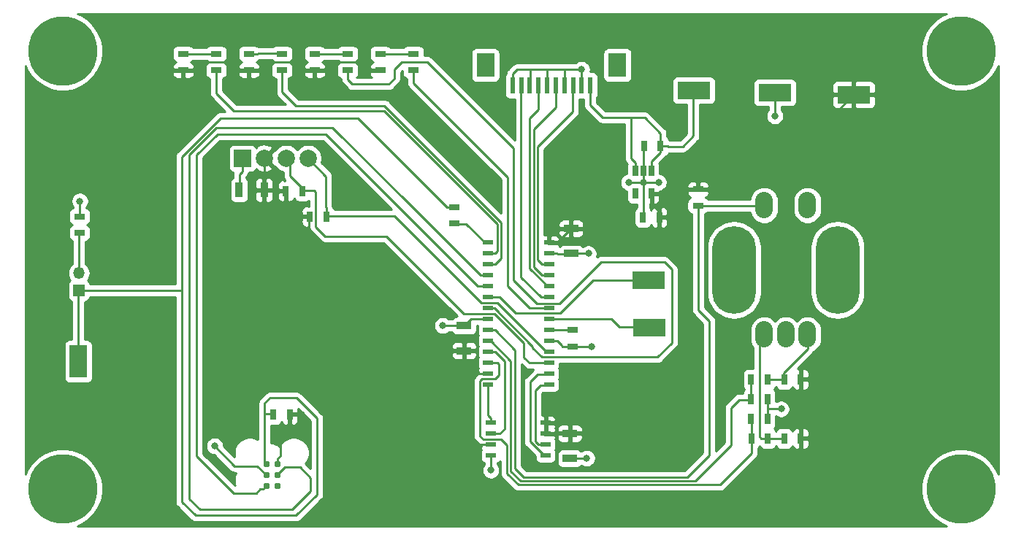
<source format=gbr>
G04 #@! TF.GenerationSoftware,KiCad,Pcbnew,5.1.2-5.1.2*
G04 #@! TF.CreationDate,2019-04-30T10:28:01-04:00*
G04 #@! TF.ProjectId,Controlpanel,436f6e74-726f-46c7-9061-6e656c2e6b69,rev?*
G04 #@! TF.SameCoordinates,Original*
G04 #@! TF.FileFunction,Copper,L1,Top*
G04 #@! TF.FilePolarity,Positive*
%FSLAX46Y46*%
G04 Gerber Fmt 4.6, Leading zero omitted, Abs format (unit mm)*
G04 Created by KiCad (PCBNEW 5.1.2-5.1.2) date 2019-04-30 10:28:01*
%MOMM*%
%LPD*%
G04 APERTURE LIST*
%ADD10C,0.787400*%
%ADD11C,8.000000*%
%ADD12R,0.700000X1.300000*%
%ADD13R,1.300000X0.700000*%
%ADD14R,1.700000X0.900000*%
%ADD15R,0.900000X1.700000*%
%ADD16R,0.600000X1.900000*%
%ADD17R,2.100000X2.800000*%
%ADD18R,3.810000X2.032000*%
%ADD19O,1.350000X1.350000*%
%ADD20R,1.350000X1.350000*%
%ADD21O,2.032000X3.048000*%
%ADD22O,5.080000X10.160000*%
%ADD23R,2.032000X3.810000*%
%ADD24R,0.650000X1.220000*%
%ADD25R,1.143000X0.508000*%
%ADD26C,2.000000*%
%ADD27R,2.000000X2.000000*%
%ADD28C,0.800000*%
%ADD29C,0.250000*%
%ADD30C,0.254000*%
G04 APERTURE END LIST*
D10*
X182346600Y-106324400D03*
X181076600Y-106324400D03*
X182346600Y-105054400D03*
X181076600Y-105054400D03*
X182346600Y-103784400D03*
X181076600Y-103784400D03*
D11*
X157480000Y-55880000D03*
X261620000Y-55880000D03*
X261620000Y-106680000D03*
X157480000Y-106680000D03*
D12*
X224856000Y-66929000D03*
X226756000Y-66929000D03*
X224729000Y-75184000D03*
X226629000Y-75184000D03*
D13*
X159435800Y-76972200D03*
X159435800Y-75072200D03*
D14*
X204012800Y-90654800D03*
X204012800Y-87754800D03*
X216255600Y-103151600D03*
X216255600Y-100251600D03*
X216408000Y-76477200D03*
X216408000Y-79377200D03*
D13*
X216585800Y-88254800D03*
X216585800Y-90154800D03*
D15*
X177924800Y-72009000D03*
X180824800Y-72009000D03*
D12*
X237263900Y-98552000D03*
X239163900Y-98552000D03*
X239166440Y-96266000D03*
X237266440Y-96266000D03*
D13*
X175260000Y-56200000D03*
X175260000Y-58100000D03*
X182880000Y-58100000D03*
X182880000Y-56200000D03*
X190500000Y-56200000D03*
X190500000Y-58100000D03*
X198120000Y-58100000D03*
X198120000Y-56200000D03*
D16*
X218630000Y-59880000D03*
X217630000Y-59880000D03*
X216630000Y-59880000D03*
X215630000Y-59880000D03*
X214630000Y-59880000D03*
X213630000Y-59880000D03*
X212630000Y-59880000D03*
X211630000Y-59880000D03*
X210630000Y-59880000D03*
X209630000Y-59880000D03*
D17*
X221780000Y-57530000D03*
X206480000Y-57530000D03*
D18*
X225399600Y-82499200D03*
X225475800Y-87960200D03*
D19*
X159359600Y-81667600D03*
D20*
X159359600Y-83667600D03*
D12*
X183804600Y-98044000D03*
X181904600Y-98044000D03*
D13*
X202895200Y-75905400D03*
X202895200Y-74005400D03*
X171450000Y-58100000D03*
X171450000Y-56200000D03*
X179070000Y-56200000D03*
X179070000Y-58100000D03*
X186690000Y-58100000D03*
X186690000Y-56200000D03*
X194310000Y-56200000D03*
X194310000Y-58100000D03*
D12*
X239202000Y-100838000D03*
X237302000Y-100838000D03*
X186121000Y-75082400D03*
X188021000Y-75082400D03*
X185252400Y-72110600D03*
X183352400Y-72110600D03*
X243012000Y-100838000D03*
X241112000Y-100838000D03*
D13*
X231114600Y-71922600D03*
X231114600Y-73822600D03*
D12*
X241112000Y-93980000D03*
X243012000Y-93980000D03*
X237286760Y-93980000D03*
X239186760Y-93980000D03*
D21*
X241300000Y-88780000D03*
X243800000Y-88780000D03*
X238800000Y-88780000D03*
X243800000Y-73780000D03*
X238800000Y-73780000D03*
D22*
X235300000Y-81280000D03*
X247300000Y-81280000D03*
D18*
X230632000Y-60452000D03*
D23*
X159283400Y-91897200D03*
D18*
X249174000Y-60960000D03*
X240030000Y-60706000D03*
D24*
X225740000Y-72430000D03*
X223840000Y-72430000D03*
X223840000Y-69810000D03*
X224790000Y-69810000D03*
X225740000Y-69810000D03*
D25*
X213868000Y-78105000D03*
X213868000Y-79375000D03*
X213868000Y-80645000D03*
X213868000Y-81915000D03*
X213868000Y-83185000D03*
X213868000Y-84455000D03*
X213868000Y-85725000D03*
X213868000Y-86995000D03*
X213868000Y-88265000D03*
X213868000Y-89535000D03*
X213868000Y-90805000D03*
X213868000Y-92075000D03*
X213868000Y-93345000D03*
X213868000Y-94615000D03*
X206756000Y-94615000D03*
X206756000Y-93345000D03*
X206756000Y-92075000D03*
X206756000Y-90805000D03*
X206756000Y-89535000D03*
X206756000Y-88265000D03*
X206756000Y-86995000D03*
X206756000Y-85725000D03*
X206756000Y-84455000D03*
X206756000Y-83185000D03*
X206756000Y-81915000D03*
X206756000Y-80645000D03*
X206756000Y-79375000D03*
X206756000Y-78105000D03*
X207111600Y-99009200D03*
X207111600Y-100279200D03*
X207111600Y-101549200D03*
X207111600Y-102819200D03*
X213461600Y-102819200D03*
X213461600Y-101549200D03*
X213461600Y-100279200D03*
X213461600Y-99009200D03*
D26*
X185928000Y-68326000D03*
X183388000Y-68326000D03*
X180848000Y-68326000D03*
D27*
X178308000Y-68326000D03*
D28*
X159461200Y-73304400D03*
X240766600Y-97409000D03*
X226542600Y-71120000D03*
X224790000Y-71120000D03*
X223088200Y-71120000D03*
X217627200Y-58013600D03*
X240030000Y-63423800D03*
X218414600Y-79375000D03*
X218785400Y-90154800D03*
X218236800Y-103124000D03*
X207111600Y-104521000D03*
X201523600Y-87731600D03*
X175082200Y-101701600D03*
X185166000Y-98094800D03*
X186867800Y-96367600D03*
D29*
X224790000Y-73914000D02*
X224790000Y-74930000D01*
X178308000Y-69834000D02*
X177952400Y-70189600D01*
X178308000Y-68326000D02*
X178308000Y-69834000D01*
X177952400Y-70189600D02*
X177952400Y-71983600D01*
X214820500Y-89535000D02*
X215328500Y-90043000D01*
X213868000Y-89535000D02*
X214820500Y-89535000D01*
X215328500Y-90043000D02*
X215328500Y-90055700D01*
X215328500Y-90055700D02*
X215442800Y-90170000D01*
X215442800Y-90170000D02*
X216636600Y-90170000D01*
X206756000Y-86995000D02*
X204800200Y-86995000D01*
X204800200Y-86995000D02*
X204063600Y-87731600D01*
X177927000Y-72034400D02*
X177952400Y-72009000D01*
X214820500Y-79375000D02*
X214845900Y-79400400D01*
X213868000Y-79375000D02*
X214820500Y-79375000D01*
X214845900Y-79400400D02*
X216484200Y-79400400D01*
X159435800Y-75072200D02*
X159435800Y-73329800D01*
X159435800Y-73329800D02*
X159461200Y-73304400D01*
X239163900Y-97381100D02*
X240738700Y-97381100D01*
X240738700Y-97381100D02*
X240766600Y-97409000D01*
X239163900Y-97381100D02*
X239163900Y-96370100D01*
X239163900Y-98552000D02*
X239163900Y-97381100D01*
X224790000Y-71120000D02*
X224790000Y-66802000D01*
X224790000Y-71120000D02*
X226542600Y-71120000D01*
X224790000Y-73914000D02*
X224790000Y-71120000D01*
X224790000Y-71120000D02*
X224790000Y-69007798D01*
X224790000Y-71120000D02*
X223088200Y-71120000D01*
X217630000Y-59880000D02*
X217630000Y-58016400D01*
X217630000Y-58016400D02*
X217627200Y-58013600D01*
X217061515Y-58013600D02*
X217627200Y-58013600D01*
X209630000Y-58549000D02*
X210165400Y-58013600D01*
X209630000Y-59880000D02*
X209630000Y-58549000D01*
X211683600Y-58013600D02*
X211683600Y-59842400D01*
X210165400Y-58013600D02*
X211683600Y-58013600D01*
X213639400Y-58013600D02*
X213639400Y-59893200D01*
X211683600Y-58013600D02*
X213639400Y-58013600D01*
X215646000Y-58013600D02*
X215646000Y-59867800D01*
X215646000Y-58013600D02*
X217061515Y-58013600D01*
X213639400Y-58013600D02*
X215646000Y-58013600D01*
X240030000Y-60706000D02*
X240030000Y-63423800D01*
X216408000Y-79377200D02*
X218412400Y-79377200D01*
X218412400Y-79377200D02*
X218414600Y-79375000D01*
X216585800Y-90154800D02*
X218785400Y-90154800D01*
X216255600Y-103151600D02*
X218209200Y-103151600D01*
X218209200Y-103151600D02*
X218236800Y-103124000D01*
X207111600Y-102819200D02*
X207111600Y-104521000D01*
X204012800Y-87754800D02*
X201546800Y-87754800D01*
X201546800Y-87754800D02*
X201523600Y-87731600D01*
X180049051Y-104026851D02*
X177382051Y-104026851D01*
X181076600Y-105054400D02*
X180049051Y-104026851D01*
X177382051Y-104026851D02*
X175082200Y-101727000D01*
X175082200Y-101727000D02*
X175082200Y-101701600D01*
X225740000Y-68692000D02*
X226771200Y-67660800D01*
X225740000Y-69810000D02*
X225740000Y-68692000D01*
X226771200Y-67660800D02*
X226771200Y-65430400D01*
X226771200Y-65430400D02*
X224942400Y-63601600D01*
X220065600Y-63601600D02*
X218643200Y-62179200D01*
X218643200Y-62179200D02*
X218643200Y-59893200D01*
X227614000Y-66929000D02*
X227639400Y-66954400D01*
X226756000Y-66929000D02*
X227614000Y-66929000D01*
X227639400Y-66954400D02*
X229362000Y-66954400D01*
X229362000Y-66954400D02*
X230581200Y-65735200D01*
X230581200Y-65735200D02*
X230581200Y-60655200D01*
X223367600Y-68346600D02*
X223367600Y-63601600D01*
X223840000Y-69810000D02*
X223840000Y-68819000D01*
X223840000Y-68819000D02*
X223367600Y-68346600D01*
X224942400Y-63601600D02*
X223367600Y-63601600D01*
X223367600Y-63601600D02*
X220065600Y-63601600D01*
X243012000Y-100838000D02*
X243012000Y-94046000D01*
X225740000Y-73548000D02*
X226618800Y-74426800D01*
X225740000Y-72430000D02*
X225740000Y-73548000D01*
X226618800Y-74426800D02*
X226618800Y-75133200D01*
X232918000Y-71907400D02*
X238506000Y-66319400D01*
X238506000Y-66319400D02*
X243789200Y-66319400D01*
X180824800Y-72009000D02*
X180824800Y-68302800D01*
X181655800Y-72009000D02*
X181808200Y-72161400D01*
X180824800Y-72009000D02*
X181655800Y-72009000D01*
X181808200Y-72161400D02*
X183388000Y-72161400D01*
X183388000Y-72161400D02*
X183388000Y-73736200D01*
X183388000Y-73736200D02*
X184734200Y-75082400D01*
X184734200Y-75082400D02*
X186080400Y-75082400D01*
X172481000Y-58100000D02*
X173405600Y-57175400D01*
X171450000Y-58100000D02*
X172481000Y-58100000D01*
X173405600Y-57175400D02*
X176733200Y-57175400D01*
X176733200Y-57175400D02*
X177673000Y-58115200D01*
X177673000Y-58115200D02*
X179120800Y-58115200D01*
X179120800Y-58115200D02*
X180390800Y-58115200D01*
X181330600Y-57175400D02*
X184023000Y-57175400D01*
X180390800Y-58115200D02*
X181330600Y-57175400D01*
X184023000Y-57175400D02*
X184962800Y-58115200D01*
X184962800Y-58115200D02*
X186791600Y-58115200D01*
X186791600Y-58115200D02*
X188112400Y-58115200D01*
X188112400Y-58115200D02*
X189077600Y-57150000D01*
X189077600Y-57150000D02*
X191541400Y-57150000D01*
X192532000Y-58140600D02*
X194335400Y-58140600D01*
X194335400Y-58140600D02*
X194360800Y-58115200D01*
X213461600Y-99009200D02*
X213461600Y-99644200D01*
X213461600Y-99644200D02*
X213461600Y-100228400D01*
X213461600Y-100228400D02*
X216281000Y-100228400D01*
X214820500Y-78105000D02*
X216420700Y-76504800D01*
X213868000Y-78105000D02*
X214820500Y-78105000D01*
X216420700Y-76504800D02*
X216458800Y-76504800D01*
X229095300Y-73575700D02*
X229095300Y-72682100D01*
X227487000Y-75184000D02*
X229095300Y-73575700D01*
X226629000Y-75184000D02*
X227487000Y-75184000D01*
X229095300Y-72682100D02*
X229870000Y-71907400D01*
X229870000Y-71907400D02*
X232918000Y-71907400D01*
X232918000Y-71907400D02*
X235762800Y-71907400D01*
X235762800Y-71907400D02*
X237591600Y-70078600D01*
X237591600Y-70078600D02*
X248208800Y-70078600D01*
X248208800Y-70078600D02*
X251993400Y-73863200D01*
X251993400Y-104521000D02*
X248462800Y-108051600D01*
X251993400Y-73863200D02*
X251993400Y-104521000D01*
X186055000Y-87452200D02*
X186055000Y-75412600D01*
X243103400Y-102087400D02*
X243103400Y-108051600D01*
X243012000Y-101996000D02*
X243103400Y-102087400D01*
X248462800Y-108051600D02*
X243103400Y-108051600D01*
X243012000Y-100838000D02*
X243012000Y-101996000D01*
X243103400Y-108051600D02*
X206654400Y-108051600D01*
X206654400Y-108051600D02*
X202717400Y-104114600D01*
X203885800Y-90906600D02*
X203911200Y-90881200D01*
X202717400Y-104114600D02*
X202539600Y-103936800D01*
X182739149Y-102835076D02*
X182739149Y-100750251D01*
X182346600Y-103784400D02*
X182346600Y-103227625D01*
X182346600Y-103227625D02*
X182739149Y-102835076D01*
X182739149Y-100750251D02*
X183819800Y-99669600D01*
X183819800Y-99669600D02*
X183819800Y-98018600D01*
X217766000Y-76477200D02*
X217793600Y-76504800D01*
X216408000Y-76477200D02*
X217766000Y-76477200D01*
X217793600Y-76504800D02*
X222046800Y-76504800D01*
X222046800Y-76504800D02*
X223799400Y-78257400D01*
X223799400Y-78257400D02*
X225526600Y-78257400D01*
X226644200Y-77139800D02*
X226644200Y-75107800D01*
X226123500Y-77660500D02*
X226123500Y-77787500D01*
X226123500Y-77660500D02*
X226644200Y-77139800D01*
X225526600Y-78257400D02*
X226123500Y-77660500D01*
X226123500Y-77787500D02*
X229108000Y-80772000D01*
X229108000Y-80772000D02*
X229108000Y-94132400D01*
X229108000Y-94132400D02*
X222961200Y-100279200D01*
X222961200Y-100279200D02*
X216204800Y-100279200D01*
X204292200Y-101549200D02*
X202222100Y-103619300D01*
X202539600Y-103936800D02*
X202222100Y-103619300D01*
X206756000Y-93345000D02*
X206438500Y-93345000D01*
X204012800Y-92303600D02*
X204012800Y-90728800D01*
X207111600Y-101549200D02*
X205613000Y-101549200D01*
X206438500Y-93345000D02*
X205562200Y-93345000D01*
X231114600Y-71922600D02*
X231114600Y-71064600D01*
X234543600Y-67635600D02*
X234543600Y-55753000D01*
X231114600Y-71064600D02*
X234543600Y-67635600D01*
X234543600Y-55753000D02*
X232816400Y-54025800D01*
X232816400Y-54025800D02*
X193700400Y-54025800D01*
X193700400Y-54025800D02*
X192532000Y-55194200D01*
X192532000Y-57099200D02*
X192011300Y-57619900D01*
X192532000Y-55194200D02*
X192532000Y-57099200D01*
X191541400Y-57150000D02*
X192011300Y-57619900D01*
X192011300Y-57619900D02*
X192532000Y-58140600D01*
X183804600Y-98044000D02*
X185115200Y-98044000D01*
X185115200Y-98044000D02*
X185166000Y-98094800D01*
X187293199Y-95967601D02*
X190931800Y-92329000D01*
X187267799Y-95967601D02*
X187293199Y-95967601D01*
X186867800Y-96367600D02*
X187267799Y-95967601D01*
X190931800Y-92329000D02*
X186055000Y-87452200D01*
X243789200Y-66319400D02*
X249326400Y-60782200D01*
X205613000Y-101549200D02*
X205359000Y-101549200D01*
X205359000Y-101549200D02*
X204292200Y-101549200D01*
X205232000Y-93345000D02*
X205054200Y-93345000D01*
X205562200Y-93345000D02*
X205232000Y-93345000D01*
X204546200Y-93141800D02*
X198145400Y-99542600D01*
X202222100Y-103619300D02*
X198145400Y-99542600D01*
X198145400Y-99542600D02*
X190931800Y-92329000D01*
X204546200Y-92837000D02*
X204012800Y-92303600D01*
X204546200Y-92837000D02*
X204546200Y-93141800D01*
X205054200Y-93345000D02*
X204546200Y-92837000D01*
X159359600Y-81667600D02*
X159359600Y-80713006D01*
X159359600Y-80713006D02*
X159359600Y-76962000D01*
X214820500Y-88265000D02*
X214845900Y-88239600D01*
X213868000Y-88265000D02*
X214820500Y-88265000D01*
X214845900Y-88239600D02*
X216585800Y-88239600D01*
X237302000Y-100838000D02*
X237302000Y-98618000D01*
X233654600Y-106222800D02*
X237337600Y-102539800D01*
X237337600Y-102539800D02*
X237337600Y-100812600D01*
X208965800Y-104343200D02*
X208965800Y-104902000D01*
X210286600Y-106222800D02*
X233654600Y-106222800D01*
X208965800Y-104902000D02*
X210286600Y-106222800D01*
X208965800Y-104343200D02*
X208965800Y-101625400D01*
X208310599Y-100970199D02*
X206253199Y-100970199D01*
X208965800Y-101625400D02*
X208310599Y-100970199D01*
X207587501Y-93924001D02*
X208026000Y-93485502D01*
X206060397Y-93924001D02*
X207587501Y-93924001D01*
X205859499Y-94124899D02*
X206060397Y-93924001D01*
X206253199Y-100970199D02*
X205859499Y-100576499D01*
X205859499Y-100576499D02*
X205859499Y-94124899D01*
X208026000Y-93485502D02*
X208026000Y-92202000D01*
X208026000Y-92202000D02*
X207899000Y-92075000D01*
X207899000Y-92075000D02*
X206781400Y-92075000D01*
X237266440Y-96266000D02*
X237266440Y-94010440D01*
X206756000Y-89535000D02*
X207073500Y-89535000D01*
X209415810Y-91877310D02*
X209415810Y-104640810D01*
X207073500Y-89535000D02*
X209415810Y-91877310D01*
X209415810Y-104640810D02*
X210547790Y-105772790D01*
X210547790Y-105772790D02*
X230777210Y-105772790D01*
X230777210Y-105772790D02*
X234950000Y-101600000D01*
X234950000Y-101600000D02*
X234950000Y-97282000D01*
X234950000Y-97282000D02*
X235889800Y-96342200D01*
X235889800Y-96342200D02*
X237185200Y-96342200D01*
X172481000Y-56200000D02*
X172491200Y-56210200D01*
X171450000Y-56200000D02*
X172481000Y-56200000D01*
X172491200Y-56210200D02*
X175387000Y-56210200D01*
X207577500Y-79375000D02*
X207873600Y-79078900D01*
X206756000Y-79375000D02*
X207577500Y-79375000D01*
X207873600Y-79078900D02*
X207873600Y-75971400D01*
X207873600Y-75971400D02*
X194767200Y-62865000D01*
X194767200Y-62865000D02*
X177342800Y-62865000D01*
X177342800Y-62865000D02*
X175260000Y-60782200D01*
X175260000Y-60782200D02*
X175260000Y-58089800D01*
X208323610Y-79898890D02*
X208323609Y-75784999D01*
X208323609Y-75784999D02*
X194768610Y-62230000D01*
X206756000Y-80645000D02*
X207577500Y-80645000D01*
X207577500Y-80645000D02*
X208323610Y-79898890D01*
X194768610Y-62230000D02*
X184531000Y-62230000D01*
X184531000Y-62230000D02*
X182930800Y-60629800D01*
X182930800Y-60629800D02*
X182930800Y-58115200D01*
X180101000Y-56200000D02*
X180116200Y-56184800D01*
X179070000Y-56200000D02*
X180101000Y-56200000D01*
X180116200Y-56184800D02*
X183057800Y-56184800D01*
X187721000Y-56200000D02*
X187731200Y-56210200D01*
X186690000Y-56200000D02*
X187721000Y-56200000D01*
X187731200Y-56210200D02*
X190601600Y-56210200D01*
X207532912Y-85725000D02*
X211963000Y-90155088D01*
X206756000Y-85725000D02*
X207532912Y-85725000D01*
X213036499Y-91384001D02*
X226446199Y-91384001D01*
X211963000Y-90155088D02*
X211963000Y-90310502D01*
X211963000Y-90310502D02*
X213036499Y-91384001D01*
X226446199Y-91384001D02*
X228092000Y-89738200D01*
X228092000Y-89738200D02*
X228092000Y-85115400D01*
X228092000Y-85115400D02*
X228092000Y-81229200D01*
X228092000Y-81229200D02*
X227228400Y-80365600D01*
X227228400Y-80365600D02*
X219862400Y-80365600D01*
X219862400Y-80365600D02*
X216839800Y-83388200D01*
X216839800Y-83388200D02*
X216352001Y-83875999D01*
X216352001Y-83875999D02*
X215214200Y-85013800D01*
X215082001Y-85145999D02*
X212450799Y-85145999D01*
X215214200Y-85013800D02*
X215082001Y-85145999D01*
X212450799Y-85145999D02*
X209753200Y-82448400D01*
X209753200Y-82448400D02*
X209753200Y-67157600D01*
X209753200Y-67157600D02*
X199771000Y-57175400D01*
X199771000Y-57175400D02*
X196773800Y-57175400D01*
X196773800Y-57175400D02*
X195910200Y-58039000D01*
X195910200Y-58039000D02*
X195910200Y-59080400D01*
X195910200Y-59080400D02*
X195275200Y-59715400D01*
X195275200Y-59715400D02*
X191058800Y-59715400D01*
X191058800Y-59715400D02*
X190500000Y-59156600D01*
X190500000Y-59156600D02*
X190500000Y-58140600D01*
X213868000Y-85725000D02*
X213550500Y-85725000D01*
X198145400Y-59613800D02*
X198145400Y-58166000D01*
X213868000Y-85725000D02*
X211632800Y-85725000D01*
X209029300Y-83121500D02*
X209029300Y-70497700D01*
X211632800Y-85725000D02*
X209029300Y-83121500D01*
X209029300Y-70497700D02*
X198145400Y-59613800D01*
X194310000Y-56200000D02*
X198155600Y-56200000D01*
X198155600Y-56200000D02*
X198170800Y-56184800D01*
X213046500Y-80645000D02*
X212521800Y-80120300D01*
X213868000Y-80645000D02*
X213046500Y-80645000D01*
X212521800Y-80120300D02*
X212521800Y-67005200D01*
X212521800Y-67005200D02*
X216611200Y-62915800D01*
X216611200Y-62915800D02*
X216611200Y-59867800D01*
X212071790Y-80940290D02*
X212071790Y-64966010D01*
X213868000Y-81915000D02*
X213046500Y-81915000D01*
X213046500Y-81915000D02*
X212071790Y-80940290D01*
X212071790Y-64966010D02*
X214630000Y-62407800D01*
X214630000Y-62407800D02*
X214630000Y-59893200D01*
X211621780Y-81126690D02*
X211621780Y-63663420D01*
X213868000Y-83185000D02*
X213680090Y-83185000D01*
X213680090Y-83185000D02*
X211621780Y-81126690D01*
X211621780Y-63663420D02*
X212623400Y-62661800D01*
X212623400Y-62661800D02*
X212623400Y-59893200D01*
X213868000Y-84455000D02*
X213550500Y-84455000D01*
X210616800Y-81521300D02*
X210616800Y-59944000D01*
X210616800Y-82118200D02*
X210616800Y-81521300D01*
X213868000Y-84455000D02*
X212953600Y-84455000D01*
X212953600Y-84455000D02*
X210616800Y-82118200D01*
X212924501Y-86304001D02*
X215143199Y-86304001D01*
X215143199Y-86304001D02*
X218998800Y-82448400D01*
X218998800Y-82448400D02*
X225399600Y-82448400D01*
X212924501Y-86304001D02*
X209951201Y-86304001D01*
X209951201Y-86304001D02*
X208102200Y-84455000D01*
X208102200Y-84455000D02*
X206705200Y-84455000D01*
X213868000Y-86995000D02*
X214689500Y-86995000D01*
X214689500Y-86995000D02*
X221056200Y-86995000D01*
X221056200Y-86995000D02*
X221996000Y-87934800D01*
X221996000Y-87934800D02*
X225425000Y-87934800D01*
X159283400Y-91897200D02*
X159283400Y-83693000D01*
X159283400Y-83693000D02*
X159359600Y-83616800D01*
X201995200Y-74005400D02*
X191667600Y-63677800D01*
X202895200Y-74005400D02*
X201995200Y-74005400D01*
X191667600Y-63677800D02*
X178562000Y-63677800D01*
X175741190Y-63677800D02*
X171272200Y-68146790D01*
X178562000Y-63677800D02*
X175741190Y-63677800D01*
X171272200Y-108178600D02*
X172872400Y-109778800D01*
X172872400Y-109778800D02*
X184531000Y-109778800D01*
X184531000Y-109778800D02*
X186969400Y-107340400D01*
X186969400Y-107340400D02*
X186969400Y-98501200D01*
X186969400Y-98501200D02*
X184581800Y-96113600D01*
X184581800Y-96113600D02*
X181508400Y-96113600D01*
X181508400Y-96113600D02*
X180891299Y-96730701D01*
X180891299Y-103599099D02*
X181127400Y-103835200D01*
X159359600Y-83667600D02*
X160284600Y-83667600D01*
X171272200Y-68146790D02*
X171272200Y-83667600D01*
X160284600Y-83667600D02*
X171272200Y-83667600D01*
X171272200Y-83667600D02*
X171272200Y-108178600D01*
X180891299Y-97975301D02*
X180891299Y-103599099D01*
X180891299Y-97975301D02*
X181907299Y-97975301D01*
X180891299Y-96730701D02*
X180891299Y-97975301D01*
X181907299Y-97975301D02*
X181914800Y-97967800D01*
X175412400Y-65532000D02*
X187960000Y-65532000D01*
X205613000Y-83185000D02*
X206756000Y-83185000D01*
X172999999Y-67944401D02*
X175412400Y-65532000D01*
X180682901Y-106718099D02*
X180381329Y-106718099D01*
X177280451Y-107201851D02*
X172999999Y-102921399D01*
X181076600Y-106324400D02*
X180682901Y-106718099D01*
X187960000Y-65532000D02*
X205613000Y-83185000D01*
X180381329Y-106718099D02*
X179897577Y-107201851D01*
X179897577Y-107201851D02*
X177280451Y-107201851D01*
X172999999Y-102921399D02*
X172999999Y-67944401D01*
X206756000Y-81915000D02*
X205934500Y-81915000D01*
X205934500Y-81915000D02*
X197713600Y-73694100D01*
X197713600Y-73694100D02*
X197713600Y-73685400D01*
X197713600Y-73685400D02*
X188772800Y-64744600D01*
X188772800Y-64744600D02*
X176707800Y-64744600D01*
X175310800Y-64744600D02*
X172161200Y-67894200D01*
X176707800Y-64744600D02*
X175310800Y-64744600D01*
X172161200Y-67894200D02*
X172161200Y-71602600D01*
X172161200Y-107873800D02*
X173380400Y-109093000D01*
X172161200Y-71602600D02*
X172161200Y-107873800D01*
X173380400Y-109093000D02*
X184048400Y-109093000D01*
X184048400Y-109093000D02*
X186207400Y-106934000D01*
X184977577Y-104176949D02*
X183224051Y-104176949D01*
X186207400Y-106934000D02*
X186207400Y-105406772D01*
X186207400Y-105406772D02*
X184977577Y-104176949D01*
X183224051Y-104176949D02*
X182321200Y-105079800D01*
X206438500Y-78105000D02*
X204254100Y-75920600D01*
X206756000Y-78105000D02*
X206438500Y-78105000D01*
X204254100Y-75920600D02*
X202869800Y-75920600D01*
X239202000Y-100838000D02*
X239933000Y-100838000D01*
X239933000Y-100838000D02*
X241046000Y-100838000D01*
X238471000Y-100838000D02*
X238252000Y-100619000D01*
X239202000Y-100838000D02*
X238471000Y-100838000D01*
X238252000Y-100619000D02*
X238252000Y-89408000D01*
X238252000Y-89408000D02*
X238760000Y-88900000D01*
X188021000Y-74051400D02*
X188010800Y-74041200D01*
X188021000Y-75082400D02*
X188021000Y-74051400D01*
X188010800Y-74041200D02*
X188010800Y-70459600D01*
X188010800Y-70459600D02*
X185928000Y-68376800D01*
X213550500Y-90805000D02*
X207835500Y-85090000D01*
X213868000Y-90805000D02*
X213550500Y-90805000D01*
X205980498Y-85090000D02*
X195922098Y-75031600D01*
X207835500Y-85090000D02*
X205980498Y-85090000D01*
X195922098Y-75031600D02*
X188010800Y-75031600D01*
X185252400Y-71810600D02*
X183819800Y-70378000D01*
X185252400Y-72110600D02*
X185252400Y-71810600D01*
X183819800Y-70378000D02*
X183819800Y-68961000D01*
X183819800Y-68961000D02*
X183311800Y-68453000D01*
X186796001Y-72267401D02*
X186613800Y-72085200D01*
X186796001Y-76255201D02*
X186796001Y-72267401D01*
X187909200Y-77368400D02*
X186796001Y-76255201D01*
X194975398Y-77368400D02*
X187909200Y-77368400D01*
X186613800Y-72085200D02*
X185318400Y-72085200D01*
X203966998Y-86360000D02*
X194975398Y-77368400D01*
X207531502Y-86360000D02*
X210921600Y-89750098D01*
X203966998Y-86360000D02*
X207531502Y-86360000D01*
X210921600Y-89750098D02*
X210921600Y-91414600D01*
X210921600Y-91414600D02*
X211582000Y-92075000D01*
X211582000Y-92075000D02*
X213918800Y-92075000D01*
X231114600Y-73822600D02*
X238795600Y-73822600D01*
X207577500Y-88265000D02*
X209880200Y-90567700D01*
X206756000Y-88265000D02*
X207577500Y-88265000D01*
X209880200Y-104292400D02*
X210910580Y-105322780D01*
X209880200Y-90567700D02*
X209880200Y-104292400D01*
X210910580Y-105322780D02*
X229881020Y-105322780D01*
X232434990Y-102768810D02*
X232434990Y-87223190D01*
X229881020Y-105322780D02*
X232434990Y-102768810D01*
X232434990Y-87223190D02*
X231140000Y-85928200D01*
X231140000Y-85928200D02*
X231140000Y-73761600D01*
X239186760Y-93980000D02*
X241046000Y-93980000D01*
X241046000Y-93980000D02*
X241046000Y-93218000D01*
X241046000Y-93218000D02*
X243840000Y-90424000D01*
X243840000Y-90424000D02*
X243840000Y-88646000D01*
X207111600Y-98505200D02*
X206781400Y-98175000D01*
X207111600Y-99009200D02*
X207111600Y-98505200D01*
X206781400Y-98175000D02*
X206781400Y-94691200D01*
X207111600Y-100279200D02*
X207933100Y-100279200D01*
X207933100Y-100279200D02*
X208153000Y-100279200D01*
X208153000Y-100279200D02*
X208686400Y-99745800D01*
X208686400Y-99745800D02*
X208686400Y-91846400D01*
X207645000Y-90805000D02*
X206781400Y-90805000D01*
X208686400Y-91846400D02*
X207645000Y-90805000D01*
X213273690Y-102819200D02*
X211658200Y-101203710D01*
X213461600Y-102819200D02*
X213273690Y-102819200D01*
X211658200Y-101203710D02*
X211658200Y-94259400D01*
X211658200Y-94259400D02*
X212547200Y-93370400D01*
X212547200Y-93370400D02*
X213918800Y-93370400D01*
X212640100Y-101549200D02*
X212259100Y-101168200D01*
X213461600Y-101549200D02*
X212640100Y-101549200D01*
X212259100Y-101168200D02*
X212259100Y-95284100D01*
X212259100Y-95284100D02*
X212877400Y-94665800D01*
X212877400Y-94665800D02*
X213817200Y-94665800D01*
D30*
G36*
X259424504Y-51772516D02*
G01*
X258665360Y-52279760D01*
X258019760Y-52925360D01*
X257512516Y-53684504D01*
X257163120Y-54528020D01*
X256985000Y-55423492D01*
X256985000Y-56336508D01*
X257163120Y-57231980D01*
X257512516Y-58075496D01*
X258019760Y-58834640D01*
X258665360Y-59480240D01*
X259424504Y-59987484D01*
X260268020Y-60336880D01*
X261163492Y-60515000D01*
X262076508Y-60515000D01*
X262971980Y-60336880D01*
X263815496Y-59987484D01*
X264574640Y-59480240D01*
X265220240Y-58834640D01*
X265727484Y-58075496D01*
X265938000Y-57567266D01*
X265938000Y-104992734D01*
X265727484Y-104484504D01*
X265220240Y-103725360D01*
X264574640Y-103079760D01*
X263815496Y-102572516D01*
X262971980Y-102223120D01*
X262076508Y-102045000D01*
X261163492Y-102045000D01*
X260268020Y-102223120D01*
X259424504Y-102572516D01*
X258665360Y-103079760D01*
X258019760Y-103725360D01*
X257512516Y-104484504D01*
X257163120Y-105328020D01*
X256985000Y-106223492D01*
X256985000Y-107136508D01*
X257163120Y-108031980D01*
X257512516Y-108875496D01*
X258019760Y-109634640D01*
X258665360Y-110280240D01*
X259424504Y-110787484D01*
X259932734Y-110998000D01*
X159167266Y-110998000D01*
X159675496Y-110787484D01*
X160434640Y-110280240D01*
X161080240Y-109634640D01*
X161587484Y-108875496D01*
X161936880Y-108031980D01*
X162115000Y-107136508D01*
X162115000Y-106223492D01*
X161936880Y-105328020D01*
X161587484Y-104484504D01*
X161080240Y-103725360D01*
X160434640Y-103079760D01*
X159675496Y-102572516D01*
X158831980Y-102223120D01*
X157936508Y-102045000D01*
X157023492Y-102045000D01*
X156128020Y-102223120D01*
X155284504Y-102572516D01*
X154525360Y-103079760D01*
X153879760Y-103725360D01*
X153372516Y-104484504D01*
X153162000Y-104992734D01*
X153162000Y-89992200D01*
X157629328Y-89992200D01*
X157629328Y-93802200D01*
X157641588Y-93926682D01*
X157677898Y-94046380D01*
X157736863Y-94156694D01*
X157816215Y-94253385D01*
X157912906Y-94332737D01*
X158023220Y-94391702D01*
X158142918Y-94428012D01*
X158267400Y-94440272D01*
X160299400Y-94440272D01*
X160423882Y-94428012D01*
X160543580Y-94391702D01*
X160653894Y-94332737D01*
X160750585Y-94253385D01*
X160829937Y-94156694D01*
X160888902Y-94046380D01*
X160925212Y-93926682D01*
X160937472Y-93802200D01*
X160937472Y-89992200D01*
X160925212Y-89867718D01*
X160888902Y-89748020D01*
X160829937Y-89637706D01*
X160750585Y-89541015D01*
X160653894Y-89461663D01*
X160543580Y-89402698D01*
X160423882Y-89366388D01*
X160299400Y-89354128D01*
X160043400Y-89354128D01*
X160043400Y-84979805D01*
X160159082Y-84968412D01*
X160278780Y-84932102D01*
X160389094Y-84873137D01*
X160485785Y-84793785D01*
X160565137Y-84697094D01*
X160624102Y-84586780D01*
X160660412Y-84467082D01*
X160664301Y-84427600D01*
X170512200Y-84427600D01*
X170512201Y-108141267D01*
X170508524Y-108178600D01*
X170512201Y-108215933D01*
X170523198Y-108327586D01*
X170528176Y-108343997D01*
X170566654Y-108470846D01*
X170637226Y-108602876D01*
X170708401Y-108689602D01*
X170732200Y-108718601D01*
X170761198Y-108742399D01*
X172308601Y-110289803D01*
X172332399Y-110318801D01*
X172361397Y-110342599D01*
X172448124Y-110413774D01*
X172580153Y-110484346D01*
X172723414Y-110527803D01*
X172872400Y-110542477D01*
X172909733Y-110538800D01*
X184493678Y-110538800D01*
X184531000Y-110542476D01*
X184568322Y-110538800D01*
X184568333Y-110538800D01*
X184679986Y-110527803D01*
X184823247Y-110484346D01*
X184955276Y-110413774D01*
X185071001Y-110318801D01*
X185094804Y-110289797D01*
X187480404Y-107904198D01*
X187509401Y-107880401D01*
X187604374Y-107764676D01*
X187674946Y-107632647D01*
X187718403Y-107489386D01*
X187729400Y-107377733D01*
X187729400Y-107377724D01*
X187733076Y-107340401D01*
X187729400Y-107303078D01*
X187729400Y-98538522D01*
X187733076Y-98501199D01*
X187729400Y-98463876D01*
X187729400Y-98463867D01*
X187718403Y-98352214D01*
X187674946Y-98208953D01*
X187604374Y-98076924D01*
X187509401Y-97961199D01*
X187480403Y-97937401D01*
X185145604Y-95602603D01*
X185121801Y-95573599D01*
X185006076Y-95478626D01*
X184874047Y-95408054D01*
X184730786Y-95364597D01*
X184619133Y-95353600D01*
X184619122Y-95353600D01*
X184581800Y-95349924D01*
X184544478Y-95353600D01*
X181545733Y-95353600D01*
X181508400Y-95349923D01*
X181471067Y-95353600D01*
X181359414Y-95364597D01*
X181216153Y-95408054D01*
X181084124Y-95478626D01*
X180968399Y-95573599D01*
X180944600Y-95602598D01*
X180380301Y-96166898D01*
X180351298Y-96190700D01*
X180296170Y-96257875D01*
X180256325Y-96306425D01*
X180198945Y-96413774D01*
X180185753Y-96438455D01*
X180142296Y-96581716D01*
X180131299Y-96693369D01*
X180131299Y-96693379D01*
X180127623Y-96730701D01*
X180131299Y-96768024D01*
X180131300Y-97937959D01*
X180127622Y-97975301D01*
X180131299Y-98012634D01*
X180131300Y-100963809D01*
X180034854Y-100899366D01*
X179703189Y-100761986D01*
X179351096Y-100691950D01*
X178992104Y-100691950D01*
X178640011Y-100761986D01*
X178308346Y-100899366D01*
X178009856Y-101098811D01*
X177756011Y-101352656D01*
X177556566Y-101651146D01*
X177419186Y-101982811D01*
X177349150Y-102334904D01*
X177349150Y-102693896D01*
X177405081Y-102975078D01*
X176117200Y-101687199D01*
X176117200Y-101599661D01*
X176077426Y-101399702D01*
X175999405Y-101211344D01*
X175886137Y-101041826D01*
X175741974Y-100897663D01*
X175572456Y-100784395D01*
X175384098Y-100706374D01*
X175184139Y-100666600D01*
X174980261Y-100666600D01*
X174780302Y-100706374D01*
X174591944Y-100784395D01*
X174422426Y-100897663D01*
X174278263Y-101041826D01*
X174164995Y-101211344D01*
X174086974Y-101399702D01*
X174047200Y-101599661D01*
X174047200Y-101803539D01*
X174086974Y-102003498D01*
X174164995Y-102191856D01*
X174278263Y-102361374D01*
X174422426Y-102505537D01*
X174591944Y-102618805D01*
X174780302Y-102696826D01*
X174980261Y-102736600D01*
X175016999Y-102736600D01*
X176818256Y-104537859D01*
X176842050Y-104566852D01*
X176871043Y-104590646D01*
X176871047Y-104590650D01*
X176910392Y-104622939D01*
X176957775Y-104661825D01*
X177089804Y-104732397D01*
X177233065Y-104775854D01*
X177344718Y-104786851D01*
X177344727Y-104786851D01*
X177382050Y-104790527D01*
X177419373Y-104786851D01*
X177582822Y-104786851D01*
X177556566Y-104826146D01*
X177419186Y-105157811D01*
X177349150Y-105509904D01*
X177349150Y-105868896D01*
X177419186Y-106220989D01*
X177450861Y-106297459D01*
X173759999Y-102606598D01*
X173759999Y-91104800D01*
X202524728Y-91104800D01*
X202536988Y-91229282D01*
X202573298Y-91348980D01*
X202632263Y-91459294D01*
X202711615Y-91555985D01*
X202808306Y-91635337D01*
X202918620Y-91694302D01*
X203038318Y-91730612D01*
X203162800Y-91742872D01*
X203727050Y-91739800D01*
X203885800Y-91581050D01*
X203885800Y-90781800D01*
X204139800Y-90781800D01*
X204139800Y-91581050D01*
X204298550Y-91739800D01*
X204862800Y-91742872D01*
X204987282Y-91730612D01*
X205106980Y-91694302D01*
X205217294Y-91635337D01*
X205313985Y-91555985D01*
X205393337Y-91459294D01*
X205452302Y-91348980D01*
X205488612Y-91229282D01*
X205500872Y-91104800D01*
X205497800Y-90940550D01*
X205339050Y-90781800D01*
X204139800Y-90781800D01*
X203885800Y-90781800D01*
X202686550Y-90781800D01*
X202527800Y-90940550D01*
X202524728Y-91104800D01*
X173759999Y-91104800D01*
X173759999Y-90204800D01*
X202524728Y-90204800D01*
X202527800Y-90369050D01*
X202686550Y-90527800D01*
X203885800Y-90527800D01*
X203885800Y-89728550D01*
X204139800Y-89728550D01*
X204139800Y-90527800D01*
X205339050Y-90527800D01*
X205497800Y-90369050D01*
X205500872Y-90204800D01*
X205488612Y-90080318D01*
X205452302Y-89960620D01*
X205393337Y-89850306D01*
X205313985Y-89753615D01*
X205217294Y-89674263D01*
X205106980Y-89615298D01*
X204987282Y-89578988D01*
X204862800Y-89566728D01*
X204298550Y-89569800D01*
X204139800Y-89728550D01*
X203885800Y-89728550D01*
X203727050Y-89569800D01*
X203162800Y-89566728D01*
X203038318Y-89578988D01*
X202918620Y-89615298D01*
X202808306Y-89674263D01*
X202711615Y-89753615D01*
X202632263Y-89850306D01*
X202573298Y-89960620D01*
X202536988Y-90080318D01*
X202524728Y-90204800D01*
X173759999Y-90204800D01*
X173759999Y-68259202D01*
X174693201Y-67326000D01*
X176669928Y-67326000D01*
X176669928Y-69326000D01*
X176682188Y-69450482D01*
X176718498Y-69570180D01*
X176777463Y-69680494D01*
X176856815Y-69777185D01*
X176953506Y-69856537D01*
X177063820Y-69915502D01*
X177183518Y-69951812D01*
X177228977Y-69956289D01*
X177203397Y-70040615D01*
X177192400Y-70152268D01*
X177192400Y-70152278D01*
X177188724Y-70189600D01*
X177192400Y-70226923D01*
X177192400Y-70589927D01*
X177120306Y-70628463D01*
X177023615Y-70707815D01*
X176944263Y-70804506D01*
X176885298Y-70914820D01*
X176848988Y-71034518D01*
X176836728Y-71159000D01*
X176836728Y-72859000D01*
X176848988Y-72983482D01*
X176885298Y-73103180D01*
X176944263Y-73213494D01*
X177023615Y-73310185D01*
X177120306Y-73389537D01*
X177230620Y-73448502D01*
X177350318Y-73484812D01*
X177474800Y-73497072D01*
X178374800Y-73497072D01*
X178499282Y-73484812D01*
X178618980Y-73448502D01*
X178729294Y-73389537D01*
X178825985Y-73310185D01*
X178905337Y-73213494D01*
X178964302Y-73103180D01*
X179000612Y-72983482D01*
X179012872Y-72859000D01*
X179736728Y-72859000D01*
X179748988Y-72983482D01*
X179785298Y-73103180D01*
X179844263Y-73213494D01*
X179923615Y-73310185D01*
X180020306Y-73389537D01*
X180130620Y-73448502D01*
X180250318Y-73484812D01*
X180374800Y-73497072D01*
X180539050Y-73494000D01*
X180697800Y-73335250D01*
X180697800Y-72136000D01*
X180951800Y-72136000D01*
X180951800Y-73335250D01*
X181110550Y-73494000D01*
X181274800Y-73497072D01*
X181399282Y-73484812D01*
X181518980Y-73448502D01*
X181629294Y-73389537D01*
X181725985Y-73310185D01*
X181805337Y-73213494D01*
X181864302Y-73103180D01*
X181900612Y-72983482D01*
X181912872Y-72859000D01*
X181912337Y-72760600D01*
X182364328Y-72760600D01*
X182376588Y-72885082D01*
X182412898Y-73004780D01*
X182471863Y-73115094D01*
X182551215Y-73211785D01*
X182647906Y-73291137D01*
X182758220Y-73350102D01*
X182877918Y-73386412D01*
X183002400Y-73398672D01*
X183066650Y-73395600D01*
X183225400Y-73236850D01*
X183225400Y-72237600D01*
X182526150Y-72237600D01*
X182367400Y-72396350D01*
X182364328Y-72760600D01*
X181912337Y-72760600D01*
X181909800Y-72294750D01*
X181751050Y-72136000D01*
X180951800Y-72136000D01*
X180697800Y-72136000D01*
X179898550Y-72136000D01*
X179739800Y-72294750D01*
X179736728Y-72859000D01*
X179012872Y-72859000D01*
X179012872Y-71159000D01*
X179736728Y-71159000D01*
X179739800Y-71723250D01*
X179898550Y-71882000D01*
X180697800Y-71882000D01*
X180697800Y-70682750D01*
X180951800Y-70682750D01*
X180951800Y-71882000D01*
X181751050Y-71882000D01*
X181909800Y-71723250D01*
X181912872Y-71159000D01*
X181900612Y-71034518D01*
X181864302Y-70914820D01*
X181805337Y-70804506D01*
X181725985Y-70707815D01*
X181629294Y-70628463D01*
X181518980Y-70569498D01*
X181399282Y-70533188D01*
X181274800Y-70520928D01*
X181110550Y-70524000D01*
X180951800Y-70682750D01*
X180697800Y-70682750D01*
X180539050Y-70524000D01*
X180374800Y-70520928D01*
X180250318Y-70533188D01*
X180130620Y-70569498D01*
X180020306Y-70628463D01*
X179923615Y-70707815D01*
X179844263Y-70804506D01*
X179785298Y-70914820D01*
X179748988Y-71034518D01*
X179736728Y-71159000D01*
X179012872Y-71159000D01*
X179000612Y-71034518D01*
X178964302Y-70914820D01*
X178905337Y-70804506D01*
X178825985Y-70707815D01*
X178729294Y-70628463D01*
X178712400Y-70619433D01*
X178712400Y-70504401D01*
X178818997Y-70397804D01*
X178848001Y-70374001D01*
X178942974Y-70258276D01*
X179013546Y-70126247D01*
X179057003Y-69982986D01*
X179058866Y-69964072D01*
X179308000Y-69964072D01*
X179432482Y-69951812D01*
X179552180Y-69915502D01*
X179662494Y-69856537D01*
X179759185Y-69777185D01*
X179838537Y-69680494D01*
X179897502Y-69570180D01*
X179913037Y-69518967D01*
X179987956Y-69725814D01*
X180277571Y-69866704D01*
X180589108Y-69948384D01*
X180910595Y-69967718D01*
X181229675Y-69923961D01*
X181534088Y-69818795D01*
X181708044Y-69725814D01*
X181803808Y-69461413D01*
X180848000Y-68505605D01*
X180833858Y-68519748D01*
X180654253Y-68340143D01*
X180668395Y-68326000D01*
X180654253Y-68311858D01*
X180833858Y-68132253D01*
X180848000Y-68146395D01*
X181803808Y-67190587D01*
X181708044Y-66926186D01*
X181418429Y-66785296D01*
X181106892Y-66703616D01*
X180785405Y-66684282D01*
X180466325Y-66728039D01*
X180161912Y-66833205D01*
X179987956Y-66926186D01*
X179913037Y-67133033D01*
X179897502Y-67081820D01*
X179838537Y-66971506D01*
X179759185Y-66874815D01*
X179662494Y-66795463D01*
X179552180Y-66736498D01*
X179432482Y-66700188D01*
X179308000Y-66687928D01*
X177308000Y-66687928D01*
X177183518Y-66700188D01*
X177063820Y-66736498D01*
X176953506Y-66795463D01*
X176856815Y-66874815D01*
X176777463Y-66971506D01*
X176718498Y-67081820D01*
X176682188Y-67201518D01*
X176669928Y-67326000D01*
X174693201Y-67326000D01*
X175727202Y-66292000D01*
X187645199Y-66292000D01*
X195624799Y-74271600D01*
X188985795Y-74271600D01*
X188960502Y-74188220D01*
X188901537Y-74077906D01*
X188822185Y-73981215D01*
X188773858Y-73941554D01*
X188770800Y-73910506D01*
X188770800Y-70496922D01*
X188774476Y-70459599D01*
X188770800Y-70422277D01*
X188770800Y-70422267D01*
X188759803Y-70310614D01*
X188716346Y-70167353D01*
X188672327Y-70085000D01*
X188645774Y-70035323D01*
X188574599Y-69948597D01*
X188550801Y-69919599D01*
X188521803Y-69895801D01*
X187479298Y-68853297D01*
X187500168Y-68802912D01*
X187563000Y-68487033D01*
X187563000Y-68164967D01*
X187500168Y-67849088D01*
X187376918Y-67551537D01*
X187197987Y-67283748D01*
X186970252Y-67056013D01*
X186702463Y-66877082D01*
X186404912Y-66753832D01*
X186089033Y-66691000D01*
X185766967Y-66691000D01*
X185451088Y-66753832D01*
X185153537Y-66877082D01*
X184885748Y-67056013D01*
X184658013Y-67283748D01*
X184658000Y-67283767D01*
X184657987Y-67283748D01*
X184430252Y-67056013D01*
X184162463Y-66877082D01*
X183864912Y-66753832D01*
X183549033Y-66691000D01*
X183226967Y-66691000D01*
X182911088Y-66753832D01*
X182613537Y-66877082D01*
X182345748Y-67056013D01*
X182118013Y-67283748D01*
X182045280Y-67392600D01*
X181983413Y-67370192D01*
X181027605Y-68326000D01*
X181983413Y-69281808D01*
X182045280Y-69259400D01*
X182118013Y-69368252D01*
X182345748Y-69595987D01*
X182613537Y-69774918D01*
X182911088Y-69898168D01*
X183059800Y-69927749D01*
X183059800Y-70340677D01*
X183056124Y-70378000D01*
X183059800Y-70415322D01*
X183059800Y-70415332D01*
X183070797Y-70526985D01*
X183101968Y-70629744D01*
X183114254Y-70670246D01*
X183184826Y-70802276D01*
X183201447Y-70822528D01*
X183225398Y-70851713D01*
X183225398Y-70984348D01*
X183066650Y-70825600D01*
X183002400Y-70822528D01*
X182877918Y-70834788D01*
X182758220Y-70871098D01*
X182647906Y-70930063D01*
X182551215Y-71009415D01*
X182471863Y-71106106D01*
X182412898Y-71216420D01*
X182376588Y-71336118D01*
X182364328Y-71460600D01*
X182367400Y-71824850D01*
X182526150Y-71983600D01*
X183225400Y-71983600D01*
X183225400Y-71963600D01*
X183479400Y-71963600D01*
X183479400Y-71983600D01*
X183499400Y-71983600D01*
X183499400Y-72237600D01*
X183479400Y-72237600D01*
X183479400Y-73236850D01*
X183638150Y-73395600D01*
X183702400Y-73398672D01*
X183826882Y-73386412D01*
X183946580Y-73350102D01*
X184056894Y-73291137D01*
X184153585Y-73211785D01*
X184232937Y-73115094D01*
X184291902Y-73004780D01*
X184302400Y-72970173D01*
X184312898Y-73004780D01*
X184371863Y-73115094D01*
X184451215Y-73211785D01*
X184547906Y-73291137D01*
X184658220Y-73350102D01*
X184777918Y-73386412D01*
X184902400Y-73398672D01*
X185602400Y-73398672D01*
X185726882Y-73386412D01*
X185846580Y-73350102D01*
X185956894Y-73291137D01*
X186036002Y-73226215D01*
X186036002Y-73797400D01*
X185993998Y-73797400D01*
X185993998Y-73956148D01*
X185835250Y-73797400D01*
X185771000Y-73794328D01*
X185646518Y-73806588D01*
X185526820Y-73842898D01*
X185416506Y-73901863D01*
X185319815Y-73981215D01*
X185240463Y-74077906D01*
X185181498Y-74188220D01*
X185145188Y-74307918D01*
X185132928Y-74432400D01*
X185136000Y-74796650D01*
X185294750Y-74955400D01*
X185994000Y-74955400D01*
X185994000Y-74935400D01*
X186036001Y-74935400D01*
X186036001Y-75229400D01*
X185994000Y-75229400D01*
X185994000Y-75209400D01*
X185294750Y-75209400D01*
X185136000Y-75368150D01*
X185132928Y-75732400D01*
X185145188Y-75856882D01*
X185181498Y-75976580D01*
X185240463Y-76086894D01*
X185319815Y-76183585D01*
X185416506Y-76262937D01*
X185526820Y-76321902D01*
X185646518Y-76358212D01*
X185771000Y-76370472D01*
X185835250Y-76367400D01*
X185993998Y-76208652D01*
X185993998Y-76367400D01*
X186043375Y-76367400D01*
X186046998Y-76404186D01*
X186066659Y-76469000D01*
X186090455Y-76547447D01*
X186161027Y-76679477D01*
X186200872Y-76728027D01*
X186256000Y-76795202D01*
X186285003Y-76819005D01*
X187345400Y-77879402D01*
X187369199Y-77908401D01*
X187398197Y-77932199D01*
X187484923Y-78003374D01*
X187616953Y-78073946D01*
X187760214Y-78117403D01*
X187871867Y-78128400D01*
X187871876Y-78128400D01*
X187909199Y-78132076D01*
X187946522Y-78128400D01*
X194660597Y-78128400D01*
X203198924Y-86666728D01*
X203162800Y-86666728D01*
X203038318Y-86678988D01*
X202918620Y-86715298D01*
X202808306Y-86774263D01*
X202711615Y-86853615D01*
X202632263Y-86950306D01*
X202608480Y-86994800D01*
X202250511Y-86994800D01*
X202183374Y-86927663D01*
X202013856Y-86814395D01*
X201825498Y-86736374D01*
X201625539Y-86696600D01*
X201421661Y-86696600D01*
X201221702Y-86736374D01*
X201033344Y-86814395D01*
X200863826Y-86927663D01*
X200719663Y-87071826D01*
X200606395Y-87241344D01*
X200528374Y-87429702D01*
X200488600Y-87629661D01*
X200488600Y-87833539D01*
X200528374Y-88033498D01*
X200606395Y-88221856D01*
X200719663Y-88391374D01*
X200863826Y-88535537D01*
X201033344Y-88648805D01*
X201221702Y-88726826D01*
X201421661Y-88766600D01*
X201625539Y-88766600D01*
X201825498Y-88726826D01*
X202013856Y-88648805D01*
X202183374Y-88535537D01*
X202204111Y-88514800D01*
X202608480Y-88514800D01*
X202632263Y-88559294D01*
X202711615Y-88655985D01*
X202808306Y-88735337D01*
X202918620Y-88794302D01*
X203038318Y-88830612D01*
X203162800Y-88842872D01*
X204862800Y-88842872D01*
X204987282Y-88830612D01*
X205106980Y-88794302D01*
X205217294Y-88735337D01*
X205313985Y-88655985D01*
X205393337Y-88559294D01*
X205452302Y-88448980D01*
X205488612Y-88329282D01*
X205500872Y-88204800D01*
X205500872Y-87755000D01*
X205601316Y-87755000D01*
X205594998Y-87766820D01*
X205558688Y-87886518D01*
X205546428Y-88011000D01*
X205546428Y-88519000D01*
X205558688Y-88643482D01*
X205594998Y-88763180D01*
X205653963Y-88873494D01*
X205675716Y-88900000D01*
X205653963Y-88926506D01*
X205594998Y-89036820D01*
X205558688Y-89156518D01*
X205546428Y-89281000D01*
X205546428Y-89789000D01*
X205558688Y-89913482D01*
X205594998Y-90033180D01*
X205653963Y-90143494D01*
X205675716Y-90170000D01*
X205653963Y-90196506D01*
X205594998Y-90306820D01*
X205558688Y-90426518D01*
X205546428Y-90551000D01*
X205546428Y-91059000D01*
X205558688Y-91183482D01*
X205594998Y-91303180D01*
X205653963Y-91413494D01*
X205675716Y-91440000D01*
X205653963Y-91466506D01*
X205594998Y-91576820D01*
X205558688Y-91696518D01*
X205546428Y-91821000D01*
X205546428Y-92329000D01*
X205558688Y-92453482D01*
X205594998Y-92573180D01*
X205653963Y-92683494D01*
X205675325Y-92709524D01*
X205660376Y-92727090D01*
X205599452Y-92836334D01*
X205561011Y-92955365D01*
X205549500Y-93059250D01*
X205708250Y-93218000D01*
X205769650Y-93218000D01*
X205768150Y-93218455D01*
X205636121Y-93289027D01*
X205520396Y-93384000D01*
X205496593Y-93413004D01*
X205348497Y-93561100D01*
X205319499Y-93584898D01*
X205295701Y-93613896D01*
X205295700Y-93613897D01*
X205224525Y-93700623D01*
X205153953Y-93832653D01*
X205128429Y-93916797D01*
X205110497Y-93975913D01*
X205099500Y-94087566D01*
X205095823Y-94124899D01*
X205099500Y-94162231D01*
X205099499Y-100539176D01*
X205095823Y-100576499D01*
X205099499Y-100613821D01*
X205099499Y-100613831D01*
X205110496Y-100725484D01*
X205148570Y-100850998D01*
X205153953Y-100868745D01*
X205224525Y-101000775D01*
X205241496Y-101021454D01*
X205319498Y-101116500D01*
X205348502Y-101140303D01*
X205689395Y-101481196D01*
X205713198Y-101510200D01*
X205828923Y-101605173D01*
X205905100Y-101645891D01*
X205905100Y-101676202D01*
X205962459Y-101676202D01*
X206040250Y-101699800D01*
X205905100Y-101834950D01*
X205916611Y-101938835D01*
X205955052Y-102057866D01*
X206015976Y-102167110D01*
X206030925Y-102184676D01*
X206009563Y-102210706D01*
X205950598Y-102321020D01*
X205914288Y-102440718D01*
X205902028Y-102565200D01*
X205902028Y-103073200D01*
X205914288Y-103197682D01*
X205950598Y-103317380D01*
X206009563Y-103427694D01*
X206088915Y-103524385D01*
X206185606Y-103603737D01*
X206295920Y-103662702D01*
X206351601Y-103679593D01*
X206351601Y-103817288D01*
X206307663Y-103861226D01*
X206194395Y-104030744D01*
X206116374Y-104219102D01*
X206076600Y-104419061D01*
X206076600Y-104622939D01*
X206116374Y-104822898D01*
X206194395Y-105011256D01*
X206307663Y-105180774D01*
X206451826Y-105324937D01*
X206621344Y-105438205D01*
X206809702Y-105516226D01*
X207009661Y-105556000D01*
X207213539Y-105556000D01*
X207413498Y-105516226D01*
X207601856Y-105438205D01*
X207771374Y-105324937D01*
X207915537Y-105180774D01*
X208028805Y-105011256D01*
X208106826Y-104822898D01*
X208146600Y-104622939D01*
X208146600Y-104419061D01*
X208106826Y-104219102D01*
X208028805Y-104030744D01*
X207915537Y-103861226D01*
X207871600Y-103817289D01*
X207871600Y-103679592D01*
X207927280Y-103662702D01*
X208037594Y-103603737D01*
X208134285Y-103524385D01*
X208205800Y-103437243D01*
X208205800Y-104864678D01*
X208202124Y-104902000D01*
X208205800Y-104939322D01*
X208205800Y-104939333D01*
X208216797Y-105050986D01*
X208260254Y-105194247D01*
X208280856Y-105232789D01*
X208330826Y-105326276D01*
X208401817Y-105412778D01*
X208425800Y-105442001D01*
X208454798Y-105465799D01*
X209722801Y-106733803D01*
X209746599Y-106762801D01*
X209862324Y-106857774D01*
X209994353Y-106928346D01*
X210137614Y-106971803D01*
X210249267Y-106982800D01*
X210249276Y-106982800D01*
X210286599Y-106986476D01*
X210323922Y-106982800D01*
X233617278Y-106982800D01*
X233654600Y-106986476D01*
X233691922Y-106982800D01*
X233691933Y-106982800D01*
X233803586Y-106971803D01*
X233946847Y-106928346D01*
X234078876Y-106857774D01*
X234194601Y-106762801D01*
X234218404Y-106733797D01*
X237848604Y-103103598D01*
X237877601Y-103079801D01*
X237972574Y-102964076D01*
X238043146Y-102832047D01*
X238086603Y-102688786D01*
X238097600Y-102577133D01*
X238097600Y-102577132D01*
X238101277Y-102539800D01*
X238097600Y-102502467D01*
X238097600Y-101943768D01*
X238103185Y-101939185D01*
X238182537Y-101842494D01*
X238241502Y-101732180D01*
X238252000Y-101697573D01*
X238262498Y-101732180D01*
X238321463Y-101842494D01*
X238400815Y-101939185D01*
X238497506Y-102018537D01*
X238607820Y-102077502D01*
X238727518Y-102113812D01*
X238852000Y-102126072D01*
X239552000Y-102126072D01*
X239676482Y-102113812D01*
X239796180Y-102077502D01*
X239906494Y-102018537D01*
X240003185Y-101939185D01*
X240082537Y-101842494D01*
X240141502Y-101732180D01*
X240157000Y-101681090D01*
X240172498Y-101732180D01*
X240231463Y-101842494D01*
X240310815Y-101939185D01*
X240407506Y-102018537D01*
X240517820Y-102077502D01*
X240637518Y-102113812D01*
X240762000Y-102126072D01*
X241462000Y-102126072D01*
X241586482Y-102113812D01*
X241706180Y-102077502D01*
X241816494Y-102018537D01*
X241913185Y-101939185D01*
X241992537Y-101842494D01*
X242051502Y-101732180D01*
X242062000Y-101697573D01*
X242072498Y-101732180D01*
X242131463Y-101842494D01*
X242210815Y-101939185D01*
X242307506Y-102018537D01*
X242417820Y-102077502D01*
X242537518Y-102113812D01*
X242662000Y-102126072D01*
X242726250Y-102123000D01*
X242885000Y-101964250D01*
X242885000Y-100965000D01*
X243139000Y-100965000D01*
X243139000Y-101964250D01*
X243297750Y-102123000D01*
X243362000Y-102126072D01*
X243486482Y-102113812D01*
X243606180Y-102077502D01*
X243716494Y-102018537D01*
X243813185Y-101939185D01*
X243892537Y-101842494D01*
X243951502Y-101732180D01*
X243987812Y-101612482D01*
X244000072Y-101488000D01*
X243997000Y-101123750D01*
X243838250Y-100965000D01*
X243139000Y-100965000D01*
X242885000Y-100965000D01*
X242865000Y-100965000D01*
X242865000Y-100711000D01*
X242885000Y-100711000D01*
X242885000Y-99711750D01*
X243139000Y-99711750D01*
X243139000Y-100711000D01*
X243838250Y-100711000D01*
X243997000Y-100552250D01*
X244000072Y-100188000D01*
X243987812Y-100063518D01*
X243951502Y-99943820D01*
X243892537Y-99833506D01*
X243813185Y-99736815D01*
X243716494Y-99657463D01*
X243606180Y-99598498D01*
X243486482Y-99562188D01*
X243362000Y-99549928D01*
X243297750Y-99553000D01*
X243139000Y-99711750D01*
X242885000Y-99711750D01*
X242726250Y-99553000D01*
X242662000Y-99549928D01*
X242537518Y-99562188D01*
X242417820Y-99598498D01*
X242307506Y-99657463D01*
X242210815Y-99736815D01*
X242131463Y-99833506D01*
X242072498Y-99943820D01*
X242062000Y-99978427D01*
X242051502Y-99943820D01*
X241992537Y-99833506D01*
X241913185Y-99736815D01*
X241816494Y-99657463D01*
X241706180Y-99598498D01*
X241586482Y-99562188D01*
X241462000Y-99549928D01*
X240762000Y-99549928D01*
X240637518Y-99562188D01*
X240517820Y-99598498D01*
X240407506Y-99657463D01*
X240310815Y-99736815D01*
X240231463Y-99833506D01*
X240172498Y-99943820D01*
X240157000Y-99994910D01*
X240141502Y-99943820D01*
X240082537Y-99833506D01*
X240003185Y-99736815D01*
X239933183Y-99679366D01*
X239965085Y-99653185D01*
X240044437Y-99556494D01*
X240103402Y-99446180D01*
X240139712Y-99326482D01*
X240151972Y-99202000D01*
X240151972Y-98243103D01*
X240276344Y-98326205D01*
X240464702Y-98404226D01*
X240664661Y-98444000D01*
X240868539Y-98444000D01*
X241068498Y-98404226D01*
X241256856Y-98326205D01*
X241426374Y-98212937D01*
X241570537Y-98068774D01*
X241683805Y-97899256D01*
X241761826Y-97710898D01*
X241801600Y-97510939D01*
X241801600Y-97307061D01*
X241761826Y-97107102D01*
X241683805Y-96918744D01*
X241570537Y-96749226D01*
X241426374Y-96605063D01*
X241256856Y-96491795D01*
X241068498Y-96413774D01*
X240868539Y-96374000D01*
X240664661Y-96374000D01*
X240464702Y-96413774D01*
X240276344Y-96491795D01*
X240154512Y-96573200D01*
X240154512Y-95616000D01*
X240142252Y-95491518D01*
X240105942Y-95371820D01*
X240046977Y-95261506D01*
X239967625Y-95164815D01*
X239926833Y-95131338D01*
X239987945Y-95081185D01*
X240067297Y-94984494D01*
X240126262Y-94874180D01*
X240149380Y-94797970D01*
X240172498Y-94874180D01*
X240231463Y-94984494D01*
X240310815Y-95081185D01*
X240407506Y-95160537D01*
X240517820Y-95219502D01*
X240637518Y-95255812D01*
X240762000Y-95268072D01*
X241462000Y-95268072D01*
X241586482Y-95255812D01*
X241706180Y-95219502D01*
X241816494Y-95160537D01*
X241913185Y-95081185D01*
X241992537Y-94984494D01*
X242051502Y-94874180D01*
X242062000Y-94839573D01*
X242072498Y-94874180D01*
X242131463Y-94984494D01*
X242210815Y-95081185D01*
X242307506Y-95160537D01*
X242417820Y-95219502D01*
X242537518Y-95255812D01*
X242662000Y-95268072D01*
X242726250Y-95265000D01*
X242885000Y-95106250D01*
X242885000Y-94107000D01*
X243139000Y-94107000D01*
X243139000Y-95106250D01*
X243297750Y-95265000D01*
X243362000Y-95268072D01*
X243486482Y-95255812D01*
X243606180Y-95219502D01*
X243716494Y-95160537D01*
X243813185Y-95081185D01*
X243892537Y-94984494D01*
X243951502Y-94874180D01*
X243987812Y-94754482D01*
X244000072Y-94630000D01*
X243997000Y-94265750D01*
X243838250Y-94107000D01*
X243139000Y-94107000D01*
X242885000Y-94107000D01*
X242865000Y-94107000D01*
X242865000Y-93853000D01*
X242885000Y-93853000D01*
X242885000Y-92853750D01*
X243139000Y-92853750D01*
X243139000Y-93853000D01*
X243838250Y-93853000D01*
X243997000Y-93694250D01*
X244000072Y-93330000D01*
X243987812Y-93205518D01*
X243951502Y-93085820D01*
X243892537Y-92975506D01*
X243813185Y-92878815D01*
X243716494Y-92799463D01*
X243606180Y-92740498D01*
X243486482Y-92704188D01*
X243362000Y-92691928D01*
X243297750Y-92695000D01*
X243139000Y-92853750D01*
X242885000Y-92853750D01*
X242726250Y-92695000D01*
X242662000Y-92691928D01*
X242645221Y-92693581D01*
X244351004Y-90987798D01*
X244380001Y-90964001D01*
X244474974Y-90848276D01*
X244511648Y-90779665D01*
X244721684Y-90667398D01*
X244973082Y-90461082D01*
X245179398Y-90209684D01*
X245332705Y-89922867D01*
X245427111Y-89611653D01*
X245451000Y-89369104D01*
X245451000Y-88190896D01*
X245427111Y-87948347D01*
X245332705Y-87637133D01*
X245179398Y-87350316D01*
X244973082Y-87098918D01*
X244721683Y-86892602D01*
X244434866Y-86739295D01*
X244123652Y-86644889D01*
X243800000Y-86613012D01*
X243476347Y-86644889D01*
X243165133Y-86739295D01*
X242878316Y-86892602D01*
X242626918Y-87098918D01*
X242550000Y-87192643D01*
X242473082Y-87098918D01*
X242221683Y-86892602D01*
X241934866Y-86739295D01*
X241623652Y-86644889D01*
X241300000Y-86613012D01*
X240976347Y-86644889D01*
X240665133Y-86739295D01*
X240378316Y-86892602D01*
X240126918Y-87098918D01*
X240050000Y-87192643D01*
X239973082Y-87098918D01*
X239721683Y-86892602D01*
X239434866Y-86739295D01*
X239123652Y-86644889D01*
X238800000Y-86613012D01*
X238476347Y-86644889D01*
X238165133Y-86739295D01*
X237878316Y-86892602D01*
X237626918Y-87098918D01*
X237420602Y-87350317D01*
X237267295Y-87637134D01*
X237172889Y-87948348D01*
X237149000Y-88190897D01*
X237149000Y-89369104D01*
X237172889Y-89611653D01*
X237267295Y-89922867D01*
X237420603Y-90209684D01*
X237492001Y-90296683D01*
X237492001Y-92691928D01*
X236936760Y-92691928D01*
X236812278Y-92704188D01*
X236692580Y-92740498D01*
X236582266Y-92799463D01*
X236485575Y-92878815D01*
X236406223Y-92975506D01*
X236347258Y-93085820D01*
X236310948Y-93205518D01*
X236298688Y-93330000D01*
X236298688Y-94630000D01*
X236310948Y-94754482D01*
X236347258Y-94874180D01*
X236406223Y-94984494D01*
X236485575Y-95081185D01*
X236506441Y-95098309D01*
X236506441Y-95131015D01*
X236465255Y-95164815D01*
X236385903Y-95261506D01*
X236326938Y-95371820D01*
X236290628Y-95491518D01*
X236281697Y-95582200D01*
X235927123Y-95582200D01*
X235889800Y-95578524D01*
X235852477Y-95582200D01*
X235852467Y-95582200D01*
X235740814Y-95593197D01*
X235597553Y-95636654D01*
X235465523Y-95707226D01*
X235381883Y-95775868D01*
X235349799Y-95802199D01*
X235326001Y-95831197D01*
X234438998Y-96718201D01*
X234410000Y-96741999D01*
X234386202Y-96770997D01*
X234386201Y-96770998D01*
X234315026Y-96857724D01*
X234244454Y-96989754D01*
X234226863Y-97047746D01*
X234200998Y-97133014D01*
X234192893Y-97215301D01*
X234186324Y-97282000D01*
X234190001Y-97319332D01*
X234190000Y-101285198D01*
X233194990Y-102280208D01*
X233194990Y-87260512D01*
X233198666Y-87223189D01*
X233194990Y-87185866D01*
X233194990Y-87185857D01*
X233183993Y-87074204D01*
X233140536Y-86930943D01*
X233069964Y-86798914D01*
X233056801Y-86782875D01*
X232998789Y-86712186D01*
X232998785Y-86712182D01*
X232974991Y-86683189D01*
X232945998Y-86659395D01*
X231900000Y-85613399D01*
X231900000Y-78584028D01*
X232125000Y-78584028D01*
X232125001Y-83975973D01*
X232170941Y-84442409D01*
X232352491Y-85040899D01*
X232647312Y-85592470D01*
X233044074Y-86075927D01*
X233527531Y-86472689D01*
X234079102Y-86767510D01*
X234677592Y-86949060D01*
X235300000Y-87010362D01*
X235922409Y-86949060D01*
X236520899Y-86767510D01*
X237072470Y-86472689D01*
X237555927Y-86075927D01*
X237952689Y-85592470D01*
X238247510Y-85040899D01*
X238429060Y-84442409D01*
X238475000Y-83975973D01*
X238475000Y-78584028D01*
X244125000Y-78584028D01*
X244125001Y-83975973D01*
X244170941Y-84442409D01*
X244352491Y-85040899D01*
X244647312Y-85592470D01*
X245044074Y-86075927D01*
X245527531Y-86472689D01*
X246079102Y-86767510D01*
X246677592Y-86949060D01*
X247300000Y-87010362D01*
X247922409Y-86949060D01*
X248520899Y-86767510D01*
X249072470Y-86472689D01*
X249555927Y-86075927D01*
X249952689Y-85592470D01*
X250247510Y-85040899D01*
X250429060Y-84442409D01*
X250475000Y-83975973D01*
X250475000Y-78584027D01*
X250429060Y-78117591D01*
X250247510Y-77519101D01*
X249952689Y-76967530D01*
X249555927Y-76484073D01*
X249072469Y-76087311D01*
X248520898Y-75792490D01*
X247922408Y-75610940D01*
X247300000Y-75549638D01*
X246677591Y-75610940D01*
X246079101Y-75792490D01*
X245527530Y-76087311D01*
X245044073Y-76484073D01*
X244647311Y-76967531D01*
X244352490Y-77519102D01*
X244170940Y-78117592D01*
X244125000Y-78584028D01*
X238475000Y-78584028D01*
X238475000Y-78584027D01*
X238429060Y-78117591D01*
X238247510Y-77519101D01*
X237952689Y-76967530D01*
X237555927Y-76484073D01*
X237072469Y-76087311D01*
X236520898Y-75792490D01*
X235922408Y-75610940D01*
X235300000Y-75549638D01*
X234677591Y-75610940D01*
X234079101Y-75792490D01*
X233527530Y-76087311D01*
X233044073Y-76484073D01*
X232647311Y-76967531D01*
X232352490Y-77519102D01*
X232170940Y-78117592D01*
X232125000Y-78584028D01*
X231900000Y-78584028D01*
X231900000Y-74795100D01*
X232008780Y-74762102D01*
X232119094Y-74703137D01*
X232215785Y-74623785D01*
X232249585Y-74582600D01*
X237170028Y-74582600D01*
X237172889Y-74611653D01*
X237267295Y-74922867D01*
X237420603Y-75209684D01*
X237626919Y-75461082D01*
X237878317Y-75667398D01*
X238165134Y-75820705D01*
X238476348Y-75915111D01*
X238800000Y-75946988D01*
X239123653Y-75915111D01*
X239434867Y-75820705D01*
X239721684Y-75667398D01*
X239973082Y-75461082D01*
X240179398Y-75209684D01*
X240332705Y-74922867D01*
X240427111Y-74611653D01*
X240451000Y-74369104D01*
X240451000Y-73190897D01*
X242149000Y-73190897D01*
X242149000Y-74369104D01*
X242172889Y-74611653D01*
X242267295Y-74922867D01*
X242420603Y-75209684D01*
X242626919Y-75461082D01*
X242878317Y-75667398D01*
X243165134Y-75820705D01*
X243476348Y-75915111D01*
X243800000Y-75946988D01*
X244123653Y-75915111D01*
X244434867Y-75820705D01*
X244721684Y-75667398D01*
X244973082Y-75461082D01*
X245179398Y-75209684D01*
X245332705Y-74922867D01*
X245427111Y-74611653D01*
X245451000Y-74369104D01*
X245451000Y-73190896D01*
X245427111Y-72948347D01*
X245332705Y-72637133D01*
X245179398Y-72350316D01*
X244973082Y-72098918D01*
X244721683Y-71892602D01*
X244434866Y-71739295D01*
X244123652Y-71644889D01*
X243800000Y-71613012D01*
X243476347Y-71644889D01*
X243165133Y-71739295D01*
X242878316Y-71892602D01*
X242626918Y-72098918D01*
X242420602Y-72350317D01*
X242267295Y-72637134D01*
X242172889Y-72948348D01*
X242149000Y-73190897D01*
X240451000Y-73190897D01*
X240451000Y-73190896D01*
X240427111Y-72948347D01*
X240332705Y-72637133D01*
X240179398Y-72350316D01*
X239973082Y-72098918D01*
X239721683Y-71892602D01*
X239434866Y-71739295D01*
X239123652Y-71644889D01*
X238800000Y-71613012D01*
X238476347Y-71644889D01*
X238165133Y-71739295D01*
X237878316Y-71892602D01*
X237626918Y-72098918D01*
X237420602Y-72350317D01*
X237267295Y-72637134D01*
X237172889Y-72948348D01*
X237161636Y-73062600D01*
X232249585Y-73062600D01*
X232215785Y-73021415D01*
X232119094Y-72942063D01*
X232008780Y-72883098D01*
X231974173Y-72872600D01*
X232008780Y-72862102D01*
X232119094Y-72803137D01*
X232215785Y-72723785D01*
X232295137Y-72627094D01*
X232354102Y-72516780D01*
X232390412Y-72397082D01*
X232402672Y-72272600D01*
X232399600Y-72208350D01*
X232240850Y-72049600D01*
X231241600Y-72049600D01*
X231241600Y-72069600D01*
X230987600Y-72069600D01*
X230987600Y-72049600D01*
X229988350Y-72049600D01*
X229829600Y-72208350D01*
X229826528Y-72272600D01*
X229838788Y-72397082D01*
X229875098Y-72516780D01*
X229934063Y-72627094D01*
X230013415Y-72723785D01*
X230110106Y-72803137D01*
X230220420Y-72862102D01*
X230255027Y-72872600D01*
X230220420Y-72883098D01*
X230110106Y-72942063D01*
X230013415Y-73021415D01*
X229934063Y-73118106D01*
X229875098Y-73228420D01*
X229838788Y-73348118D01*
X229826528Y-73472600D01*
X229826528Y-74172600D01*
X229838788Y-74297082D01*
X229875098Y-74416780D01*
X229934063Y-74527094D01*
X230013415Y-74623785D01*
X230110106Y-74703137D01*
X230220420Y-74762102D01*
X230340118Y-74798412D01*
X230380001Y-74802340D01*
X230380000Y-85890878D01*
X230376324Y-85928200D01*
X230380000Y-85965522D01*
X230380000Y-85965532D01*
X230390997Y-86077185D01*
X230431426Y-86210463D01*
X230434454Y-86220446D01*
X230505026Y-86352476D01*
X230532954Y-86386506D01*
X230599999Y-86468201D01*
X230629002Y-86492003D01*
X231674991Y-87537994D01*
X231674990Y-102454008D01*
X229566219Y-104562780D01*
X211225382Y-104562780D01*
X210640200Y-103977599D01*
X210640200Y-92208001D01*
X211018200Y-92586002D01*
X211041999Y-92615001D01*
X211157724Y-92709974D01*
X211289753Y-92780546D01*
X211433014Y-92824003D01*
X211544667Y-92835000D01*
X211544675Y-92835000D01*
X211582000Y-92838676D01*
X211619325Y-92835000D01*
X212003423Y-92835000D01*
X211983401Y-92859397D01*
X211147198Y-93695601D01*
X211118200Y-93719399D01*
X211094402Y-93748397D01*
X211094401Y-93748398D01*
X211023226Y-93835124D01*
X210952654Y-93967154D01*
X210937433Y-94017333D01*
X210909198Y-94110414D01*
X210905181Y-94151199D01*
X210894524Y-94259400D01*
X210898201Y-94296732D01*
X210898200Y-101166387D01*
X210894524Y-101203710D01*
X210898200Y-101241032D01*
X210898200Y-101241042D01*
X210909197Y-101352695D01*
X210941883Y-101460447D01*
X210952654Y-101495956D01*
X211023226Y-101627986D01*
X211053002Y-101664268D01*
X211118199Y-101743711D01*
X211147203Y-101767514D01*
X212252028Y-102872340D01*
X212252028Y-103073200D01*
X212264288Y-103197682D01*
X212300598Y-103317380D01*
X212359563Y-103427694D01*
X212438915Y-103524385D01*
X212535606Y-103603737D01*
X212645920Y-103662702D01*
X212765618Y-103699012D01*
X212890100Y-103711272D01*
X214033100Y-103711272D01*
X214157582Y-103699012D01*
X214277280Y-103662702D01*
X214387594Y-103603737D01*
X214484285Y-103524385D01*
X214563637Y-103427694D01*
X214622602Y-103317380D01*
X214658912Y-103197682D01*
X214671172Y-103073200D01*
X214671172Y-102701600D01*
X214767528Y-102701600D01*
X214767528Y-103601600D01*
X214779788Y-103726082D01*
X214816098Y-103845780D01*
X214875063Y-103956094D01*
X214954415Y-104052785D01*
X215051106Y-104132137D01*
X215161420Y-104191102D01*
X215281118Y-104227412D01*
X215405600Y-104239672D01*
X217105600Y-104239672D01*
X217230082Y-104227412D01*
X217349780Y-104191102D01*
X217460094Y-104132137D01*
X217556785Y-104052785D01*
X217630127Y-103963418D01*
X217746544Y-104041205D01*
X217934902Y-104119226D01*
X218134861Y-104159000D01*
X218338739Y-104159000D01*
X218538698Y-104119226D01*
X218727056Y-104041205D01*
X218896574Y-103927937D01*
X219040737Y-103783774D01*
X219154005Y-103614256D01*
X219232026Y-103425898D01*
X219271800Y-103225939D01*
X219271800Y-103022061D01*
X219232026Y-102822102D01*
X219154005Y-102633744D01*
X219040737Y-102464226D01*
X218896574Y-102320063D01*
X218727056Y-102206795D01*
X218538698Y-102128774D01*
X218338739Y-102089000D01*
X218134861Y-102089000D01*
X217934902Y-102128774D01*
X217746544Y-102206795D01*
X217600869Y-102304132D01*
X217556785Y-102250415D01*
X217460094Y-102171063D01*
X217349780Y-102112098D01*
X217230082Y-102075788D01*
X217105600Y-102063528D01*
X215405600Y-102063528D01*
X215281118Y-102075788D01*
X215161420Y-102112098D01*
X215051106Y-102171063D01*
X214954415Y-102250415D01*
X214875063Y-102347106D01*
X214816098Y-102457420D01*
X214779788Y-102577118D01*
X214767528Y-102701600D01*
X214671172Y-102701600D01*
X214671172Y-102565200D01*
X214658912Y-102440718D01*
X214622602Y-102321020D01*
X214563637Y-102210706D01*
X214541884Y-102184200D01*
X214563637Y-102157694D01*
X214622602Y-102047380D01*
X214658912Y-101927682D01*
X214671172Y-101803200D01*
X214671172Y-101295200D01*
X214658912Y-101170718D01*
X214622602Y-101051020D01*
X214563637Y-100940706D01*
X214542275Y-100914676D01*
X214557224Y-100897110D01*
X214618148Y-100787866D01*
X214646007Y-100701600D01*
X214767528Y-100701600D01*
X214779788Y-100826082D01*
X214816098Y-100945780D01*
X214875063Y-101056094D01*
X214954415Y-101152785D01*
X215051106Y-101232137D01*
X215161420Y-101291102D01*
X215281118Y-101327412D01*
X215405600Y-101339672D01*
X215969850Y-101336600D01*
X216128600Y-101177850D01*
X216128600Y-100378600D01*
X216382600Y-100378600D01*
X216382600Y-101177850D01*
X216541350Y-101336600D01*
X217105600Y-101339672D01*
X217230082Y-101327412D01*
X217349780Y-101291102D01*
X217460094Y-101232137D01*
X217556785Y-101152785D01*
X217636137Y-101056094D01*
X217695102Y-100945780D01*
X217731412Y-100826082D01*
X217743672Y-100701600D01*
X217740600Y-100537350D01*
X217581850Y-100378600D01*
X216382600Y-100378600D01*
X216128600Y-100378600D01*
X214929350Y-100378600D01*
X214770600Y-100537350D01*
X214767528Y-100701600D01*
X214646007Y-100701600D01*
X214656589Y-100668835D01*
X214668100Y-100564950D01*
X214509350Y-100406200D01*
X213588600Y-100406200D01*
X213588600Y-100426200D01*
X213334600Y-100426200D01*
X213334600Y-100406200D01*
X213314600Y-100406200D01*
X213314600Y-100152200D01*
X213334600Y-100152200D01*
X213334600Y-99136200D01*
X213588600Y-99136200D01*
X213588600Y-100152200D01*
X214509350Y-100152200D01*
X214668100Y-99993450D01*
X214656589Y-99889565D01*
X214628181Y-99801600D01*
X214767528Y-99801600D01*
X214770600Y-99965850D01*
X214929350Y-100124600D01*
X216128600Y-100124600D01*
X216128600Y-99325350D01*
X216382600Y-99325350D01*
X216382600Y-100124600D01*
X217581850Y-100124600D01*
X217740600Y-99965850D01*
X217743672Y-99801600D01*
X217731412Y-99677118D01*
X217695102Y-99557420D01*
X217636137Y-99447106D01*
X217556785Y-99350415D01*
X217460094Y-99271063D01*
X217349780Y-99212098D01*
X217230082Y-99175788D01*
X217105600Y-99163528D01*
X216541350Y-99166600D01*
X216382600Y-99325350D01*
X216128600Y-99325350D01*
X215969850Y-99166600D01*
X215405600Y-99163528D01*
X215281118Y-99175788D01*
X215161420Y-99212098D01*
X215051106Y-99271063D01*
X214954415Y-99350415D01*
X214875063Y-99447106D01*
X214816098Y-99557420D01*
X214779788Y-99677118D01*
X214767528Y-99801600D01*
X214628181Y-99801600D01*
X214618148Y-99770534D01*
X214557224Y-99661290D01*
X214542680Y-99644200D01*
X214557224Y-99627110D01*
X214618148Y-99517866D01*
X214656589Y-99398835D01*
X214668100Y-99294950D01*
X214509350Y-99136200D01*
X213588600Y-99136200D01*
X213334600Y-99136200D01*
X213314600Y-99136200D01*
X213314600Y-98882200D01*
X213334600Y-98882200D01*
X213334600Y-98278950D01*
X213588600Y-98278950D01*
X213588600Y-98882200D01*
X214509350Y-98882200D01*
X214668100Y-98723450D01*
X214656589Y-98619565D01*
X214618148Y-98500534D01*
X214557224Y-98391290D01*
X214476158Y-98296031D01*
X214378065Y-98218418D01*
X214266716Y-98161433D01*
X214146388Y-98127266D01*
X214021708Y-98117230D01*
X213747350Y-98120200D01*
X213588600Y-98278950D01*
X213334600Y-98278950D01*
X213175850Y-98120200D01*
X213019100Y-98118503D01*
X213019100Y-95598901D01*
X213134554Y-95483447D01*
X213172018Y-95494812D01*
X213296500Y-95507072D01*
X214439500Y-95507072D01*
X214563982Y-95494812D01*
X214683680Y-95458502D01*
X214793994Y-95399537D01*
X214890685Y-95320185D01*
X214970037Y-95223494D01*
X215029002Y-95113180D01*
X215065312Y-94993482D01*
X215077572Y-94869000D01*
X215077572Y-94361000D01*
X215065312Y-94236518D01*
X215029002Y-94116820D01*
X214970037Y-94006506D01*
X214948284Y-93980000D01*
X214970037Y-93953494D01*
X215029002Y-93843180D01*
X215065312Y-93723482D01*
X215077572Y-93599000D01*
X215077572Y-93091000D01*
X215065312Y-92966518D01*
X215029002Y-92846820D01*
X214970037Y-92736506D01*
X214948284Y-92710000D01*
X214970037Y-92683494D01*
X215029002Y-92573180D01*
X215065312Y-92453482D01*
X215077572Y-92329000D01*
X215077572Y-92144001D01*
X226408877Y-92144001D01*
X226446199Y-92147677D01*
X226483521Y-92144001D01*
X226483532Y-92144001D01*
X226595185Y-92133004D01*
X226738446Y-92089547D01*
X226870475Y-92018975D01*
X226986200Y-91924002D01*
X227010003Y-91894998D01*
X228603004Y-90301998D01*
X228632001Y-90278201D01*
X228663200Y-90240185D01*
X228726974Y-90162477D01*
X228797546Y-90030447D01*
X228801244Y-90018256D01*
X228841003Y-89887186D01*
X228852000Y-89775533D01*
X228852000Y-89775524D01*
X228855676Y-89738201D01*
X228852000Y-89700878D01*
X228852000Y-81266523D01*
X228855676Y-81229200D01*
X228852000Y-81191877D01*
X228852000Y-81191867D01*
X228841003Y-81080214D01*
X228797546Y-80936953D01*
X228726974Y-80804924D01*
X228632001Y-80689199D01*
X228603003Y-80665401D01*
X227792203Y-79854602D01*
X227768401Y-79825599D01*
X227652676Y-79730626D01*
X227520647Y-79660054D01*
X227377386Y-79616597D01*
X227265733Y-79605600D01*
X227265722Y-79605600D01*
X227228400Y-79601924D01*
X227191078Y-79605600D01*
X219899723Y-79605600D01*
X219862400Y-79601924D01*
X219825077Y-79605600D01*
X219825067Y-79605600D01*
X219713414Y-79616597D01*
X219570153Y-79660054D01*
X219438123Y-79730626D01*
X219396010Y-79765188D01*
X219361536Y-79793480D01*
X219409826Y-79676898D01*
X219449600Y-79476939D01*
X219449600Y-79273061D01*
X219409826Y-79073102D01*
X219331805Y-78884744D01*
X219218537Y-78715226D01*
X219074374Y-78571063D01*
X218904856Y-78457795D01*
X218716498Y-78379774D01*
X218516539Y-78340000D01*
X218312661Y-78340000D01*
X218112702Y-78379774D01*
X217924344Y-78457795D01*
X217775727Y-78557097D01*
X217709185Y-78476015D01*
X217612494Y-78396663D01*
X217502180Y-78337698D01*
X217382482Y-78301388D01*
X217258000Y-78289128D01*
X215558000Y-78289128D01*
X215433518Y-78301388D01*
X215313820Y-78337698D01*
X215203506Y-78396663D01*
X215106815Y-78476015D01*
X215044468Y-78551986D01*
X215062989Y-78494635D01*
X215074500Y-78390750D01*
X214915750Y-78232000D01*
X213995000Y-78232000D01*
X213995000Y-78252000D01*
X213741000Y-78252000D01*
X213741000Y-78232000D01*
X213721000Y-78232000D01*
X213721000Y-77978000D01*
X213741000Y-77978000D01*
X213741000Y-77374750D01*
X213995000Y-77374750D01*
X213995000Y-77978000D01*
X214915750Y-77978000D01*
X215074500Y-77819250D01*
X215062989Y-77715365D01*
X215024548Y-77596334D01*
X214963624Y-77487090D01*
X214882558Y-77391831D01*
X214784465Y-77314218D01*
X214673116Y-77257233D01*
X214552788Y-77223066D01*
X214428108Y-77213030D01*
X214153750Y-77216000D01*
X213995000Y-77374750D01*
X213741000Y-77374750D01*
X213582250Y-77216000D01*
X213307892Y-77213030D01*
X213281800Y-77215130D01*
X213281800Y-76927200D01*
X214919928Y-76927200D01*
X214932188Y-77051682D01*
X214968498Y-77171380D01*
X215027463Y-77281694D01*
X215106815Y-77378385D01*
X215203506Y-77457737D01*
X215313820Y-77516702D01*
X215433518Y-77553012D01*
X215558000Y-77565272D01*
X216122250Y-77562200D01*
X216281000Y-77403450D01*
X216281000Y-76604200D01*
X216535000Y-76604200D01*
X216535000Y-77403450D01*
X216693750Y-77562200D01*
X217258000Y-77565272D01*
X217382482Y-77553012D01*
X217502180Y-77516702D01*
X217612494Y-77457737D01*
X217709185Y-77378385D01*
X217788537Y-77281694D01*
X217847502Y-77171380D01*
X217883812Y-77051682D01*
X217896072Y-76927200D01*
X217893000Y-76762950D01*
X217734250Y-76604200D01*
X216535000Y-76604200D01*
X216281000Y-76604200D01*
X215081750Y-76604200D01*
X214923000Y-76762950D01*
X214919928Y-76927200D01*
X213281800Y-76927200D01*
X213281800Y-76027200D01*
X214919928Y-76027200D01*
X214923000Y-76191450D01*
X215081750Y-76350200D01*
X216281000Y-76350200D01*
X216281000Y-75550950D01*
X216535000Y-75550950D01*
X216535000Y-76350200D01*
X217734250Y-76350200D01*
X217893000Y-76191450D01*
X217896072Y-76027200D01*
X217883812Y-75902718D01*
X217847502Y-75783020D01*
X217788537Y-75672706D01*
X217709185Y-75576015D01*
X217612494Y-75496663D01*
X217502180Y-75437698D01*
X217382482Y-75401388D01*
X217258000Y-75389128D01*
X216693750Y-75392200D01*
X216535000Y-75550950D01*
X216281000Y-75550950D01*
X216122250Y-75392200D01*
X215558000Y-75389128D01*
X215433518Y-75401388D01*
X215313820Y-75437698D01*
X215203506Y-75496663D01*
X215106815Y-75576015D01*
X215027463Y-75672706D01*
X214968498Y-75783020D01*
X214932188Y-75902718D01*
X214919928Y-76027200D01*
X213281800Y-76027200D01*
X213281800Y-67320001D01*
X217122204Y-63479598D01*
X217151201Y-63455801D01*
X217188130Y-63410803D01*
X217246174Y-63340077D01*
X217316746Y-63208047D01*
X217318641Y-63201801D01*
X217360203Y-63064786D01*
X217371200Y-62953133D01*
X217371200Y-62953123D01*
X217374876Y-62915800D01*
X217371200Y-62878477D01*
X217371200Y-61468072D01*
X217883200Y-61468072D01*
X217883200Y-62141877D01*
X217879524Y-62179200D01*
X217883200Y-62216522D01*
X217883200Y-62216532D01*
X217894197Y-62328185D01*
X217928335Y-62440724D01*
X217937654Y-62471446D01*
X218008226Y-62603476D01*
X218021675Y-62619863D01*
X218103199Y-62719201D01*
X218132203Y-62743004D01*
X219501800Y-64112602D01*
X219525599Y-64141601D01*
X219641324Y-64236574D01*
X219773353Y-64307146D01*
X219916614Y-64350603D01*
X220028267Y-64361600D01*
X220028276Y-64361600D01*
X220065599Y-64365276D01*
X220102922Y-64361600D01*
X222607601Y-64361600D01*
X222607600Y-68309277D01*
X222603924Y-68346600D01*
X222607600Y-68383922D01*
X222607600Y-68383932D01*
X222618597Y-68495585D01*
X222650873Y-68601985D01*
X222662054Y-68638846D01*
X222732626Y-68770876D01*
X222772120Y-68818999D01*
X222827599Y-68886601D01*
X222856602Y-68910403D01*
X222920033Y-68973835D01*
X222889188Y-69075518D01*
X222876928Y-69200000D01*
X222876928Y-70106748D01*
X222786302Y-70124774D01*
X222597944Y-70202795D01*
X222428426Y-70316063D01*
X222284263Y-70460226D01*
X222170995Y-70629744D01*
X222092974Y-70818102D01*
X222053200Y-71018061D01*
X222053200Y-71221939D01*
X222092974Y-71421898D01*
X222170995Y-71610256D01*
X222284263Y-71779774D01*
X222428426Y-71923937D01*
X222597944Y-72037205D01*
X222786302Y-72115226D01*
X222876928Y-72133252D01*
X222876928Y-73040000D01*
X222889188Y-73164482D01*
X222925498Y-73284180D01*
X222984463Y-73394494D01*
X223063815Y-73491185D01*
X223160506Y-73570537D01*
X223270820Y-73629502D01*
X223390518Y-73665812D01*
X223515000Y-73678072D01*
X224030000Y-73678072D01*
X224030000Y-74000526D01*
X224024506Y-74003463D01*
X223927815Y-74082815D01*
X223848463Y-74179506D01*
X223789498Y-74289820D01*
X223753188Y-74409518D01*
X223740928Y-74534000D01*
X223740928Y-75834000D01*
X223753188Y-75958482D01*
X223789498Y-76078180D01*
X223848463Y-76188494D01*
X223927815Y-76285185D01*
X224024506Y-76364537D01*
X224134820Y-76423502D01*
X224254518Y-76459812D01*
X224379000Y-76472072D01*
X225079000Y-76472072D01*
X225203482Y-76459812D01*
X225323180Y-76423502D01*
X225433494Y-76364537D01*
X225530185Y-76285185D01*
X225609537Y-76188494D01*
X225668502Y-76078180D01*
X225679000Y-76043573D01*
X225689498Y-76078180D01*
X225748463Y-76188494D01*
X225827815Y-76285185D01*
X225924506Y-76364537D01*
X226034820Y-76423502D01*
X226154518Y-76459812D01*
X226279000Y-76472072D01*
X226343250Y-76469000D01*
X226502000Y-76310250D01*
X226502000Y-75311000D01*
X226756000Y-75311000D01*
X226756000Y-76310250D01*
X226914750Y-76469000D01*
X226979000Y-76472072D01*
X227103482Y-76459812D01*
X227223180Y-76423502D01*
X227333494Y-76364537D01*
X227430185Y-76285185D01*
X227509537Y-76188494D01*
X227568502Y-76078180D01*
X227604812Y-75958482D01*
X227617072Y-75834000D01*
X227614000Y-75469750D01*
X227455250Y-75311000D01*
X226756000Y-75311000D01*
X226502000Y-75311000D01*
X226482000Y-75311000D01*
X226482000Y-75057000D01*
X226502000Y-75057000D01*
X226502000Y-74057750D01*
X226756000Y-74057750D01*
X226756000Y-75057000D01*
X227455250Y-75057000D01*
X227614000Y-74898250D01*
X227617072Y-74534000D01*
X227604812Y-74409518D01*
X227568502Y-74289820D01*
X227509537Y-74179506D01*
X227430185Y-74082815D01*
X227333494Y-74003463D01*
X227223180Y-73944498D01*
X227103482Y-73908188D01*
X226979000Y-73895928D01*
X226914750Y-73899000D01*
X226756000Y-74057750D01*
X226502000Y-74057750D01*
X226343250Y-73899000D01*
X226279000Y-73895928D01*
X226154518Y-73908188D01*
X226034820Y-73944498D01*
X225924506Y-74003463D01*
X225827815Y-74082815D01*
X225748463Y-74179506D01*
X225689498Y-74289820D01*
X225679000Y-74324427D01*
X225668502Y-74289820D01*
X225609537Y-74179506D01*
X225550000Y-74106960D01*
X225550000Y-73579250D01*
X225613000Y-73516250D01*
X225613000Y-72557000D01*
X225867000Y-72557000D01*
X225867000Y-73516250D01*
X226025750Y-73675000D01*
X226065000Y-73678072D01*
X226189482Y-73665812D01*
X226309180Y-73629502D01*
X226419494Y-73570537D01*
X226516185Y-73491185D01*
X226595537Y-73394494D01*
X226654502Y-73284180D01*
X226690812Y-73164482D01*
X226703072Y-73040000D01*
X226700000Y-72715750D01*
X226541250Y-72557000D01*
X225867000Y-72557000D01*
X225613000Y-72557000D01*
X225593000Y-72557000D01*
X225593000Y-72303000D01*
X225613000Y-72303000D01*
X225613000Y-72283000D01*
X225867000Y-72283000D01*
X225867000Y-72303000D01*
X226541250Y-72303000D01*
X226700000Y-72144250D01*
X226700003Y-72143968D01*
X226844498Y-72115226D01*
X227032856Y-72037205D01*
X227202374Y-71923937D01*
X227346537Y-71779774D01*
X227459805Y-71610256D01*
X227475402Y-71572600D01*
X229826528Y-71572600D01*
X229829600Y-71636850D01*
X229988350Y-71795600D01*
X230987600Y-71795600D01*
X230987600Y-71096350D01*
X231241600Y-71096350D01*
X231241600Y-71795600D01*
X232240850Y-71795600D01*
X232399600Y-71636850D01*
X232402672Y-71572600D01*
X232390412Y-71448118D01*
X232354102Y-71328420D01*
X232295137Y-71218106D01*
X232215785Y-71121415D01*
X232119094Y-71042063D01*
X232008780Y-70983098D01*
X231889082Y-70946788D01*
X231764600Y-70934528D01*
X231400350Y-70937600D01*
X231241600Y-71096350D01*
X230987600Y-71096350D01*
X230828850Y-70937600D01*
X230464600Y-70934528D01*
X230340118Y-70946788D01*
X230220420Y-70983098D01*
X230110106Y-71042063D01*
X230013415Y-71121415D01*
X229934063Y-71218106D01*
X229875098Y-71328420D01*
X229838788Y-71448118D01*
X229826528Y-71572600D01*
X227475402Y-71572600D01*
X227537826Y-71421898D01*
X227577600Y-71221939D01*
X227577600Y-71018061D01*
X227537826Y-70818102D01*
X227459805Y-70629744D01*
X227346537Y-70460226D01*
X227202374Y-70316063D01*
X227032856Y-70202795D01*
X226844498Y-70124774D01*
X226703072Y-70096643D01*
X226703072Y-69200000D01*
X226690812Y-69075518D01*
X226654502Y-68955820D01*
X226618443Y-68888359D01*
X227282204Y-68224598D01*
X227311201Y-68200801D01*
X227333574Y-68173539D01*
X227350180Y-68168502D01*
X227460494Y-68109537D01*
X227557185Y-68030185D01*
X227636537Y-67933494D01*
X227695502Y-67823180D01*
X227728500Y-67714400D01*
X229324678Y-67714400D01*
X229362000Y-67718076D01*
X229399322Y-67714400D01*
X229399333Y-67714400D01*
X229510986Y-67703403D01*
X229654247Y-67659946D01*
X229786276Y-67589374D01*
X229902001Y-67494401D01*
X229925804Y-67465397D01*
X231092204Y-66298998D01*
X231121201Y-66275201D01*
X231216174Y-66159476D01*
X231286746Y-66027447D01*
X231330203Y-65884186D01*
X231341200Y-65772533D01*
X231341200Y-65772524D01*
X231344876Y-65735201D01*
X231341200Y-65697878D01*
X231341200Y-62106072D01*
X232537000Y-62106072D01*
X232661482Y-62093812D01*
X232781180Y-62057502D01*
X232891494Y-61998537D01*
X232988185Y-61919185D01*
X233067537Y-61822494D01*
X233126502Y-61712180D01*
X233162812Y-61592482D01*
X233175072Y-61468000D01*
X233175072Y-59690000D01*
X237486928Y-59690000D01*
X237486928Y-61722000D01*
X237499188Y-61846482D01*
X237535498Y-61966180D01*
X237594463Y-62076494D01*
X237673815Y-62173185D01*
X237770506Y-62252537D01*
X237880820Y-62311502D01*
X238000518Y-62347812D01*
X238125000Y-62360072D01*
X239270001Y-62360072D01*
X239270001Y-62720088D01*
X239226063Y-62764026D01*
X239112795Y-62933544D01*
X239034774Y-63121902D01*
X238995000Y-63321861D01*
X238995000Y-63525739D01*
X239034774Y-63725698D01*
X239112795Y-63914056D01*
X239226063Y-64083574D01*
X239370226Y-64227737D01*
X239539744Y-64341005D01*
X239728102Y-64419026D01*
X239928061Y-64458800D01*
X240131939Y-64458800D01*
X240331898Y-64419026D01*
X240520256Y-64341005D01*
X240689774Y-64227737D01*
X240833937Y-64083574D01*
X240947205Y-63914056D01*
X241025226Y-63725698D01*
X241065000Y-63525739D01*
X241065000Y-63321861D01*
X241025226Y-63121902D01*
X240947205Y-62933544D01*
X240833937Y-62764026D01*
X240790000Y-62720089D01*
X240790000Y-62360072D01*
X241935000Y-62360072D01*
X242059482Y-62347812D01*
X242179180Y-62311502D01*
X242289494Y-62252537D01*
X242386185Y-62173185D01*
X242465537Y-62076494D01*
X242519253Y-61976000D01*
X246630928Y-61976000D01*
X246643188Y-62100482D01*
X246679498Y-62220180D01*
X246738463Y-62330494D01*
X246817815Y-62427185D01*
X246914506Y-62506537D01*
X247024820Y-62565502D01*
X247144518Y-62601812D01*
X247269000Y-62614072D01*
X248888250Y-62611000D01*
X249047000Y-62452250D01*
X249047000Y-61087000D01*
X249301000Y-61087000D01*
X249301000Y-62452250D01*
X249459750Y-62611000D01*
X251079000Y-62614072D01*
X251203482Y-62601812D01*
X251323180Y-62565502D01*
X251433494Y-62506537D01*
X251530185Y-62427185D01*
X251609537Y-62330494D01*
X251668502Y-62220180D01*
X251704812Y-62100482D01*
X251717072Y-61976000D01*
X251714000Y-61245750D01*
X251555250Y-61087000D01*
X249301000Y-61087000D01*
X249047000Y-61087000D01*
X246792750Y-61087000D01*
X246634000Y-61245750D01*
X246630928Y-61976000D01*
X242519253Y-61976000D01*
X242524502Y-61966180D01*
X242560812Y-61846482D01*
X242573072Y-61722000D01*
X242573072Y-59944000D01*
X246630928Y-59944000D01*
X246634000Y-60674250D01*
X246792750Y-60833000D01*
X249047000Y-60833000D01*
X249047000Y-59467750D01*
X249301000Y-59467750D01*
X249301000Y-60833000D01*
X251555250Y-60833000D01*
X251714000Y-60674250D01*
X251717072Y-59944000D01*
X251704812Y-59819518D01*
X251668502Y-59699820D01*
X251609537Y-59589506D01*
X251530185Y-59492815D01*
X251433494Y-59413463D01*
X251323180Y-59354498D01*
X251203482Y-59318188D01*
X251079000Y-59305928D01*
X249459750Y-59309000D01*
X249301000Y-59467750D01*
X249047000Y-59467750D01*
X248888250Y-59309000D01*
X247269000Y-59305928D01*
X247144518Y-59318188D01*
X247024820Y-59354498D01*
X246914506Y-59413463D01*
X246817815Y-59492815D01*
X246738463Y-59589506D01*
X246679498Y-59699820D01*
X246643188Y-59819518D01*
X246630928Y-59944000D01*
X242573072Y-59944000D01*
X242573072Y-59690000D01*
X242560812Y-59565518D01*
X242524502Y-59445820D01*
X242465537Y-59335506D01*
X242386185Y-59238815D01*
X242289494Y-59159463D01*
X242179180Y-59100498D01*
X242059482Y-59064188D01*
X241935000Y-59051928D01*
X238125000Y-59051928D01*
X238000518Y-59064188D01*
X237880820Y-59100498D01*
X237770506Y-59159463D01*
X237673815Y-59238815D01*
X237594463Y-59335506D01*
X237535498Y-59445820D01*
X237499188Y-59565518D01*
X237486928Y-59690000D01*
X233175072Y-59690000D01*
X233175072Y-59436000D01*
X233162812Y-59311518D01*
X233126502Y-59191820D01*
X233067537Y-59081506D01*
X232988185Y-58984815D01*
X232891494Y-58905463D01*
X232781180Y-58846498D01*
X232661482Y-58810188D01*
X232537000Y-58797928D01*
X228727000Y-58797928D01*
X228602518Y-58810188D01*
X228482820Y-58846498D01*
X228372506Y-58905463D01*
X228275815Y-58984815D01*
X228196463Y-59081506D01*
X228137498Y-59191820D01*
X228101188Y-59311518D01*
X228088928Y-59436000D01*
X228088928Y-61468000D01*
X228101188Y-61592482D01*
X228137498Y-61712180D01*
X228196463Y-61822494D01*
X228275815Y-61919185D01*
X228372506Y-61998537D01*
X228482820Y-62057502D01*
X228602518Y-62093812D01*
X228727000Y-62106072D01*
X229821201Y-62106072D01*
X229821200Y-65420398D01*
X229047199Y-66194400D01*
X227810467Y-66194400D01*
X227762986Y-66179997D01*
X227734041Y-66177146D01*
X227731812Y-66154518D01*
X227695502Y-66034820D01*
X227636537Y-65924506D01*
X227557185Y-65827815D01*
X227531200Y-65806490D01*
X227531200Y-65467725D01*
X227534876Y-65430400D01*
X227531200Y-65393075D01*
X227531200Y-65393067D01*
X227520203Y-65281414D01*
X227476746Y-65138153D01*
X227406174Y-65006124D01*
X227311201Y-64890399D01*
X227282203Y-64866601D01*
X225506204Y-63090603D01*
X225482401Y-63061599D01*
X225366676Y-62966626D01*
X225234647Y-62896054D01*
X225091386Y-62852597D01*
X224979733Y-62841600D01*
X224979722Y-62841600D01*
X224942400Y-62837924D01*
X224905078Y-62841600D01*
X223404933Y-62841600D01*
X223367600Y-62837923D01*
X223330267Y-62841600D01*
X220380402Y-62841600D01*
X219403200Y-61864399D01*
X219403200Y-61254360D01*
X219460537Y-61184494D01*
X219519502Y-61074180D01*
X219555812Y-60954482D01*
X219568072Y-60830000D01*
X219568072Y-58930000D01*
X219555812Y-58805518D01*
X219519502Y-58685820D01*
X219460537Y-58575506D01*
X219381185Y-58478815D01*
X219284494Y-58399463D01*
X219174180Y-58340498D01*
X219054482Y-58304188D01*
X218930000Y-58291928D01*
X218627114Y-58291928D01*
X218662200Y-58115539D01*
X218662200Y-57911661D01*
X218622426Y-57711702D01*
X218544405Y-57523344D01*
X218431137Y-57353826D01*
X218286974Y-57209663D01*
X218117456Y-57096395D01*
X217929098Y-57018374D01*
X217729139Y-56978600D01*
X217525261Y-56978600D01*
X217325302Y-57018374D01*
X217136944Y-57096395D01*
X216967426Y-57209663D01*
X216923489Y-57253600D01*
X215683333Y-57253600D01*
X215646000Y-57249923D01*
X215608667Y-57253600D01*
X213676733Y-57253600D01*
X213639400Y-57249923D01*
X213602067Y-57253600D01*
X211720933Y-57253600D01*
X211683600Y-57249923D01*
X211646267Y-57253600D01*
X210202723Y-57253600D01*
X210165400Y-57249924D01*
X210128077Y-57253600D01*
X210128067Y-57253600D01*
X210016414Y-57264597D01*
X209873153Y-57308054D01*
X209741123Y-57378626D01*
X209672366Y-57435054D01*
X209625399Y-57473599D01*
X209601600Y-57502598D01*
X209118998Y-57985201D01*
X209090000Y-58008999D01*
X209066202Y-58037997D01*
X209066201Y-58037998D01*
X208995026Y-58124724D01*
X208924454Y-58256754D01*
X208880998Y-58400015D01*
X208872476Y-58486539D01*
X208799463Y-58575506D01*
X208740498Y-58685820D01*
X208704188Y-58805518D01*
X208691928Y-58930000D01*
X208691928Y-60830000D01*
X208704188Y-60954482D01*
X208740498Y-61074180D01*
X208799463Y-61184494D01*
X208878815Y-61281185D01*
X208975506Y-61360537D01*
X209085820Y-61419502D01*
X209205518Y-61455812D01*
X209330000Y-61468072D01*
X209856801Y-61468072D01*
X209856801Y-66186399D01*
X200334804Y-56664403D01*
X200311001Y-56635399D01*
X200195276Y-56540426D01*
X200063247Y-56469854D01*
X199919986Y-56426397D01*
X199808333Y-56415400D01*
X199808322Y-56415400D01*
X199771000Y-56411724D01*
X199733678Y-56415400D01*
X199408072Y-56415400D01*
X199408072Y-56130000D01*
X204791928Y-56130000D01*
X204791928Y-58930000D01*
X204804188Y-59054482D01*
X204840498Y-59174180D01*
X204899463Y-59284494D01*
X204978815Y-59381185D01*
X205075506Y-59460537D01*
X205185820Y-59519502D01*
X205305518Y-59555812D01*
X205430000Y-59568072D01*
X207530000Y-59568072D01*
X207654482Y-59555812D01*
X207774180Y-59519502D01*
X207884494Y-59460537D01*
X207981185Y-59381185D01*
X208060537Y-59284494D01*
X208119502Y-59174180D01*
X208155812Y-59054482D01*
X208168072Y-58930000D01*
X208168072Y-56130000D01*
X220091928Y-56130000D01*
X220091928Y-58930000D01*
X220104188Y-59054482D01*
X220140498Y-59174180D01*
X220199463Y-59284494D01*
X220278815Y-59381185D01*
X220375506Y-59460537D01*
X220485820Y-59519502D01*
X220605518Y-59555812D01*
X220730000Y-59568072D01*
X222830000Y-59568072D01*
X222954482Y-59555812D01*
X223074180Y-59519502D01*
X223184494Y-59460537D01*
X223281185Y-59381185D01*
X223360537Y-59284494D01*
X223419502Y-59174180D01*
X223455812Y-59054482D01*
X223468072Y-58930000D01*
X223468072Y-56130000D01*
X223455812Y-56005518D01*
X223419502Y-55885820D01*
X223360537Y-55775506D01*
X223281185Y-55678815D01*
X223184494Y-55599463D01*
X223074180Y-55540498D01*
X222954482Y-55504188D01*
X222830000Y-55491928D01*
X220730000Y-55491928D01*
X220605518Y-55504188D01*
X220485820Y-55540498D01*
X220375506Y-55599463D01*
X220278815Y-55678815D01*
X220199463Y-55775506D01*
X220140498Y-55885820D01*
X220104188Y-56005518D01*
X220091928Y-56130000D01*
X208168072Y-56130000D01*
X208155812Y-56005518D01*
X208119502Y-55885820D01*
X208060537Y-55775506D01*
X207981185Y-55678815D01*
X207884494Y-55599463D01*
X207774180Y-55540498D01*
X207654482Y-55504188D01*
X207530000Y-55491928D01*
X205430000Y-55491928D01*
X205305518Y-55504188D01*
X205185820Y-55540498D01*
X205075506Y-55599463D01*
X204978815Y-55678815D01*
X204899463Y-55775506D01*
X204840498Y-55885820D01*
X204804188Y-56005518D01*
X204791928Y-56130000D01*
X199408072Y-56130000D01*
X199408072Y-55850000D01*
X199395812Y-55725518D01*
X199359502Y-55605820D01*
X199300537Y-55495506D01*
X199221185Y-55398815D01*
X199124494Y-55319463D01*
X199014180Y-55260498D01*
X198894482Y-55224188D01*
X198770000Y-55211928D01*
X197470000Y-55211928D01*
X197345518Y-55224188D01*
X197225820Y-55260498D01*
X197115506Y-55319463D01*
X197018815Y-55398815D01*
X196985015Y-55440000D01*
X195444985Y-55440000D01*
X195411185Y-55398815D01*
X195314494Y-55319463D01*
X195204180Y-55260498D01*
X195084482Y-55224188D01*
X194960000Y-55211928D01*
X193660000Y-55211928D01*
X193535518Y-55224188D01*
X193415820Y-55260498D01*
X193305506Y-55319463D01*
X193208815Y-55398815D01*
X193129463Y-55495506D01*
X193070498Y-55605820D01*
X193034188Y-55725518D01*
X193021928Y-55850000D01*
X193021928Y-56550000D01*
X193034188Y-56674482D01*
X193070498Y-56794180D01*
X193129463Y-56904494D01*
X193208815Y-57001185D01*
X193305506Y-57080537D01*
X193415820Y-57139502D01*
X193450427Y-57150000D01*
X193415820Y-57160498D01*
X193305506Y-57219463D01*
X193208815Y-57298815D01*
X193129463Y-57395506D01*
X193070498Y-57505820D01*
X193034188Y-57625518D01*
X193021928Y-57750000D01*
X193025000Y-57814250D01*
X193183750Y-57973000D01*
X194183000Y-57973000D01*
X194183000Y-57953000D01*
X194437000Y-57953000D01*
X194437000Y-57973000D01*
X194457000Y-57973000D01*
X194457000Y-58227000D01*
X194437000Y-58227000D01*
X194437000Y-58247000D01*
X194183000Y-58247000D01*
X194183000Y-58227000D01*
X193183750Y-58227000D01*
X193025000Y-58385750D01*
X193021928Y-58450000D01*
X193034188Y-58574482D01*
X193070498Y-58694180D01*
X193129463Y-58804494D01*
X193208815Y-58901185D01*
X193274876Y-58955400D01*
X191535124Y-58955400D01*
X191601185Y-58901185D01*
X191680537Y-58804494D01*
X191739502Y-58694180D01*
X191775812Y-58574482D01*
X191788072Y-58450000D01*
X191788072Y-57750000D01*
X191775812Y-57625518D01*
X191739502Y-57505820D01*
X191680537Y-57395506D01*
X191601185Y-57298815D01*
X191504494Y-57219463D01*
X191394180Y-57160498D01*
X191359573Y-57150000D01*
X191394180Y-57139502D01*
X191504494Y-57080537D01*
X191601185Y-57001185D01*
X191680537Y-56904494D01*
X191739502Y-56794180D01*
X191775812Y-56674482D01*
X191788072Y-56550000D01*
X191788072Y-55850000D01*
X191775812Y-55725518D01*
X191739502Y-55605820D01*
X191680537Y-55495506D01*
X191601185Y-55398815D01*
X191504494Y-55319463D01*
X191394180Y-55260498D01*
X191274482Y-55224188D01*
X191150000Y-55211928D01*
X189850000Y-55211928D01*
X189725518Y-55224188D01*
X189605820Y-55260498D01*
X189495506Y-55319463D01*
X189398815Y-55398815D01*
X189356645Y-55450200D01*
X187861894Y-55450200D01*
X187830846Y-55447142D01*
X187791185Y-55398815D01*
X187694494Y-55319463D01*
X187584180Y-55260498D01*
X187464482Y-55224188D01*
X187340000Y-55211928D01*
X186040000Y-55211928D01*
X185915518Y-55224188D01*
X185795820Y-55260498D01*
X185685506Y-55319463D01*
X185588815Y-55398815D01*
X185509463Y-55495506D01*
X185450498Y-55605820D01*
X185414188Y-55725518D01*
X185401928Y-55850000D01*
X185401928Y-56550000D01*
X185414188Y-56674482D01*
X185450498Y-56794180D01*
X185509463Y-56904494D01*
X185588815Y-57001185D01*
X185685506Y-57080537D01*
X185795820Y-57139502D01*
X185830427Y-57150000D01*
X185795820Y-57160498D01*
X185685506Y-57219463D01*
X185588815Y-57298815D01*
X185509463Y-57395506D01*
X185450498Y-57505820D01*
X185414188Y-57625518D01*
X185401928Y-57750000D01*
X185405000Y-57814250D01*
X185563750Y-57973000D01*
X186563000Y-57973000D01*
X186563000Y-57953000D01*
X186817000Y-57953000D01*
X186817000Y-57973000D01*
X187816250Y-57973000D01*
X187975000Y-57814250D01*
X187978072Y-57750000D01*
X187965812Y-57625518D01*
X187929502Y-57505820D01*
X187870537Y-57395506D01*
X187791185Y-57298815D01*
X187694494Y-57219463D01*
X187584180Y-57160498D01*
X187549573Y-57150000D01*
X187584180Y-57139502D01*
X187694494Y-57080537D01*
X187791185Y-57001185D01*
X187816614Y-56970200D01*
X189373386Y-56970200D01*
X189398815Y-57001185D01*
X189495506Y-57080537D01*
X189605820Y-57139502D01*
X189640427Y-57150000D01*
X189605820Y-57160498D01*
X189495506Y-57219463D01*
X189398815Y-57298815D01*
X189319463Y-57395506D01*
X189260498Y-57505820D01*
X189224188Y-57625518D01*
X189211928Y-57750000D01*
X189211928Y-58450000D01*
X189224188Y-58574482D01*
X189260498Y-58694180D01*
X189319463Y-58804494D01*
X189398815Y-58901185D01*
X189495506Y-58980537D01*
X189605820Y-59039502D01*
X189725518Y-59075812D01*
X189740000Y-59077238D01*
X189740000Y-59119277D01*
X189736324Y-59156600D01*
X189740000Y-59193922D01*
X189740000Y-59193932D01*
X189750997Y-59305585D01*
X189771340Y-59372647D01*
X189794454Y-59448846D01*
X189865026Y-59580876D01*
X189897464Y-59620401D01*
X189959999Y-59696601D01*
X189989002Y-59720403D01*
X190495000Y-60226402D01*
X190518799Y-60255401D01*
X190547797Y-60279199D01*
X190634524Y-60350374D01*
X190766553Y-60420946D01*
X190909814Y-60464403D01*
X191058800Y-60479077D01*
X191096133Y-60475400D01*
X195237878Y-60475400D01*
X195275200Y-60479076D01*
X195312522Y-60475400D01*
X195312533Y-60475400D01*
X195424186Y-60464403D01*
X195567447Y-60420946D01*
X195699476Y-60350374D01*
X195815201Y-60255401D01*
X195839003Y-60226398D01*
X196421202Y-59644200D01*
X196450201Y-59620401D01*
X196545174Y-59504676D01*
X196615746Y-59372647D01*
X196659203Y-59229386D01*
X196670200Y-59117733D01*
X196673877Y-59080400D01*
X196670200Y-59043067D01*
X196670200Y-58353801D01*
X196831928Y-58192073D01*
X196831928Y-58450000D01*
X196844188Y-58574482D01*
X196880498Y-58694180D01*
X196939463Y-58804494D01*
X197018815Y-58901185D01*
X197115506Y-58980537D01*
X197225820Y-59039502D01*
X197345518Y-59075812D01*
X197385400Y-59079740D01*
X197385400Y-59576477D01*
X197381724Y-59613800D01*
X197385400Y-59651122D01*
X197385400Y-59651132D01*
X197396397Y-59762785D01*
X197427217Y-59864386D01*
X197439854Y-59906046D01*
X197510426Y-60038076D01*
X197533344Y-60066001D01*
X197605399Y-60153801D01*
X197634403Y-60177604D01*
X208269301Y-70812503D01*
X208269301Y-74655888D01*
X195332414Y-61719003D01*
X195308611Y-61689999D01*
X195192886Y-61595026D01*
X195060857Y-61524454D01*
X194917596Y-61480997D01*
X194805943Y-61470000D01*
X194805932Y-61470000D01*
X194768610Y-61466324D01*
X194731288Y-61470000D01*
X184845802Y-61470000D01*
X183690800Y-60314999D01*
X183690800Y-59064795D01*
X183774180Y-59039502D01*
X183884494Y-58980537D01*
X183981185Y-58901185D01*
X184060537Y-58804494D01*
X184119502Y-58694180D01*
X184155812Y-58574482D01*
X184168072Y-58450000D01*
X185401928Y-58450000D01*
X185414188Y-58574482D01*
X185450498Y-58694180D01*
X185509463Y-58804494D01*
X185588815Y-58901185D01*
X185685506Y-58980537D01*
X185795820Y-59039502D01*
X185915518Y-59075812D01*
X186040000Y-59088072D01*
X186404250Y-59085000D01*
X186563000Y-58926250D01*
X186563000Y-58227000D01*
X186817000Y-58227000D01*
X186817000Y-58926250D01*
X186975750Y-59085000D01*
X187340000Y-59088072D01*
X187464482Y-59075812D01*
X187584180Y-59039502D01*
X187694494Y-58980537D01*
X187791185Y-58901185D01*
X187870537Y-58804494D01*
X187929502Y-58694180D01*
X187965812Y-58574482D01*
X187978072Y-58450000D01*
X187975000Y-58385750D01*
X187816250Y-58227000D01*
X186817000Y-58227000D01*
X186563000Y-58227000D01*
X185563750Y-58227000D01*
X185405000Y-58385750D01*
X185401928Y-58450000D01*
X184168072Y-58450000D01*
X184168072Y-57750000D01*
X184155812Y-57625518D01*
X184119502Y-57505820D01*
X184060537Y-57395506D01*
X183981185Y-57298815D01*
X183884494Y-57219463D01*
X183774180Y-57160498D01*
X183739573Y-57150000D01*
X183774180Y-57139502D01*
X183884494Y-57080537D01*
X183981185Y-57001185D01*
X184060537Y-56904494D01*
X184119502Y-56794180D01*
X184155812Y-56674482D01*
X184168072Y-56550000D01*
X184168072Y-55850000D01*
X184155812Y-55725518D01*
X184119502Y-55605820D01*
X184060537Y-55495506D01*
X183981185Y-55398815D01*
X183884494Y-55319463D01*
X183774180Y-55260498D01*
X183654482Y-55224188D01*
X183530000Y-55211928D01*
X182230000Y-55211928D01*
X182105518Y-55224188D01*
X181985820Y-55260498D01*
X181875506Y-55319463D01*
X181778815Y-55398815D01*
X181757490Y-55424800D01*
X180192510Y-55424800D01*
X180171185Y-55398815D01*
X180074494Y-55319463D01*
X179964180Y-55260498D01*
X179844482Y-55224188D01*
X179720000Y-55211928D01*
X178420000Y-55211928D01*
X178295518Y-55224188D01*
X178175820Y-55260498D01*
X178065506Y-55319463D01*
X177968815Y-55398815D01*
X177889463Y-55495506D01*
X177830498Y-55605820D01*
X177794188Y-55725518D01*
X177781928Y-55850000D01*
X177781928Y-56550000D01*
X177794188Y-56674482D01*
X177830498Y-56794180D01*
X177889463Y-56904494D01*
X177968815Y-57001185D01*
X178065506Y-57080537D01*
X178175820Y-57139502D01*
X178210427Y-57150000D01*
X178175820Y-57160498D01*
X178065506Y-57219463D01*
X177968815Y-57298815D01*
X177889463Y-57395506D01*
X177830498Y-57505820D01*
X177794188Y-57625518D01*
X177781928Y-57750000D01*
X177785000Y-57814250D01*
X177943750Y-57973000D01*
X178943000Y-57973000D01*
X178943000Y-57953000D01*
X179197000Y-57953000D01*
X179197000Y-57973000D01*
X180196250Y-57973000D01*
X180355000Y-57814250D01*
X180358072Y-57750000D01*
X180345812Y-57625518D01*
X180309502Y-57505820D01*
X180250537Y-57395506D01*
X180171185Y-57298815D01*
X180074494Y-57219463D01*
X179964180Y-57160498D01*
X179929573Y-57150000D01*
X179964180Y-57139502D01*
X180074494Y-57080537D01*
X180171185Y-57001185D01*
X180210846Y-56952858D01*
X180249986Y-56949003D01*
X180263842Y-56944800D01*
X181732541Y-56944800D01*
X181778815Y-57001185D01*
X181875506Y-57080537D01*
X181985820Y-57139502D01*
X182020427Y-57150000D01*
X181985820Y-57160498D01*
X181875506Y-57219463D01*
X181778815Y-57298815D01*
X181699463Y-57395506D01*
X181640498Y-57505820D01*
X181604188Y-57625518D01*
X181591928Y-57750000D01*
X181591928Y-58450000D01*
X181604188Y-58574482D01*
X181640498Y-58694180D01*
X181699463Y-58804494D01*
X181778815Y-58901185D01*
X181875506Y-58980537D01*
X181985820Y-59039502D01*
X182105518Y-59075812D01*
X182170801Y-59082242D01*
X182170800Y-60592477D01*
X182167124Y-60629800D01*
X182170800Y-60667122D01*
X182170800Y-60667132D01*
X182181797Y-60778785D01*
X182194158Y-60819533D01*
X182225254Y-60922046D01*
X182295826Y-61054076D01*
X182335671Y-61102626D01*
X182390799Y-61169801D01*
X182419803Y-61193604D01*
X183331198Y-62105000D01*
X177657602Y-62105000D01*
X176020000Y-60467399D01*
X176020000Y-59077238D01*
X176034482Y-59075812D01*
X176154180Y-59039502D01*
X176264494Y-58980537D01*
X176361185Y-58901185D01*
X176440537Y-58804494D01*
X176499502Y-58694180D01*
X176535812Y-58574482D01*
X176548072Y-58450000D01*
X177781928Y-58450000D01*
X177794188Y-58574482D01*
X177830498Y-58694180D01*
X177889463Y-58804494D01*
X177968815Y-58901185D01*
X178065506Y-58980537D01*
X178175820Y-59039502D01*
X178295518Y-59075812D01*
X178420000Y-59088072D01*
X178784250Y-59085000D01*
X178943000Y-58926250D01*
X178943000Y-58227000D01*
X179197000Y-58227000D01*
X179197000Y-58926250D01*
X179355750Y-59085000D01*
X179720000Y-59088072D01*
X179844482Y-59075812D01*
X179964180Y-59039502D01*
X180074494Y-58980537D01*
X180171185Y-58901185D01*
X180250537Y-58804494D01*
X180309502Y-58694180D01*
X180345812Y-58574482D01*
X180358072Y-58450000D01*
X180355000Y-58385750D01*
X180196250Y-58227000D01*
X179197000Y-58227000D01*
X178943000Y-58227000D01*
X177943750Y-58227000D01*
X177785000Y-58385750D01*
X177781928Y-58450000D01*
X176548072Y-58450000D01*
X176548072Y-57750000D01*
X176535812Y-57625518D01*
X176499502Y-57505820D01*
X176440537Y-57395506D01*
X176361185Y-57298815D01*
X176264494Y-57219463D01*
X176154180Y-57160498D01*
X176119573Y-57150000D01*
X176154180Y-57139502D01*
X176264494Y-57080537D01*
X176361185Y-57001185D01*
X176440537Y-56904494D01*
X176499502Y-56794180D01*
X176535812Y-56674482D01*
X176548072Y-56550000D01*
X176548072Y-55850000D01*
X176535812Y-55725518D01*
X176499502Y-55605820D01*
X176440537Y-55495506D01*
X176361185Y-55398815D01*
X176264494Y-55319463D01*
X176154180Y-55260498D01*
X176034482Y-55224188D01*
X175910000Y-55211928D01*
X174610000Y-55211928D01*
X174485518Y-55224188D01*
X174365820Y-55260498D01*
X174255506Y-55319463D01*
X174158815Y-55398815D01*
X174116645Y-55450200D01*
X172621894Y-55450200D01*
X172590846Y-55447142D01*
X172551185Y-55398815D01*
X172454494Y-55319463D01*
X172344180Y-55260498D01*
X172224482Y-55224188D01*
X172100000Y-55211928D01*
X170800000Y-55211928D01*
X170675518Y-55224188D01*
X170555820Y-55260498D01*
X170445506Y-55319463D01*
X170348815Y-55398815D01*
X170269463Y-55495506D01*
X170210498Y-55605820D01*
X170174188Y-55725518D01*
X170161928Y-55850000D01*
X170161928Y-56550000D01*
X170174188Y-56674482D01*
X170210498Y-56794180D01*
X170269463Y-56904494D01*
X170348815Y-57001185D01*
X170445506Y-57080537D01*
X170555820Y-57139502D01*
X170590427Y-57150000D01*
X170555820Y-57160498D01*
X170445506Y-57219463D01*
X170348815Y-57298815D01*
X170269463Y-57395506D01*
X170210498Y-57505820D01*
X170174188Y-57625518D01*
X170161928Y-57750000D01*
X170165000Y-57814250D01*
X170323750Y-57973000D01*
X171323000Y-57973000D01*
X171323000Y-57953000D01*
X171577000Y-57953000D01*
X171577000Y-57973000D01*
X172576250Y-57973000D01*
X172735000Y-57814250D01*
X172738072Y-57750000D01*
X172725812Y-57625518D01*
X172689502Y-57505820D01*
X172630537Y-57395506D01*
X172551185Y-57298815D01*
X172454494Y-57219463D01*
X172344180Y-57160498D01*
X172309573Y-57150000D01*
X172344180Y-57139502D01*
X172454494Y-57080537D01*
X172551185Y-57001185D01*
X172576614Y-56970200D01*
X174133386Y-56970200D01*
X174158815Y-57001185D01*
X174255506Y-57080537D01*
X174365820Y-57139502D01*
X174400427Y-57150000D01*
X174365820Y-57160498D01*
X174255506Y-57219463D01*
X174158815Y-57298815D01*
X174079463Y-57395506D01*
X174020498Y-57505820D01*
X173984188Y-57625518D01*
X173971928Y-57750000D01*
X173971928Y-58450000D01*
X173984188Y-58574482D01*
X174020498Y-58694180D01*
X174079463Y-58804494D01*
X174158815Y-58901185D01*
X174255506Y-58980537D01*
X174365820Y-59039502D01*
X174485518Y-59075812D01*
X174500001Y-59077238D01*
X174500000Y-60744877D01*
X174496324Y-60782200D01*
X174500000Y-60819522D01*
X174500000Y-60819532D01*
X174510997Y-60931185D01*
X174548275Y-61054075D01*
X174554454Y-61074446D01*
X174625026Y-61206476D01*
X174657258Y-61245750D01*
X174719999Y-61322201D01*
X174749003Y-61346004D01*
X176320798Y-62917800D01*
X175778512Y-62917800D01*
X175741189Y-62914124D01*
X175703866Y-62917800D01*
X175703857Y-62917800D01*
X175592204Y-62928797D01*
X175448943Y-62972254D01*
X175316914Y-63042826D01*
X175201189Y-63137799D01*
X175177391Y-63166797D01*
X170761203Y-67582986D01*
X170732199Y-67606789D01*
X170688575Y-67659946D01*
X170637226Y-67722514D01*
X170583419Y-67823180D01*
X170566654Y-67854544D01*
X170523197Y-67997805D01*
X170512200Y-68109458D01*
X170512200Y-68109468D01*
X170508524Y-68146790D01*
X170512200Y-68184112D01*
X170512201Y-82907600D01*
X160664301Y-82907600D01*
X160660412Y-82868118D01*
X160624102Y-82748420D01*
X160565137Y-82638106D01*
X160485785Y-82541415D01*
X160396969Y-82468526D01*
X160454095Y-82398918D01*
X160575738Y-82171341D01*
X160650645Y-81924405D01*
X160675938Y-81667600D01*
X160650645Y-81410795D01*
X160575738Y-81163859D01*
X160454095Y-80936282D01*
X160290392Y-80736808D01*
X160119600Y-80596644D01*
X160119600Y-77956943D01*
X160210282Y-77948012D01*
X160329980Y-77911702D01*
X160440294Y-77852737D01*
X160536985Y-77773385D01*
X160616337Y-77676694D01*
X160675302Y-77566380D01*
X160711612Y-77446682D01*
X160723872Y-77322200D01*
X160723872Y-76622200D01*
X160711612Y-76497718D01*
X160675302Y-76378020D01*
X160616337Y-76267706D01*
X160536985Y-76171015D01*
X160440294Y-76091663D01*
X160329980Y-76032698D01*
X160295373Y-76022200D01*
X160329980Y-76011702D01*
X160440294Y-75952737D01*
X160536985Y-75873385D01*
X160616337Y-75776694D01*
X160675302Y-75666380D01*
X160711612Y-75546682D01*
X160723872Y-75422200D01*
X160723872Y-74722200D01*
X160711612Y-74597718D01*
X160675302Y-74478020D01*
X160616337Y-74367706D01*
X160536985Y-74271015D01*
X160440294Y-74191663D01*
X160329980Y-74132698D01*
X160210282Y-74096388D01*
X160195800Y-74094962D01*
X160195800Y-74033511D01*
X160265137Y-73964174D01*
X160378405Y-73794656D01*
X160456426Y-73606298D01*
X160496200Y-73406339D01*
X160496200Y-73202461D01*
X160456426Y-73002502D01*
X160378405Y-72814144D01*
X160265137Y-72644626D01*
X160120974Y-72500463D01*
X159951456Y-72387195D01*
X159763098Y-72309174D01*
X159563139Y-72269400D01*
X159359261Y-72269400D01*
X159159302Y-72309174D01*
X158970944Y-72387195D01*
X158801426Y-72500463D01*
X158657263Y-72644626D01*
X158543995Y-72814144D01*
X158465974Y-73002502D01*
X158426200Y-73202461D01*
X158426200Y-73406339D01*
X158465974Y-73606298D01*
X158543995Y-73794656D01*
X158657263Y-73964174D01*
X158675801Y-73982712D01*
X158675801Y-74094962D01*
X158661318Y-74096388D01*
X158541620Y-74132698D01*
X158431306Y-74191663D01*
X158334615Y-74271015D01*
X158255263Y-74367706D01*
X158196298Y-74478020D01*
X158159988Y-74597718D01*
X158147728Y-74722200D01*
X158147728Y-75422200D01*
X158159988Y-75546682D01*
X158196298Y-75666380D01*
X158255263Y-75776694D01*
X158334615Y-75873385D01*
X158431306Y-75952737D01*
X158541620Y-76011702D01*
X158576227Y-76022200D01*
X158541620Y-76032698D01*
X158431306Y-76091663D01*
X158334615Y-76171015D01*
X158255263Y-76267706D01*
X158196298Y-76378020D01*
X158159988Y-76497718D01*
X158147728Y-76622200D01*
X158147728Y-77322200D01*
X158159988Y-77446682D01*
X158196298Y-77566380D01*
X158255263Y-77676694D01*
X158334615Y-77773385D01*
X158431306Y-77852737D01*
X158541620Y-77911702D01*
X158599601Y-77929290D01*
X158599600Y-80596644D01*
X158428808Y-80736808D01*
X158265105Y-80936282D01*
X158143462Y-81163859D01*
X158068555Y-81410795D01*
X158043262Y-81667600D01*
X158068555Y-81924405D01*
X158143462Y-82171341D01*
X158265105Y-82398918D01*
X158322231Y-82468526D01*
X158233415Y-82541415D01*
X158154063Y-82638106D01*
X158095098Y-82748420D01*
X158058788Y-82868118D01*
X158046528Y-82992600D01*
X158046528Y-84342600D01*
X158058788Y-84467082D01*
X158095098Y-84586780D01*
X158154063Y-84697094D01*
X158233415Y-84793785D01*
X158330106Y-84873137D01*
X158440420Y-84932102D01*
X158523401Y-84957274D01*
X158523400Y-89354128D01*
X158267400Y-89354128D01*
X158142918Y-89366388D01*
X158023220Y-89402698D01*
X157912906Y-89461663D01*
X157816215Y-89541015D01*
X157736863Y-89637706D01*
X157677898Y-89748020D01*
X157641588Y-89867718D01*
X157629328Y-89992200D01*
X153162000Y-89992200D01*
X153162000Y-57567266D01*
X153372516Y-58075496D01*
X153879760Y-58834640D01*
X154525360Y-59480240D01*
X155284504Y-59987484D01*
X156128020Y-60336880D01*
X157023492Y-60515000D01*
X157936508Y-60515000D01*
X158831980Y-60336880D01*
X159675496Y-59987484D01*
X160434640Y-59480240D01*
X161080240Y-58834640D01*
X161337248Y-58450000D01*
X170161928Y-58450000D01*
X170174188Y-58574482D01*
X170210498Y-58694180D01*
X170269463Y-58804494D01*
X170348815Y-58901185D01*
X170445506Y-58980537D01*
X170555820Y-59039502D01*
X170675518Y-59075812D01*
X170800000Y-59088072D01*
X171164250Y-59085000D01*
X171323000Y-58926250D01*
X171323000Y-58227000D01*
X171577000Y-58227000D01*
X171577000Y-58926250D01*
X171735750Y-59085000D01*
X172100000Y-59088072D01*
X172224482Y-59075812D01*
X172344180Y-59039502D01*
X172454494Y-58980537D01*
X172551185Y-58901185D01*
X172630537Y-58804494D01*
X172689502Y-58694180D01*
X172725812Y-58574482D01*
X172738072Y-58450000D01*
X172735000Y-58385750D01*
X172576250Y-58227000D01*
X171577000Y-58227000D01*
X171323000Y-58227000D01*
X170323750Y-58227000D01*
X170165000Y-58385750D01*
X170161928Y-58450000D01*
X161337248Y-58450000D01*
X161587484Y-58075496D01*
X161936880Y-57231980D01*
X162115000Y-56336508D01*
X162115000Y-55423492D01*
X161936880Y-54528020D01*
X161587484Y-53684504D01*
X161080240Y-52925360D01*
X160434640Y-52279760D01*
X159675496Y-51772516D01*
X159167266Y-51562000D01*
X259932734Y-51562000D01*
X259424504Y-51772516D01*
X259424504Y-51772516D01*
G37*
X259424504Y-51772516D02*
X258665360Y-52279760D01*
X258019760Y-52925360D01*
X257512516Y-53684504D01*
X257163120Y-54528020D01*
X256985000Y-55423492D01*
X256985000Y-56336508D01*
X257163120Y-57231980D01*
X257512516Y-58075496D01*
X258019760Y-58834640D01*
X258665360Y-59480240D01*
X259424504Y-59987484D01*
X260268020Y-60336880D01*
X261163492Y-60515000D01*
X262076508Y-60515000D01*
X262971980Y-60336880D01*
X263815496Y-59987484D01*
X264574640Y-59480240D01*
X265220240Y-58834640D01*
X265727484Y-58075496D01*
X265938000Y-57567266D01*
X265938000Y-104992734D01*
X265727484Y-104484504D01*
X265220240Y-103725360D01*
X264574640Y-103079760D01*
X263815496Y-102572516D01*
X262971980Y-102223120D01*
X262076508Y-102045000D01*
X261163492Y-102045000D01*
X260268020Y-102223120D01*
X259424504Y-102572516D01*
X258665360Y-103079760D01*
X258019760Y-103725360D01*
X257512516Y-104484504D01*
X257163120Y-105328020D01*
X256985000Y-106223492D01*
X256985000Y-107136508D01*
X257163120Y-108031980D01*
X257512516Y-108875496D01*
X258019760Y-109634640D01*
X258665360Y-110280240D01*
X259424504Y-110787484D01*
X259932734Y-110998000D01*
X159167266Y-110998000D01*
X159675496Y-110787484D01*
X160434640Y-110280240D01*
X161080240Y-109634640D01*
X161587484Y-108875496D01*
X161936880Y-108031980D01*
X162115000Y-107136508D01*
X162115000Y-106223492D01*
X161936880Y-105328020D01*
X161587484Y-104484504D01*
X161080240Y-103725360D01*
X160434640Y-103079760D01*
X159675496Y-102572516D01*
X158831980Y-102223120D01*
X157936508Y-102045000D01*
X157023492Y-102045000D01*
X156128020Y-102223120D01*
X155284504Y-102572516D01*
X154525360Y-103079760D01*
X153879760Y-103725360D01*
X153372516Y-104484504D01*
X153162000Y-104992734D01*
X153162000Y-89992200D01*
X157629328Y-89992200D01*
X157629328Y-93802200D01*
X157641588Y-93926682D01*
X157677898Y-94046380D01*
X157736863Y-94156694D01*
X157816215Y-94253385D01*
X157912906Y-94332737D01*
X158023220Y-94391702D01*
X158142918Y-94428012D01*
X158267400Y-94440272D01*
X160299400Y-94440272D01*
X160423882Y-94428012D01*
X160543580Y-94391702D01*
X160653894Y-94332737D01*
X160750585Y-94253385D01*
X160829937Y-94156694D01*
X160888902Y-94046380D01*
X160925212Y-93926682D01*
X160937472Y-93802200D01*
X160937472Y-89992200D01*
X160925212Y-89867718D01*
X160888902Y-89748020D01*
X160829937Y-89637706D01*
X160750585Y-89541015D01*
X160653894Y-89461663D01*
X160543580Y-89402698D01*
X160423882Y-89366388D01*
X160299400Y-89354128D01*
X160043400Y-89354128D01*
X160043400Y-84979805D01*
X160159082Y-84968412D01*
X160278780Y-84932102D01*
X160389094Y-84873137D01*
X160485785Y-84793785D01*
X160565137Y-84697094D01*
X160624102Y-84586780D01*
X160660412Y-84467082D01*
X160664301Y-84427600D01*
X170512200Y-84427600D01*
X170512201Y-108141267D01*
X170508524Y-108178600D01*
X170512201Y-108215933D01*
X170523198Y-108327586D01*
X170528176Y-108343997D01*
X170566654Y-108470846D01*
X170637226Y-108602876D01*
X170708401Y-108689602D01*
X170732200Y-108718601D01*
X170761198Y-108742399D01*
X172308601Y-110289803D01*
X172332399Y-110318801D01*
X172361397Y-110342599D01*
X172448124Y-110413774D01*
X172580153Y-110484346D01*
X172723414Y-110527803D01*
X172872400Y-110542477D01*
X172909733Y-110538800D01*
X184493678Y-110538800D01*
X184531000Y-110542476D01*
X184568322Y-110538800D01*
X184568333Y-110538800D01*
X184679986Y-110527803D01*
X184823247Y-110484346D01*
X184955276Y-110413774D01*
X185071001Y-110318801D01*
X185094804Y-110289797D01*
X187480404Y-107904198D01*
X187509401Y-107880401D01*
X187604374Y-107764676D01*
X187674946Y-107632647D01*
X187718403Y-107489386D01*
X187729400Y-107377733D01*
X187729400Y-107377724D01*
X187733076Y-107340401D01*
X187729400Y-107303078D01*
X187729400Y-98538522D01*
X187733076Y-98501199D01*
X187729400Y-98463876D01*
X187729400Y-98463867D01*
X187718403Y-98352214D01*
X187674946Y-98208953D01*
X187604374Y-98076924D01*
X187509401Y-97961199D01*
X187480403Y-97937401D01*
X185145604Y-95602603D01*
X185121801Y-95573599D01*
X185006076Y-95478626D01*
X184874047Y-95408054D01*
X184730786Y-95364597D01*
X184619133Y-95353600D01*
X184619122Y-95353600D01*
X184581800Y-95349924D01*
X184544478Y-95353600D01*
X181545733Y-95353600D01*
X181508400Y-95349923D01*
X181471067Y-95353600D01*
X181359414Y-95364597D01*
X181216153Y-95408054D01*
X181084124Y-95478626D01*
X180968399Y-95573599D01*
X180944600Y-95602598D01*
X180380301Y-96166898D01*
X180351298Y-96190700D01*
X180296170Y-96257875D01*
X180256325Y-96306425D01*
X180198945Y-96413774D01*
X180185753Y-96438455D01*
X180142296Y-96581716D01*
X180131299Y-96693369D01*
X180131299Y-96693379D01*
X180127623Y-96730701D01*
X180131299Y-96768024D01*
X180131300Y-97937959D01*
X180127622Y-97975301D01*
X180131299Y-98012634D01*
X180131300Y-100963809D01*
X180034854Y-100899366D01*
X179703189Y-100761986D01*
X179351096Y-100691950D01*
X178992104Y-100691950D01*
X178640011Y-100761986D01*
X178308346Y-100899366D01*
X178009856Y-101098811D01*
X177756011Y-101352656D01*
X177556566Y-101651146D01*
X177419186Y-101982811D01*
X177349150Y-102334904D01*
X177349150Y-102693896D01*
X177405081Y-102975078D01*
X176117200Y-101687199D01*
X176117200Y-101599661D01*
X176077426Y-101399702D01*
X175999405Y-101211344D01*
X175886137Y-101041826D01*
X175741974Y-100897663D01*
X175572456Y-100784395D01*
X175384098Y-100706374D01*
X175184139Y-100666600D01*
X174980261Y-100666600D01*
X174780302Y-100706374D01*
X174591944Y-100784395D01*
X174422426Y-100897663D01*
X174278263Y-101041826D01*
X174164995Y-101211344D01*
X174086974Y-101399702D01*
X174047200Y-101599661D01*
X174047200Y-101803539D01*
X174086974Y-102003498D01*
X174164995Y-102191856D01*
X174278263Y-102361374D01*
X174422426Y-102505537D01*
X174591944Y-102618805D01*
X174780302Y-102696826D01*
X174980261Y-102736600D01*
X175016999Y-102736600D01*
X176818256Y-104537859D01*
X176842050Y-104566852D01*
X176871043Y-104590646D01*
X176871047Y-104590650D01*
X176910392Y-104622939D01*
X176957775Y-104661825D01*
X177089804Y-104732397D01*
X177233065Y-104775854D01*
X177344718Y-104786851D01*
X177344727Y-104786851D01*
X177382050Y-104790527D01*
X177419373Y-104786851D01*
X177582822Y-104786851D01*
X177556566Y-104826146D01*
X177419186Y-105157811D01*
X177349150Y-105509904D01*
X177349150Y-105868896D01*
X177419186Y-106220989D01*
X177450861Y-106297459D01*
X173759999Y-102606598D01*
X173759999Y-91104800D01*
X202524728Y-91104800D01*
X202536988Y-91229282D01*
X202573298Y-91348980D01*
X202632263Y-91459294D01*
X202711615Y-91555985D01*
X202808306Y-91635337D01*
X202918620Y-91694302D01*
X203038318Y-91730612D01*
X203162800Y-91742872D01*
X203727050Y-91739800D01*
X203885800Y-91581050D01*
X203885800Y-90781800D01*
X204139800Y-90781800D01*
X204139800Y-91581050D01*
X204298550Y-91739800D01*
X204862800Y-91742872D01*
X204987282Y-91730612D01*
X205106980Y-91694302D01*
X205217294Y-91635337D01*
X205313985Y-91555985D01*
X205393337Y-91459294D01*
X205452302Y-91348980D01*
X205488612Y-91229282D01*
X205500872Y-91104800D01*
X205497800Y-90940550D01*
X205339050Y-90781800D01*
X204139800Y-90781800D01*
X203885800Y-90781800D01*
X202686550Y-90781800D01*
X202527800Y-90940550D01*
X202524728Y-91104800D01*
X173759999Y-91104800D01*
X173759999Y-90204800D01*
X202524728Y-90204800D01*
X202527800Y-90369050D01*
X202686550Y-90527800D01*
X203885800Y-90527800D01*
X203885800Y-89728550D01*
X204139800Y-89728550D01*
X204139800Y-90527800D01*
X205339050Y-90527800D01*
X205497800Y-90369050D01*
X205500872Y-90204800D01*
X205488612Y-90080318D01*
X205452302Y-89960620D01*
X205393337Y-89850306D01*
X205313985Y-89753615D01*
X205217294Y-89674263D01*
X205106980Y-89615298D01*
X204987282Y-89578988D01*
X204862800Y-89566728D01*
X204298550Y-89569800D01*
X204139800Y-89728550D01*
X203885800Y-89728550D01*
X203727050Y-89569800D01*
X203162800Y-89566728D01*
X203038318Y-89578988D01*
X202918620Y-89615298D01*
X202808306Y-89674263D01*
X202711615Y-89753615D01*
X202632263Y-89850306D01*
X202573298Y-89960620D01*
X202536988Y-90080318D01*
X202524728Y-90204800D01*
X173759999Y-90204800D01*
X173759999Y-68259202D01*
X174693201Y-67326000D01*
X176669928Y-67326000D01*
X176669928Y-69326000D01*
X176682188Y-69450482D01*
X176718498Y-69570180D01*
X176777463Y-69680494D01*
X176856815Y-69777185D01*
X176953506Y-69856537D01*
X177063820Y-69915502D01*
X177183518Y-69951812D01*
X177228977Y-69956289D01*
X177203397Y-70040615D01*
X177192400Y-70152268D01*
X177192400Y-70152278D01*
X177188724Y-70189600D01*
X177192400Y-70226923D01*
X177192400Y-70589927D01*
X177120306Y-70628463D01*
X177023615Y-70707815D01*
X176944263Y-70804506D01*
X176885298Y-70914820D01*
X176848988Y-71034518D01*
X176836728Y-71159000D01*
X176836728Y-72859000D01*
X176848988Y-72983482D01*
X176885298Y-73103180D01*
X176944263Y-73213494D01*
X177023615Y-73310185D01*
X177120306Y-73389537D01*
X177230620Y-73448502D01*
X177350318Y-73484812D01*
X177474800Y-73497072D01*
X178374800Y-73497072D01*
X178499282Y-73484812D01*
X178618980Y-73448502D01*
X178729294Y-73389537D01*
X178825985Y-73310185D01*
X178905337Y-73213494D01*
X178964302Y-73103180D01*
X179000612Y-72983482D01*
X179012872Y-72859000D01*
X179736728Y-72859000D01*
X179748988Y-72983482D01*
X179785298Y-73103180D01*
X179844263Y-73213494D01*
X179923615Y-73310185D01*
X180020306Y-73389537D01*
X180130620Y-73448502D01*
X180250318Y-73484812D01*
X180374800Y-73497072D01*
X180539050Y-73494000D01*
X180697800Y-73335250D01*
X180697800Y-72136000D01*
X180951800Y-72136000D01*
X180951800Y-73335250D01*
X181110550Y-73494000D01*
X181274800Y-73497072D01*
X181399282Y-73484812D01*
X181518980Y-73448502D01*
X181629294Y-73389537D01*
X181725985Y-73310185D01*
X181805337Y-73213494D01*
X181864302Y-73103180D01*
X181900612Y-72983482D01*
X181912872Y-72859000D01*
X181912337Y-72760600D01*
X182364328Y-72760600D01*
X182376588Y-72885082D01*
X182412898Y-73004780D01*
X182471863Y-73115094D01*
X182551215Y-73211785D01*
X182647906Y-73291137D01*
X182758220Y-73350102D01*
X182877918Y-73386412D01*
X183002400Y-73398672D01*
X183066650Y-73395600D01*
X183225400Y-73236850D01*
X183225400Y-72237600D01*
X182526150Y-72237600D01*
X182367400Y-72396350D01*
X182364328Y-72760600D01*
X181912337Y-72760600D01*
X181909800Y-72294750D01*
X181751050Y-72136000D01*
X180951800Y-72136000D01*
X180697800Y-72136000D01*
X179898550Y-72136000D01*
X179739800Y-72294750D01*
X179736728Y-72859000D01*
X179012872Y-72859000D01*
X179012872Y-71159000D01*
X179736728Y-71159000D01*
X179739800Y-71723250D01*
X179898550Y-71882000D01*
X180697800Y-71882000D01*
X180697800Y-70682750D01*
X180951800Y-70682750D01*
X180951800Y-71882000D01*
X181751050Y-71882000D01*
X181909800Y-71723250D01*
X181912872Y-71159000D01*
X181900612Y-71034518D01*
X181864302Y-70914820D01*
X181805337Y-70804506D01*
X181725985Y-70707815D01*
X181629294Y-70628463D01*
X181518980Y-70569498D01*
X181399282Y-70533188D01*
X181274800Y-70520928D01*
X181110550Y-70524000D01*
X180951800Y-70682750D01*
X180697800Y-70682750D01*
X180539050Y-70524000D01*
X180374800Y-70520928D01*
X180250318Y-70533188D01*
X180130620Y-70569498D01*
X180020306Y-70628463D01*
X179923615Y-70707815D01*
X179844263Y-70804506D01*
X179785298Y-70914820D01*
X179748988Y-71034518D01*
X179736728Y-71159000D01*
X179012872Y-71159000D01*
X179000612Y-71034518D01*
X178964302Y-70914820D01*
X178905337Y-70804506D01*
X178825985Y-70707815D01*
X178729294Y-70628463D01*
X178712400Y-70619433D01*
X178712400Y-70504401D01*
X178818997Y-70397804D01*
X178848001Y-70374001D01*
X178942974Y-70258276D01*
X179013546Y-70126247D01*
X179057003Y-69982986D01*
X179058866Y-69964072D01*
X179308000Y-69964072D01*
X179432482Y-69951812D01*
X179552180Y-69915502D01*
X179662494Y-69856537D01*
X179759185Y-69777185D01*
X179838537Y-69680494D01*
X179897502Y-69570180D01*
X179913037Y-69518967D01*
X179987956Y-69725814D01*
X180277571Y-69866704D01*
X180589108Y-69948384D01*
X180910595Y-69967718D01*
X181229675Y-69923961D01*
X181534088Y-69818795D01*
X181708044Y-69725814D01*
X181803808Y-69461413D01*
X180848000Y-68505605D01*
X180833858Y-68519748D01*
X180654253Y-68340143D01*
X180668395Y-68326000D01*
X180654253Y-68311858D01*
X180833858Y-68132253D01*
X180848000Y-68146395D01*
X181803808Y-67190587D01*
X181708044Y-66926186D01*
X181418429Y-66785296D01*
X181106892Y-66703616D01*
X180785405Y-66684282D01*
X180466325Y-66728039D01*
X180161912Y-66833205D01*
X179987956Y-66926186D01*
X179913037Y-67133033D01*
X179897502Y-67081820D01*
X179838537Y-66971506D01*
X179759185Y-66874815D01*
X179662494Y-66795463D01*
X179552180Y-66736498D01*
X179432482Y-66700188D01*
X179308000Y-66687928D01*
X177308000Y-66687928D01*
X177183518Y-66700188D01*
X177063820Y-66736498D01*
X176953506Y-66795463D01*
X176856815Y-66874815D01*
X176777463Y-66971506D01*
X176718498Y-67081820D01*
X176682188Y-67201518D01*
X176669928Y-67326000D01*
X174693201Y-67326000D01*
X175727202Y-66292000D01*
X187645199Y-66292000D01*
X195624799Y-74271600D01*
X188985795Y-74271600D01*
X188960502Y-74188220D01*
X188901537Y-74077906D01*
X188822185Y-73981215D01*
X188773858Y-73941554D01*
X188770800Y-73910506D01*
X188770800Y-70496922D01*
X188774476Y-70459599D01*
X188770800Y-70422277D01*
X188770800Y-70422267D01*
X188759803Y-70310614D01*
X188716346Y-70167353D01*
X188672327Y-70085000D01*
X188645774Y-70035323D01*
X188574599Y-69948597D01*
X188550801Y-69919599D01*
X188521803Y-69895801D01*
X187479298Y-68853297D01*
X187500168Y-68802912D01*
X187563000Y-68487033D01*
X187563000Y-68164967D01*
X187500168Y-67849088D01*
X187376918Y-67551537D01*
X187197987Y-67283748D01*
X186970252Y-67056013D01*
X186702463Y-66877082D01*
X186404912Y-66753832D01*
X186089033Y-66691000D01*
X185766967Y-66691000D01*
X185451088Y-66753832D01*
X185153537Y-66877082D01*
X184885748Y-67056013D01*
X184658013Y-67283748D01*
X184658000Y-67283767D01*
X184657987Y-67283748D01*
X184430252Y-67056013D01*
X184162463Y-66877082D01*
X183864912Y-66753832D01*
X183549033Y-66691000D01*
X183226967Y-66691000D01*
X182911088Y-66753832D01*
X182613537Y-66877082D01*
X182345748Y-67056013D01*
X182118013Y-67283748D01*
X182045280Y-67392600D01*
X181983413Y-67370192D01*
X181027605Y-68326000D01*
X181983413Y-69281808D01*
X182045280Y-69259400D01*
X182118013Y-69368252D01*
X182345748Y-69595987D01*
X182613537Y-69774918D01*
X182911088Y-69898168D01*
X183059800Y-69927749D01*
X183059800Y-70340677D01*
X183056124Y-70378000D01*
X183059800Y-70415322D01*
X183059800Y-70415332D01*
X183070797Y-70526985D01*
X183101968Y-70629744D01*
X183114254Y-70670246D01*
X183184826Y-70802276D01*
X183201447Y-70822528D01*
X183225398Y-70851713D01*
X183225398Y-70984348D01*
X183066650Y-70825600D01*
X183002400Y-70822528D01*
X182877918Y-70834788D01*
X182758220Y-70871098D01*
X182647906Y-70930063D01*
X182551215Y-71009415D01*
X182471863Y-71106106D01*
X182412898Y-71216420D01*
X182376588Y-71336118D01*
X182364328Y-71460600D01*
X182367400Y-71824850D01*
X182526150Y-71983600D01*
X183225400Y-71983600D01*
X183225400Y-71963600D01*
X183479400Y-71963600D01*
X183479400Y-71983600D01*
X183499400Y-71983600D01*
X183499400Y-72237600D01*
X183479400Y-72237600D01*
X183479400Y-73236850D01*
X183638150Y-73395600D01*
X183702400Y-73398672D01*
X183826882Y-73386412D01*
X183946580Y-73350102D01*
X184056894Y-73291137D01*
X184153585Y-73211785D01*
X184232937Y-73115094D01*
X184291902Y-73004780D01*
X184302400Y-72970173D01*
X184312898Y-73004780D01*
X184371863Y-73115094D01*
X184451215Y-73211785D01*
X184547906Y-73291137D01*
X184658220Y-73350102D01*
X184777918Y-73386412D01*
X184902400Y-73398672D01*
X185602400Y-73398672D01*
X185726882Y-73386412D01*
X185846580Y-73350102D01*
X185956894Y-73291137D01*
X186036002Y-73226215D01*
X186036002Y-73797400D01*
X185993998Y-73797400D01*
X185993998Y-73956148D01*
X185835250Y-73797400D01*
X185771000Y-73794328D01*
X185646518Y-73806588D01*
X185526820Y-73842898D01*
X185416506Y-73901863D01*
X185319815Y-73981215D01*
X185240463Y-74077906D01*
X185181498Y-74188220D01*
X185145188Y-74307918D01*
X185132928Y-74432400D01*
X185136000Y-74796650D01*
X185294750Y-74955400D01*
X185994000Y-74955400D01*
X185994000Y-74935400D01*
X186036001Y-74935400D01*
X186036001Y-75229400D01*
X185994000Y-75229400D01*
X185994000Y-75209400D01*
X185294750Y-75209400D01*
X185136000Y-75368150D01*
X185132928Y-75732400D01*
X185145188Y-75856882D01*
X185181498Y-75976580D01*
X185240463Y-76086894D01*
X185319815Y-76183585D01*
X185416506Y-76262937D01*
X185526820Y-76321902D01*
X185646518Y-76358212D01*
X185771000Y-76370472D01*
X185835250Y-76367400D01*
X185993998Y-76208652D01*
X185993998Y-76367400D01*
X186043375Y-76367400D01*
X186046998Y-76404186D01*
X186066659Y-76469000D01*
X186090455Y-76547447D01*
X186161027Y-76679477D01*
X186200872Y-76728027D01*
X186256000Y-76795202D01*
X186285003Y-76819005D01*
X187345400Y-77879402D01*
X187369199Y-77908401D01*
X187398197Y-77932199D01*
X187484923Y-78003374D01*
X187616953Y-78073946D01*
X187760214Y-78117403D01*
X187871867Y-78128400D01*
X187871876Y-78128400D01*
X187909199Y-78132076D01*
X187946522Y-78128400D01*
X194660597Y-78128400D01*
X203198924Y-86666728D01*
X203162800Y-86666728D01*
X203038318Y-86678988D01*
X202918620Y-86715298D01*
X202808306Y-86774263D01*
X202711615Y-86853615D01*
X202632263Y-86950306D01*
X202608480Y-86994800D01*
X202250511Y-86994800D01*
X202183374Y-86927663D01*
X202013856Y-86814395D01*
X201825498Y-86736374D01*
X201625539Y-86696600D01*
X201421661Y-86696600D01*
X201221702Y-86736374D01*
X201033344Y-86814395D01*
X200863826Y-86927663D01*
X200719663Y-87071826D01*
X200606395Y-87241344D01*
X200528374Y-87429702D01*
X200488600Y-87629661D01*
X200488600Y-87833539D01*
X200528374Y-88033498D01*
X200606395Y-88221856D01*
X200719663Y-88391374D01*
X200863826Y-88535537D01*
X201033344Y-88648805D01*
X201221702Y-88726826D01*
X201421661Y-88766600D01*
X201625539Y-88766600D01*
X201825498Y-88726826D01*
X202013856Y-88648805D01*
X202183374Y-88535537D01*
X202204111Y-88514800D01*
X202608480Y-88514800D01*
X202632263Y-88559294D01*
X202711615Y-88655985D01*
X202808306Y-88735337D01*
X202918620Y-88794302D01*
X203038318Y-88830612D01*
X203162800Y-88842872D01*
X204862800Y-88842872D01*
X204987282Y-88830612D01*
X205106980Y-88794302D01*
X205217294Y-88735337D01*
X205313985Y-88655985D01*
X205393337Y-88559294D01*
X205452302Y-88448980D01*
X205488612Y-88329282D01*
X205500872Y-88204800D01*
X205500872Y-87755000D01*
X205601316Y-87755000D01*
X205594998Y-87766820D01*
X205558688Y-87886518D01*
X205546428Y-88011000D01*
X205546428Y-88519000D01*
X205558688Y-88643482D01*
X205594998Y-88763180D01*
X205653963Y-88873494D01*
X205675716Y-88900000D01*
X205653963Y-88926506D01*
X205594998Y-89036820D01*
X205558688Y-89156518D01*
X205546428Y-89281000D01*
X205546428Y-89789000D01*
X205558688Y-89913482D01*
X205594998Y-90033180D01*
X205653963Y-90143494D01*
X205675716Y-90170000D01*
X205653963Y-90196506D01*
X205594998Y-90306820D01*
X205558688Y-90426518D01*
X205546428Y-90551000D01*
X205546428Y-91059000D01*
X205558688Y-91183482D01*
X205594998Y-91303180D01*
X205653963Y-91413494D01*
X205675716Y-91440000D01*
X205653963Y-91466506D01*
X205594998Y-91576820D01*
X205558688Y-91696518D01*
X205546428Y-91821000D01*
X205546428Y-92329000D01*
X205558688Y-92453482D01*
X205594998Y-92573180D01*
X205653963Y-92683494D01*
X205675325Y-92709524D01*
X205660376Y-92727090D01*
X205599452Y-92836334D01*
X205561011Y-92955365D01*
X205549500Y-93059250D01*
X205708250Y-93218000D01*
X205769650Y-93218000D01*
X205768150Y-93218455D01*
X205636121Y-93289027D01*
X205520396Y-93384000D01*
X205496593Y-93413004D01*
X205348497Y-93561100D01*
X205319499Y-93584898D01*
X205295701Y-93613896D01*
X205295700Y-93613897D01*
X205224525Y-93700623D01*
X205153953Y-93832653D01*
X205128429Y-93916797D01*
X205110497Y-93975913D01*
X205099500Y-94087566D01*
X205095823Y-94124899D01*
X205099500Y-94162231D01*
X205099499Y-100539176D01*
X205095823Y-100576499D01*
X205099499Y-100613821D01*
X205099499Y-100613831D01*
X205110496Y-100725484D01*
X205148570Y-100850998D01*
X205153953Y-100868745D01*
X205224525Y-101000775D01*
X205241496Y-101021454D01*
X205319498Y-101116500D01*
X205348502Y-101140303D01*
X205689395Y-101481196D01*
X205713198Y-101510200D01*
X205828923Y-101605173D01*
X205905100Y-101645891D01*
X205905100Y-101676202D01*
X205962459Y-101676202D01*
X206040250Y-101699800D01*
X205905100Y-101834950D01*
X205916611Y-101938835D01*
X205955052Y-102057866D01*
X206015976Y-102167110D01*
X206030925Y-102184676D01*
X206009563Y-102210706D01*
X205950598Y-102321020D01*
X205914288Y-102440718D01*
X205902028Y-102565200D01*
X205902028Y-103073200D01*
X205914288Y-103197682D01*
X205950598Y-103317380D01*
X206009563Y-103427694D01*
X206088915Y-103524385D01*
X206185606Y-103603737D01*
X206295920Y-103662702D01*
X206351601Y-103679593D01*
X206351601Y-103817288D01*
X206307663Y-103861226D01*
X206194395Y-104030744D01*
X206116374Y-104219102D01*
X206076600Y-104419061D01*
X206076600Y-104622939D01*
X206116374Y-104822898D01*
X206194395Y-105011256D01*
X206307663Y-105180774D01*
X206451826Y-105324937D01*
X206621344Y-105438205D01*
X206809702Y-105516226D01*
X207009661Y-105556000D01*
X207213539Y-105556000D01*
X207413498Y-105516226D01*
X207601856Y-105438205D01*
X207771374Y-105324937D01*
X207915537Y-105180774D01*
X208028805Y-105011256D01*
X208106826Y-104822898D01*
X208146600Y-104622939D01*
X208146600Y-104419061D01*
X208106826Y-104219102D01*
X208028805Y-104030744D01*
X207915537Y-103861226D01*
X207871600Y-103817289D01*
X207871600Y-103679592D01*
X207927280Y-103662702D01*
X208037594Y-103603737D01*
X208134285Y-103524385D01*
X208205800Y-103437243D01*
X208205800Y-104864678D01*
X208202124Y-104902000D01*
X208205800Y-104939322D01*
X208205800Y-104939333D01*
X208216797Y-105050986D01*
X208260254Y-105194247D01*
X208280856Y-105232789D01*
X208330826Y-105326276D01*
X208401817Y-105412778D01*
X208425800Y-105442001D01*
X208454798Y-105465799D01*
X209722801Y-106733803D01*
X209746599Y-106762801D01*
X209862324Y-106857774D01*
X209994353Y-106928346D01*
X210137614Y-106971803D01*
X210249267Y-106982800D01*
X210249276Y-106982800D01*
X210286599Y-106986476D01*
X210323922Y-106982800D01*
X233617278Y-106982800D01*
X233654600Y-106986476D01*
X233691922Y-106982800D01*
X233691933Y-106982800D01*
X233803586Y-106971803D01*
X233946847Y-106928346D01*
X234078876Y-106857774D01*
X234194601Y-106762801D01*
X234218404Y-106733797D01*
X237848604Y-103103598D01*
X237877601Y-103079801D01*
X237972574Y-102964076D01*
X238043146Y-102832047D01*
X238086603Y-102688786D01*
X238097600Y-102577133D01*
X238097600Y-102577132D01*
X238101277Y-102539800D01*
X238097600Y-102502467D01*
X238097600Y-101943768D01*
X238103185Y-101939185D01*
X238182537Y-101842494D01*
X238241502Y-101732180D01*
X238252000Y-101697573D01*
X238262498Y-101732180D01*
X238321463Y-101842494D01*
X238400815Y-101939185D01*
X238497506Y-102018537D01*
X238607820Y-102077502D01*
X238727518Y-102113812D01*
X238852000Y-102126072D01*
X239552000Y-102126072D01*
X239676482Y-102113812D01*
X239796180Y-102077502D01*
X239906494Y-102018537D01*
X240003185Y-101939185D01*
X240082537Y-101842494D01*
X240141502Y-101732180D01*
X240157000Y-101681090D01*
X240172498Y-101732180D01*
X240231463Y-101842494D01*
X240310815Y-101939185D01*
X240407506Y-102018537D01*
X240517820Y-102077502D01*
X240637518Y-102113812D01*
X240762000Y-102126072D01*
X241462000Y-102126072D01*
X241586482Y-102113812D01*
X241706180Y-102077502D01*
X241816494Y-102018537D01*
X241913185Y-101939185D01*
X241992537Y-101842494D01*
X242051502Y-101732180D01*
X242062000Y-101697573D01*
X242072498Y-101732180D01*
X242131463Y-101842494D01*
X242210815Y-101939185D01*
X242307506Y-102018537D01*
X242417820Y-102077502D01*
X242537518Y-102113812D01*
X242662000Y-102126072D01*
X242726250Y-102123000D01*
X242885000Y-101964250D01*
X242885000Y-100965000D01*
X243139000Y-100965000D01*
X243139000Y-101964250D01*
X243297750Y-102123000D01*
X243362000Y-102126072D01*
X243486482Y-102113812D01*
X243606180Y-102077502D01*
X243716494Y-102018537D01*
X243813185Y-101939185D01*
X243892537Y-101842494D01*
X243951502Y-101732180D01*
X243987812Y-101612482D01*
X244000072Y-101488000D01*
X243997000Y-101123750D01*
X243838250Y-100965000D01*
X243139000Y-100965000D01*
X242885000Y-100965000D01*
X242865000Y-100965000D01*
X242865000Y-100711000D01*
X242885000Y-100711000D01*
X242885000Y-99711750D01*
X243139000Y-99711750D01*
X243139000Y-100711000D01*
X243838250Y-100711000D01*
X243997000Y-100552250D01*
X244000072Y-100188000D01*
X243987812Y-100063518D01*
X243951502Y-99943820D01*
X243892537Y-99833506D01*
X243813185Y-99736815D01*
X243716494Y-99657463D01*
X243606180Y-99598498D01*
X243486482Y-99562188D01*
X243362000Y-99549928D01*
X243297750Y-99553000D01*
X243139000Y-99711750D01*
X242885000Y-99711750D01*
X242726250Y-99553000D01*
X242662000Y-99549928D01*
X242537518Y-99562188D01*
X242417820Y-99598498D01*
X242307506Y-99657463D01*
X242210815Y-99736815D01*
X242131463Y-99833506D01*
X242072498Y-99943820D01*
X242062000Y-99978427D01*
X242051502Y-99943820D01*
X241992537Y-99833506D01*
X241913185Y-99736815D01*
X241816494Y-99657463D01*
X241706180Y-99598498D01*
X241586482Y-99562188D01*
X241462000Y-99549928D01*
X240762000Y-99549928D01*
X240637518Y-99562188D01*
X240517820Y-99598498D01*
X240407506Y-99657463D01*
X240310815Y-99736815D01*
X240231463Y-99833506D01*
X240172498Y-99943820D01*
X240157000Y-99994910D01*
X240141502Y-99943820D01*
X240082537Y-99833506D01*
X240003185Y-99736815D01*
X239933183Y-99679366D01*
X239965085Y-99653185D01*
X240044437Y-99556494D01*
X240103402Y-99446180D01*
X240139712Y-99326482D01*
X240151972Y-99202000D01*
X240151972Y-98243103D01*
X240276344Y-98326205D01*
X240464702Y-98404226D01*
X240664661Y-98444000D01*
X240868539Y-98444000D01*
X241068498Y-98404226D01*
X241256856Y-98326205D01*
X241426374Y-98212937D01*
X241570537Y-98068774D01*
X241683805Y-97899256D01*
X241761826Y-97710898D01*
X241801600Y-97510939D01*
X241801600Y-97307061D01*
X241761826Y-97107102D01*
X241683805Y-96918744D01*
X241570537Y-96749226D01*
X241426374Y-96605063D01*
X241256856Y-96491795D01*
X241068498Y-96413774D01*
X240868539Y-96374000D01*
X240664661Y-96374000D01*
X240464702Y-96413774D01*
X240276344Y-96491795D01*
X240154512Y-96573200D01*
X240154512Y-95616000D01*
X240142252Y-95491518D01*
X240105942Y-95371820D01*
X240046977Y-95261506D01*
X239967625Y-95164815D01*
X239926833Y-95131338D01*
X239987945Y-95081185D01*
X240067297Y-94984494D01*
X240126262Y-94874180D01*
X240149380Y-94797970D01*
X240172498Y-94874180D01*
X240231463Y-94984494D01*
X240310815Y-95081185D01*
X240407506Y-95160537D01*
X240517820Y-95219502D01*
X240637518Y-95255812D01*
X240762000Y-95268072D01*
X241462000Y-95268072D01*
X241586482Y-95255812D01*
X241706180Y-95219502D01*
X241816494Y-95160537D01*
X241913185Y-95081185D01*
X241992537Y-94984494D01*
X242051502Y-94874180D01*
X242062000Y-94839573D01*
X242072498Y-94874180D01*
X242131463Y-94984494D01*
X242210815Y-95081185D01*
X242307506Y-95160537D01*
X242417820Y-95219502D01*
X242537518Y-95255812D01*
X242662000Y-95268072D01*
X242726250Y-95265000D01*
X242885000Y-95106250D01*
X242885000Y-94107000D01*
X243139000Y-94107000D01*
X243139000Y-95106250D01*
X243297750Y-95265000D01*
X243362000Y-95268072D01*
X243486482Y-95255812D01*
X243606180Y-95219502D01*
X243716494Y-95160537D01*
X243813185Y-95081185D01*
X243892537Y-94984494D01*
X243951502Y-94874180D01*
X243987812Y-94754482D01*
X244000072Y-94630000D01*
X243997000Y-94265750D01*
X243838250Y-94107000D01*
X243139000Y-94107000D01*
X242885000Y-94107000D01*
X242865000Y-94107000D01*
X242865000Y-93853000D01*
X242885000Y-93853000D01*
X242885000Y-92853750D01*
X243139000Y-92853750D01*
X243139000Y-93853000D01*
X243838250Y-93853000D01*
X243997000Y-93694250D01*
X244000072Y-93330000D01*
X243987812Y-93205518D01*
X243951502Y-93085820D01*
X243892537Y-92975506D01*
X243813185Y-92878815D01*
X243716494Y-92799463D01*
X243606180Y-92740498D01*
X243486482Y-92704188D01*
X243362000Y-92691928D01*
X243297750Y-92695000D01*
X243139000Y-92853750D01*
X242885000Y-92853750D01*
X242726250Y-92695000D01*
X242662000Y-92691928D01*
X242645221Y-92693581D01*
X244351004Y-90987798D01*
X244380001Y-90964001D01*
X244474974Y-90848276D01*
X244511648Y-90779665D01*
X244721684Y-90667398D01*
X244973082Y-90461082D01*
X245179398Y-90209684D01*
X245332705Y-89922867D01*
X245427111Y-89611653D01*
X245451000Y-89369104D01*
X245451000Y-88190896D01*
X245427111Y-87948347D01*
X245332705Y-87637133D01*
X245179398Y-87350316D01*
X244973082Y-87098918D01*
X244721683Y-86892602D01*
X244434866Y-86739295D01*
X244123652Y-86644889D01*
X243800000Y-86613012D01*
X243476347Y-86644889D01*
X243165133Y-86739295D01*
X242878316Y-86892602D01*
X242626918Y-87098918D01*
X242550000Y-87192643D01*
X242473082Y-87098918D01*
X242221683Y-86892602D01*
X241934866Y-86739295D01*
X241623652Y-86644889D01*
X241300000Y-86613012D01*
X240976347Y-86644889D01*
X240665133Y-86739295D01*
X240378316Y-86892602D01*
X240126918Y-87098918D01*
X240050000Y-87192643D01*
X239973082Y-87098918D01*
X239721683Y-86892602D01*
X239434866Y-86739295D01*
X239123652Y-86644889D01*
X238800000Y-86613012D01*
X238476347Y-86644889D01*
X238165133Y-86739295D01*
X237878316Y-86892602D01*
X237626918Y-87098918D01*
X237420602Y-87350317D01*
X237267295Y-87637134D01*
X237172889Y-87948348D01*
X237149000Y-88190897D01*
X237149000Y-89369104D01*
X237172889Y-89611653D01*
X237267295Y-89922867D01*
X237420603Y-90209684D01*
X237492001Y-90296683D01*
X237492001Y-92691928D01*
X236936760Y-92691928D01*
X236812278Y-92704188D01*
X236692580Y-92740498D01*
X236582266Y-92799463D01*
X236485575Y-92878815D01*
X236406223Y-92975506D01*
X236347258Y-93085820D01*
X236310948Y-93205518D01*
X236298688Y-93330000D01*
X236298688Y-94630000D01*
X236310948Y-94754482D01*
X236347258Y-94874180D01*
X236406223Y-94984494D01*
X236485575Y-95081185D01*
X236506441Y-95098309D01*
X236506441Y-95131015D01*
X236465255Y-95164815D01*
X236385903Y-95261506D01*
X236326938Y-95371820D01*
X236290628Y-95491518D01*
X236281697Y-95582200D01*
X235927123Y-95582200D01*
X235889800Y-95578524D01*
X235852477Y-95582200D01*
X235852467Y-95582200D01*
X235740814Y-95593197D01*
X235597553Y-95636654D01*
X235465523Y-95707226D01*
X235381883Y-95775868D01*
X235349799Y-95802199D01*
X235326001Y-95831197D01*
X234438998Y-96718201D01*
X234410000Y-96741999D01*
X234386202Y-96770997D01*
X234386201Y-96770998D01*
X234315026Y-96857724D01*
X234244454Y-96989754D01*
X234226863Y-97047746D01*
X234200998Y-97133014D01*
X234192893Y-97215301D01*
X234186324Y-97282000D01*
X234190001Y-97319332D01*
X234190000Y-101285198D01*
X233194990Y-102280208D01*
X233194990Y-87260512D01*
X233198666Y-87223189D01*
X233194990Y-87185866D01*
X233194990Y-87185857D01*
X233183993Y-87074204D01*
X233140536Y-86930943D01*
X233069964Y-86798914D01*
X233056801Y-86782875D01*
X232998789Y-86712186D01*
X232998785Y-86712182D01*
X232974991Y-86683189D01*
X232945998Y-86659395D01*
X231900000Y-85613399D01*
X231900000Y-78584028D01*
X232125000Y-78584028D01*
X232125001Y-83975973D01*
X232170941Y-84442409D01*
X232352491Y-85040899D01*
X232647312Y-85592470D01*
X233044074Y-86075927D01*
X233527531Y-86472689D01*
X234079102Y-86767510D01*
X234677592Y-86949060D01*
X235300000Y-87010362D01*
X235922409Y-86949060D01*
X236520899Y-86767510D01*
X237072470Y-86472689D01*
X237555927Y-86075927D01*
X237952689Y-85592470D01*
X238247510Y-85040899D01*
X238429060Y-84442409D01*
X238475000Y-83975973D01*
X238475000Y-78584028D01*
X244125000Y-78584028D01*
X244125001Y-83975973D01*
X244170941Y-84442409D01*
X244352491Y-85040899D01*
X244647312Y-85592470D01*
X245044074Y-86075927D01*
X245527531Y-86472689D01*
X246079102Y-86767510D01*
X246677592Y-86949060D01*
X247300000Y-87010362D01*
X247922409Y-86949060D01*
X248520899Y-86767510D01*
X249072470Y-86472689D01*
X249555927Y-86075927D01*
X249952689Y-85592470D01*
X250247510Y-85040899D01*
X250429060Y-84442409D01*
X250475000Y-83975973D01*
X250475000Y-78584027D01*
X250429060Y-78117591D01*
X250247510Y-77519101D01*
X249952689Y-76967530D01*
X249555927Y-76484073D01*
X249072469Y-76087311D01*
X248520898Y-75792490D01*
X247922408Y-75610940D01*
X247300000Y-75549638D01*
X246677591Y-75610940D01*
X246079101Y-75792490D01*
X245527530Y-76087311D01*
X245044073Y-76484073D01*
X244647311Y-76967531D01*
X244352490Y-77519102D01*
X244170940Y-78117592D01*
X244125000Y-78584028D01*
X238475000Y-78584028D01*
X238475000Y-78584027D01*
X238429060Y-78117591D01*
X238247510Y-77519101D01*
X237952689Y-76967530D01*
X237555927Y-76484073D01*
X237072469Y-76087311D01*
X236520898Y-75792490D01*
X235922408Y-75610940D01*
X235300000Y-75549638D01*
X234677591Y-75610940D01*
X234079101Y-75792490D01*
X233527530Y-76087311D01*
X233044073Y-76484073D01*
X232647311Y-76967531D01*
X232352490Y-77519102D01*
X232170940Y-78117592D01*
X232125000Y-78584028D01*
X231900000Y-78584028D01*
X231900000Y-74795100D01*
X232008780Y-74762102D01*
X232119094Y-74703137D01*
X232215785Y-74623785D01*
X232249585Y-74582600D01*
X237170028Y-74582600D01*
X237172889Y-74611653D01*
X237267295Y-74922867D01*
X237420603Y-75209684D01*
X237626919Y-75461082D01*
X237878317Y-75667398D01*
X238165134Y-75820705D01*
X238476348Y-75915111D01*
X238800000Y-75946988D01*
X239123653Y-75915111D01*
X239434867Y-75820705D01*
X239721684Y-75667398D01*
X239973082Y-75461082D01*
X240179398Y-75209684D01*
X240332705Y-74922867D01*
X240427111Y-74611653D01*
X240451000Y-74369104D01*
X240451000Y-73190897D01*
X242149000Y-73190897D01*
X242149000Y-74369104D01*
X242172889Y-74611653D01*
X242267295Y-74922867D01*
X242420603Y-75209684D01*
X242626919Y-75461082D01*
X242878317Y-75667398D01*
X243165134Y-75820705D01*
X243476348Y-75915111D01*
X243800000Y-75946988D01*
X244123653Y-75915111D01*
X244434867Y-75820705D01*
X244721684Y-75667398D01*
X244973082Y-75461082D01*
X245179398Y-75209684D01*
X245332705Y-74922867D01*
X245427111Y-74611653D01*
X245451000Y-74369104D01*
X245451000Y-73190896D01*
X245427111Y-72948347D01*
X245332705Y-72637133D01*
X245179398Y-72350316D01*
X244973082Y-72098918D01*
X244721683Y-71892602D01*
X244434866Y-71739295D01*
X244123652Y-71644889D01*
X243800000Y-71613012D01*
X243476347Y-71644889D01*
X243165133Y-71739295D01*
X242878316Y-71892602D01*
X242626918Y-72098918D01*
X242420602Y-72350317D01*
X242267295Y-72637134D01*
X242172889Y-72948348D01*
X242149000Y-73190897D01*
X240451000Y-73190897D01*
X240451000Y-73190896D01*
X240427111Y-72948347D01*
X240332705Y-72637133D01*
X240179398Y-72350316D01*
X239973082Y-72098918D01*
X239721683Y-71892602D01*
X239434866Y-71739295D01*
X239123652Y-71644889D01*
X238800000Y-71613012D01*
X238476347Y-71644889D01*
X238165133Y-71739295D01*
X237878316Y-71892602D01*
X237626918Y-72098918D01*
X237420602Y-72350317D01*
X237267295Y-72637134D01*
X237172889Y-72948348D01*
X237161636Y-73062600D01*
X232249585Y-73062600D01*
X232215785Y-73021415D01*
X232119094Y-72942063D01*
X232008780Y-72883098D01*
X231974173Y-72872600D01*
X232008780Y-72862102D01*
X232119094Y-72803137D01*
X232215785Y-72723785D01*
X232295137Y-72627094D01*
X232354102Y-72516780D01*
X232390412Y-72397082D01*
X232402672Y-72272600D01*
X232399600Y-72208350D01*
X232240850Y-72049600D01*
X231241600Y-72049600D01*
X231241600Y-72069600D01*
X230987600Y-72069600D01*
X230987600Y-72049600D01*
X229988350Y-72049600D01*
X229829600Y-72208350D01*
X229826528Y-72272600D01*
X229838788Y-72397082D01*
X229875098Y-72516780D01*
X229934063Y-72627094D01*
X230013415Y-72723785D01*
X230110106Y-72803137D01*
X230220420Y-72862102D01*
X230255027Y-72872600D01*
X230220420Y-72883098D01*
X230110106Y-72942063D01*
X230013415Y-73021415D01*
X229934063Y-73118106D01*
X229875098Y-73228420D01*
X229838788Y-73348118D01*
X229826528Y-73472600D01*
X229826528Y-74172600D01*
X229838788Y-74297082D01*
X229875098Y-74416780D01*
X229934063Y-74527094D01*
X230013415Y-74623785D01*
X230110106Y-74703137D01*
X230220420Y-74762102D01*
X230340118Y-74798412D01*
X230380001Y-74802340D01*
X230380000Y-85890878D01*
X230376324Y-85928200D01*
X230380000Y-85965522D01*
X230380000Y-85965532D01*
X230390997Y-86077185D01*
X230431426Y-86210463D01*
X230434454Y-86220446D01*
X230505026Y-86352476D01*
X230532954Y-86386506D01*
X230599999Y-86468201D01*
X230629002Y-86492003D01*
X231674991Y-87537994D01*
X231674990Y-102454008D01*
X229566219Y-104562780D01*
X211225382Y-104562780D01*
X210640200Y-103977599D01*
X210640200Y-92208001D01*
X211018200Y-92586002D01*
X211041999Y-92615001D01*
X211157724Y-92709974D01*
X211289753Y-92780546D01*
X211433014Y-92824003D01*
X211544667Y-92835000D01*
X211544675Y-92835000D01*
X211582000Y-92838676D01*
X211619325Y-92835000D01*
X212003423Y-92835000D01*
X211983401Y-92859397D01*
X211147198Y-93695601D01*
X211118200Y-93719399D01*
X211094402Y-93748397D01*
X211094401Y-93748398D01*
X211023226Y-93835124D01*
X210952654Y-93967154D01*
X210937433Y-94017333D01*
X210909198Y-94110414D01*
X210905181Y-94151199D01*
X210894524Y-94259400D01*
X210898201Y-94296732D01*
X210898200Y-101166387D01*
X210894524Y-101203710D01*
X210898200Y-101241032D01*
X210898200Y-101241042D01*
X210909197Y-101352695D01*
X210941883Y-101460447D01*
X210952654Y-101495956D01*
X211023226Y-101627986D01*
X211053002Y-101664268D01*
X211118199Y-101743711D01*
X211147203Y-101767514D01*
X212252028Y-102872340D01*
X212252028Y-103073200D01*
X212264288Y-103197682D01*
X212300598Y-103317380D01*
X212359563Y-103427694D01*
X212438915Y-103524385D01*
X212535606Y-103603737D01*
X212645920Y-103662702D01*
X212765618Y-103699012D01*
X212890100Y-103711272D01*
X214033100Y-103711272D01*
X214157582Y-103699012D01*
X214277280Y-103662702D01*
X214387594Y-103603737D01*
X214484285Y-103524385D01*
X214563637Y-103427694D01*
X214622602Y-103317380D01*
X214658912Y-103197682D01*
X214671172Y-103073200D01*
X214671172Y-102701600D01*
X214767528Y-102701600D01*
X214767528Y-103601600D01*
X214779788Y-103726082D01*
X214816098Y-103845780D01*
X214875063Y-103956094D01*
X214954415Y-104052785D01*
X215051106Y-104132137D01*
X215161420Y-104191102D01*
X215281118Y-104227412D01*
X215405600Y-104239672D01*
X217105600Y-104239672D01*
X217230082Y-104227412D01*
X217349780Y-104191102D01*
X217460094Y-104132137D01*
X217556785Y-104052785D01*
X217630127Y-103963418D01*
X217746544Y-104041205D01*
X217934902Y-104119226D01*
X218134861Y-104159000D01*
X218338739Y-104159000D01*
X218538698Y-104119226D01*
X218727056Y-104041205D01*
X218896574Y-103927937D01*
X219040737Y-103783774D01*
X219154005Y-103614256D01*
X219232026Y-103425898D01*
X219271800Y-103225939D01*
X219271800Y-103022061D01*
X219232026Y-102822102D01*
X219154005Y-102633744D01*
X219040737Y-102464226D01*
X218896574Y-102320063D01*
X218727056Y-102206795D01*
X218538698Y-102128774D01*
X218338739Y-102089000D01*
X218134861Y-102089000D01*
X217934902Y-102128774D01*
X217746544Y-102206795D01*
X217600869Y-102304132D01*
X217556785Y-102250415D01*
X217460094Y-102171063D01*
X217349780Y-102112098D01*
X217230082Y-102075788D01*
X217105600Y-102063528D01*
X215405600Y-102063528D01*
X215281118Y-102075788D01*
X215161420Y-102112098D01*
X215051106Y-102171063D01*
X214954415Y-102250415D01*
X214875063Y-102347106D01*
X214816098Y-102457420D01*
X214779788Y-102577118D01*
X214767528Y-102701600D01*
X214671172Y-102701600D01*
X214671172Y-102565200D01*
X214658912Y-102440718D01*
X214622602Y-102321020D01*
X214563637Y-102210706D01*
X214541884Y-102184200D01*
X214563637Y-102157694D01*
X214622602Y-102047380D01*
X214658912Y-101927682D01*
X214671172Y-101803200D01*
X214671172Y-101295200D01*
X214658912Y-101170718D01*
X214622602Y-101051020D01*
X214563637Y-100940706D01*
X214542275Y-100914676D01*
X214557224Y-100897110D01*
X214618148Y-100787866D01*
X214646007Y-100701600D01*
X214767528Y-100701600D01*
X214779788Y-100826082D01*
X214816098Y-100945780D01*
X214875063Y-101056094D01*
X214954415Y-101152785D01*
X215051106Y-101232137D01*
X215161420Y-101291102D01*
X215281118Y-101327412D01*
X215405600Y-101339672D01*
X215969850Y-101336600D01*
X216128600Y-101177850D01*
X216128600Y-100378600D01*
X216382600Y-100378600D01*
X216382600Y-101177850D01*
X216541350Y-101336600D01*
X217105600Y-101339672D01*
X217230082Y-101327412D01*
X217349780Y-101291102D01*
X217460094Y-101232137D01*
X217556785Y-101152785D01*
X217636137Y-101056094D01*
X217695102Y-100945780D01*
X217731412Y-100826082D01*
X217743672Y-100701600D01*
X217740600Y-100537350D01*
X217581850Y-100378600D01*
X216382600Y-100378600D01*
X216128600Y-100378600D01*
X214929350Y-100378600D01*
X214770600Y-100537350D01*
X214767528Y-100701600D01*
X214646007Y-100701600D01*
X214656589Y-100668835D01*
X214668100Y-100564950D01*
X214509350Y-100406200D01*
X213588600Y-100406200D01*
X213588600Y-100426200D01*
X213334600Y-100426200D01*
X213334600Y-100406200D01*
X213314600Y-100406200D01*
X213314600Y-100152200D01*
X213334600Y-100152200D01*
X213334600Y-99136200D01*
X213588600Y-99136200D01*
X213588600Y-100152200D01*
X214509350Y-100152200D01*
X214668100Y-99993450D01*
X214656589Y-99889565D01*
X214628181Y-99801600D01*
X214767528Y-99801600D01*
X214770600Y-99965850D01*
X214929350Y-100124600D01*
X216128600Y-100124600D01*
X216128600Y-99325350D01*
X216382600Y-99325350D01*
X216382600Y-100124600D01*
X217581850Y-100124600D01*
X217740600Y-99965850D01*
X217743672Y-99801600D01*
X217731412Y-99677118D01*
X217695102Y-99557420D01*
X217636137Y-99447106D01*
X217556785Y-99350415D01*
X217460094Y-99271063D01*
X217349780Y-99212098D01*
X217230082Y-99175788D01*
X217105600Y-99163528D01*
X216541350Y-99166600D01*
X216382600Y-99325350D01*
X216128600Y-99325350D01*
X215969850Y-99166600D01*
X215405600Y-99163528D01*
X215281118Y-99175788D01*
X215161420Y-99212098D01*
X215051106Y-99271063D01*
X214954415Y-99350415D01*
X214875063Y-99447106D01*
X214816098Y-99557420D01*
X214779788Y-99677118D01*
X214767528Y-99801600D01*
X214628181Y-99801600D01*
X214618148Y-99770534D01*
X214557224Y-99661290D01*
X214542680Y-99644200D01*
X214557224Y-99627110D01*
X214618148Y-99517866D01*
X214656589Y-99398835D01*
X214668100Y-99294950D01*
X214509350Y-99136200D01*
X213588600Y-99136200D01*
X213334600Y-99136200D01*
X213314600Y-99136200D01*
X213314600Y-98882200D01*
X213334600Y-98882200D01*
X213334600Y-98278950D01*
X213588600Y-98278950D01*
X213588600Y-98882200D01*
X214509350Y-98882200D01*
X214668100Y-98723450D01*
X214656589Y-98619565D01*
X214618148Y-98500534D01*
X214557224Y-98391290D01*
X214476158Y-98296031D01*
X214378065Y-98218418D01*
X214266716Y-98161433D01*
X214146388Y-98127266D01*
X214021708Y-98117230D01*
X213747350Y-98120200D01*
X213588600Y-98278950D01*
X213334600Y-98278950D01*
X213175850Y-98120200D01*
X213019100Y-98118503D01*
X213019100Y-95598901D01*
X213134554Y-95483447D01*
X213172018Y-95494812D01*
X213296500Y-95507072D01*
X214439500Y-95507072D01*
X214563982Y-95494812D01*
X214683680Y-95458502D01*
X214793994Y-95399537D01*
X214890685Y-95320185D01*
X214970037Y-95223494D01*
X215029002Y-95113180D01*
X215065312Y-94993482D01*
X215077572Y-94869000D01*
X215077572Y-94361000D01*
X215065312Y-94236518D01*
X215029002Y-94116820D01*
X214970037Y-94006506D01*
X214948284Y-93980000D01*
X214970037Y-93953494D01*
X215029002Y-93843180D01*
X215065312Y-93723482D01*
X215077572Y-93599000D01*
X215077572Y-93091000D01*
X215065312Y-92966518D01*
X215029002Y-92846820D01*
X214970037Y-92736506D01*
X214948284Y-92710000D01*
X214970037Y-92683494D01*
X215029002Y-92573180D01*
X215065312Y-92453482D01*
X215077572Y-92329000D01*
X215077572Y-92144001D01*
X226408877Y-92144001D01*
X226446199Y-92147677D01*
X226483521Y-92144001D01*
X226483532Y-92144001D01*
X226595185Y-92133004D01*
X226738446Y-92089547D01*
X226870475Y-92018975D01*
X226986200Y-91924002D01*
X227010003Y-91894998D01*
X228603004Y-90301998D01*
X228632001Y-90278201D01*
X228663200Y-90240185D01*
X228726974Y-90162477D01*
X228797546Y-90030447D01*
X228801244Y-90018256D01*
X228841003Y-89887186D01*
X228852000Y-89775533D01*
X228852000Y-89775524D01*
X228855676Y-89738201D01*
X228852000Y-89700878D01*
X228852000Y-81266523D01*
X228855676Y-81229200D01*
X228852000Y-81191877D01*
X228852000Y-81191867D01*
X228841003Y-81080214D01*
X228797546Y-80936953D01*
X228726974Y-80804924D01*
X228632001Y-80689199D01*
X228603003Y-80665401D01*
X227792203Y-79854602D01*
X227768401Y-79825599D01*
X227652676Y-79730626D01*
X227520647Y-79660054D01*
X227377386Y-79616597D01*
X227265733Y-79605600D01*
X227265722Y-79605600D01*
X227228400Y-79601924D01*
X227191078Y-79605600D01*
X219899723Y-79605600D01*
X219862400Y-79601924D01*
X219825077Y-79605600D01*
X219825067Y-79605600D01*
X219713414Y-79616597D01*
X219570153Y-79660054D01*
X219438123Y-79730626D01*
X219396010Y-79765188D01*
X219361536Y-79793480D01*
X219409826Y-79676898D01*
X219449600Y-79476939D01*
X219449600Y-79273061D01*
X219409826Y-79073102D01*
X219331805Y-78884744D01*
X219218537Y-78715226D01*
X219074374Y-78571063D01*
X218904856Y-78457795D01*
X218716498Y-78379774D01*
X218516539Y-78340000D01*
X218312661Y-78340000D01*
X218112702Y-78379774D01*
X217924344Y-78457795D01*
X217775727Y-78557097D01*
X217709185Y-78476015D01*
X217612494Y-78396663D01*
X217502180Y-78337698D01*
X217382482Y-78301388D01*
X217258000Y-78289128D01*
X215558000Y-78289128D01*
X215433518Y-78301388D01*
X215313820Y-78337698D01*
X215203506Y-78396663D01*
X215106815Y-78476015D01*
X215044468Y-78551986D01*
X215062989Y-78494635D01*
X215074500Y-78390750D01*
X214915750Y-78232000D01*
X213995000Y-78232000D01*
X213995000Y-78252000D01*
X213741000Y-78252000D01*
X213741000Y-78232000D01*
X213721000Y-78232000D01*
X213721000Y-77978000D01*
X213741000Y-77978000D01*
X213741000Y-77374750D01*
X213995000Y-77374750D01*
X213995000Y-77978000D01*
X214915750Y-77978000D01*
X215074500Y-77819250D01*
X215062989Y-77715365D01*
X215024548Y-77596334D01*
X214963624Y-77487090D01*
X214882558Y-77391831D01*
X214784465Y-77314218D01*
X214673116Y-77257233D01*
X214552788Y-77223066D01*
X214428108Y-77213030D01*
X214153750Y-77216000D01*
X213995000Y-77374750D01*
X213741000Y-77374750D01*
X213582250Y-77216000D01*
X213307892Y-77213030D01*
X213281800Y-77215130D01*
X213281800Y-76927200D01*
X214919928Y-76927200D01*
X214932188Y-77051682D01*
X214968498Y-77171380D01*
X215027463Y-77281694D01*
X215106815Y-77378385D01*
X215203506Y-77457737D01*
X215313820Y-77516702D01*
X215433518Y-77553012D01*
X215558000Y-77565272D01*
X216122250Y-77562200D01*
X216281000Y-77403450D01*
X216281000Y-76604200D01*
X216535000Y-76604200D01*
X216535000Y-77403450D01*
X216693750Y-77562200D01*
X217258000Y-77565272D01*
X217382482Y-77553012D01*
X217502180Y-77516702D01*
X217612494Y-77457737D01*
X217709185Y-77378385D01*
X217788537Y-77281694D01*
X217847502Y-77171380D01*
X217883812Y-77051682D01*
X217896072Y-76927200D01*
X217893000Y-76762950D01*
X217734250Y-76604200D01*
X216535000Y-76604200D01*
X216281000Y-76604200D01*
X215081750Y-76604200D01*
X214923000Y-76762950D01*
X214919928Y-76927200D01*
X213281800Y-76927200D01*
X213281800Y-76027200D01*
X214919928Y-76027200D01*
X214923000Y-76191450D01*
X215081750Y-76350200D01*
X216281000Y-76350200D01*
X216281000Y-75550950D01*
X216535000Y-75550950D01*
X216535000Y-76350200D01*
X217734250Y-76350200D01*
X217893000Y-76191450D01*
X217896072Y-76027200D01*
X217883812Y-75902718D01*
X217847502Y-75783020D01*
X217788537Y-75672706D01*
X217709185Y-75576015D01*
X217612494Y-75496663D01*
X217502180Y-75437698D01*
X217382482Y-75401388D01*
X217258000Y-75389128D01*
X216693750Y-75392200D01*
X216535000Y-75550950D01*
X216281000Y-75550950D01*
X216122250Y-75392200D01*
X215558000Y-75389128D01*
X215433518Y-75401388D01*
X215313820Y-75437698D01*
X215203506Y-75496663D01*
X215106815Y-75576015D01*
X215027463Y-75672706D01*
X214968498Y-75783020D01*
X214932188Y-75902718D01*
X214919928Y-76027200D01*
X213281800Y-76027200D01*
X213281800Y-67320001D01*
X217122204Y-63479598D01*
X217151201Y-63455801D01*
X217188130Y-63410803D01*
X217246174Y-63340077D01*
X217316746Y-63208047D01*
X217318641Y-63201801D01*
X217360203Y-63064786D01*
X217371200Y-62953133D01*
X217371200Y-62953123D01*
X217374876Y-62915800D01*
X217371200Y-62878477D01*
X217371200Y-61468072D01*
X217883200Y-61468072D01*
X217883200Y-62141877D01*
X217879524Y-62179200D01*
X217883200Y-62216522D01*
X217883200Y-62216532D01*
X217894197Y-62328185D01*
X217928335Y-62440724D01*
X217937654Y-62471446D01*
X218008226Y-62603476D01*
X218021675Y-62619863D01*
X218103199Y-62719201D01*
X218132203Y-62743004D01*
X219501800Y-64112602D01*
X219525599Y-64141601D01*
X219641324Y-64236574D01*
X219773353Y-64307146D01*
X219916614Y-64350603D01*
X220028267Y-64361600D01*
X220028276Y-64361600D01*
X220065599Y-64365276D01*
X220102922Y-64361600D01*
X222607601Y-64361600D01*
X222607600Y-68309277D01*
X222603924Y-68346600D01*
X222607600Y-68383922D01*
X222607600Y-68383932D01*
X222618597Y-68495585D01*
X222650873Y-68601985D01*
X222662054Y-68638846D01*
X222732626Y-68770876D01*
X222772120Y-68818999D01*
X222827599Y-68886601D01*
X222856602Y-68910403D01*
X222920033Y-68973835D01*
X222889188Y-69075518D01*
X222876928Y-69200000D01*
X222876928Y-70106748D01*
X222786302Y-70124774D01*
X222597944Y-70202795D01*
X222428426Y-70316063D01*
X222284263Y-70460226D01*
X222170995Y-70629744D01*
X222092974Y-70818102D01*
X222053200Y-71018061D01*
X222053200Y-71221939D01*
X222092974Y-71421898D01*
X222170995Y-71610256D01*
X222284263Y-71779774D01*
X222428426Y-71923937D01*
X222597944Y-72037205D01*
X222786302Y-72115226D01*
X222876928Y-72133252D01*
X222876928Y-73040000D01*
X222889188Y-73164482D01*
X222925498Y-73284180D01*
X222984463Y-73394494D01*
X223063815Y-73491185D01*
X223160506Y-73570537D01*
X223270820Y-73629502D01*
X223390518Y-73665812D01*
X223515000Y-73678072D01*
X224030000Y-73678072D01*
X224030000Y-74000526D01*
X224024506Y-74003463D01*
X223927815Y-74082815D01*
X223848463Y-74179506D01*
X223789498Y-74289820D01*
X223753188Y-74409518D01*
X223740928Y-74534000D01*
X223740928Y-75834000D01*
X223753188Y-75958482D01*
X223789498Y-76078180D01*
X223848463Y-76188494D01*
X223927815Y-76285185D01*
X224024506Y-76364537D01*
X224134820Y-76423502D01*
X224254518Y-76459812D01*
X224379000Y-76472072D01*
X225079000Y-76472072D01*
X225203482Y-76459812D01*
X225323180Y-76423502D01*
X225433494Y-76364537D01*
X225530185Y-76285185D01*
X225609537Y-76188494D01*
X225668502Y-76078180D01*
X225679000Y-76043573D01*
X225689498Y-76078180D01*
X225748463Y-76188494D01*
X225827815Y-76285185D01*
X225924506Y-76364537D01*
X226034820Y-76423502D01*
X226154518Y-76459812D01*
X226279000Y-76472072D01*
X226343250Y-76469000D01*
X226502000Y-76310250D01*
X226502000Y-75311000D01*
X226756000Y-75311000D01*
X226756000Y-76310250D01*
X226914750Y-76469000D01*
X226979000Y-76472072D01*
X227103482Y-76459812D01*
X227223180Y-76423502D01*
X227333494Y-76364537D01*
X227430185Y-76285185D01*
X227509537Y-76188494D01*
X227568502Y-76078180D01*
X227604812Y-75958482D01*
X227617072Y-75834000D01*
X227614000Y-75469750D01*
X227455250Y-75311000D01*
X226756000Y-75311000D01*
X226502000Y-75311000D01*
X226482000Y-75311000D01*
X226482000Y-75057000D01*
X226502000Y-75057000D01*
X226502000Y-74057750D01*
X226756000Y-74057750D01*
X226756000Y-75057000D01*
X227455250Y-75057000D01*
X227614000Y-74898250D01*
X227617072Y-74534000D01*
X227604812Y-74409518D01*
X227568502Y-74289820D01*
X227509537Y-74179506D01*
X227430185Y-74082815D01*
X227333494Y-74003463D01*
X227223180Y-73944498D01*
X227103482Y-73908188D01*
X226979000Y-73895928D01*
X226914750Y-73899000D01*
X226756000Y-74057750D01*
X226502000Y-74057750D01*
X226343250Y-73899000D01*
X226279000Y-73895928D01*
X226154518Y-73908188D01*
X226034820Y-73944498D01*
X225924506Y-74003463D01*
X225827815Y-74082815D01*
X225748463Y-74179506D01*
X225689498Y-74289820D01*
X225679000Y-74324427D01*
X225668502Y-74289820D01*
X225609537Y-74179506D01*
X225550000Y-74106960D01*
X225550000Y-73579250D01*
X225613000Y-73516250D01*
X225613000Y-72557000D01*
X225867000Y-72557000D01*
X225867000Y-73516250D01*
X226025750Y-73675000D01*
X226065000Y-73678072D01*
X226189482Y-73665812D01*
X226309180Y-73629502D01*
X226419494Y-73570537D01*
X226516185Y-73491185D01*
X226595537Y-73394494D01*
X226654502Y-73284180D01*
X226690812Y-73164482D01*
X226703072Y-73040000D01*
X226700000Y-72715750D01*
X226541250Y-72557000D01*
X225867000Y-72557000D01*
X225613000Y-72557000D01*
X225593000Y-72557000D01*
X225593000Y-72303000D01*
X225613000Y-72303000D01*
X225613000Y-72283000D01*
X225867000Y-72283000D01*
X225867000Y-72303000D01*
X226541250Y-72303000D01*
X226700000Y-72144250D01*
X226700003Y-72143968D01*
X226844498Y-72115226D01*
X227032856Y-72037205D01*
X227202374Y-71923937D01*
X227346537Y-71779774D01*
X227459805Y-71610256D01*
X227475402Y-71572600D01*
X229826528Y-71572600D01*
X229829600Y-71636850D01*
X229988350Y-71795600D01*
X230987600Y-71795600D01*
X230987600Y-71096350D01*
X231241600Y-71096350D01*
X231241600Y-71795600D01*
X232240850Y-71795600D01*
X232399600Y-71636850D01*
X232402672Y-71572600D01*
X232390412Y-71448118D01*
X232354102Y-71328420D01*
X232295137Y-71218106D01*
X232215785Y-71121415D01*
X232119094Y-71042063D01*
X232008780Y-70983098D01*
X231889082Y-70946788D01*
X231764600Y-70934528D01*
X231400350Y-70937600D01*
X231241600Y-71096350D01*
X230987600Y-71096350D01*
X230828850Y-70937600D01*
X230464600Y-70934528D01*
X230340118Y-70946788D01*
X230220420Y-70983098D01*
X230110106Y-71042063D01*
X230013415Y-71121415D01*
X229934063Y-71218106D01*
X229875098Y-71328420D01*
X229838788Y-71448118D01*
X229826528Y-71572600D01*
X227475402Y-71572600D01*
X227537826Y-71421898D01*
X227577600Y-71221939D01*
X227577600Y-71018061D01*
X227537826Y-70818102D01*
X227459805Y-70629744D01*
X227346537Y-70460226D01*
X227202374Y-70316063D01*
X227032856Y-70202795D01*
X226844498Y-70124774D01*
X226703072Y-70096643D01*
X226703072Y-69200000D01*
X226690812Y-69075518D01*
X226654502Y-68955820D01*
X226618443Y-68888359D01*
X227282204Y-68224598D01*
X227311201Y-68200801D01*
X227333574Y-68173539D01*
X227350180Y-68168502D01*
X227460494Y-68109537D01*
X227557185Y-68030185D01*
X227636537Y-67933494D01*
X227695502Y-67823180D01*
X227728500Y-67714400D01*
X229324678Y-67714400D01*
X229362000Y-67718076D01*
X229399322Y-67714400D01*
X229399333Y-67714400D01*
X229510986Y-67703403D01*
X229654247Y-67659946D01*
X229786276Y-67589374D01*
X229902001Y-67494401D01*
X229925804Y-67465397D01*
X231092204Y-66298998D01*
X231121201Y-66275201D01*
X231216174Y-66159476D01*
X231286746Y-66027447D01*
X231330203Y-65884186D01*
X231341200Y-65772533D01*
X231341200Y-65772524D01*
X231344876Y-65735201D01*
X231341200Y-65697878D01*
X231341200Y-62106072D01*
X232537000Y-62106072D01*
X232661482Y-62093812D01*
X232781180Y-62057502D01*
X232891494Y-61998537D01*
X232988185Y-61919185D01*
X233067537Y-61822494D01*
X233126502Y-61712180D01*
X233162812Y-61592482D01*
X233175072Y-61468000D01*
X233175072Y-59690000D01*
X237486928Y-59690000D01*
X237486928Y-61722000D01*
X237499188Y-61846482D01*
X237535498Y-61966180D01*
X237594463Y-62076494D01*
X237673815Y-62173185D01*
X237770506Y-62252537D01*
X237880820Y-62311502D01*
X238000518Y-62347812D01*
X238125000Y-62360072D01*
X239270001Y-62360072D01*
X239270001Y-62720088D01*
X239226063Y-62764026D01*
X239112795Y-62933544D01*
X239034774Y-63121902D01*
X238995000Y-63321861D01*
X238995000Y-63525739D01*
X239034774Y-63725698D01*
X239112795Y-63914056D01*
X239226063Y-64083574D01*
X239370226Y-64227737D01*
X239539744Y-64341005D01*
X239728102Y-64419026D01*
X239928061Y-64458800D01*
X240131939Y-64458800D01*
X240331898Y-64419026D01*
X240520256Y-64341005D01*
X240689774Y-64227737D01*
X240833937Y-64083574D01*
X240947205Y-63914056D01*
X241025226Y-63725698D01*
X241065000Y-63525739D01*
X241065000Y-63321861D01*
X241025226Y-63121902D01*
X240947205Y-62933544D01*
X240833937Y-62764026D01*
X240790000Y-62720089D01*
X240790000Y-62360072D01*
X241935000Y-62360072D01*
X242059482Y-62347812D01*
X242179180Y-62311502D01*
X242289494Y-62252537D01*
X242386185Y-62173185D01*
X242465537Y-62076494D01*
X242519253Y-61976000D01*
X246630928Y-61976000D01*
X246643188Y-62100482D01*
X246679498Y-62220180D01*
X246738463Y-62330494D01*
X246817815Y-62427185D01*
X246914506Y-62506537D01*
X247024820Y-62565502D01*
X247144518Y-62601812D01*
X247269000Y-62614072D01*
X248888250Y-62611000D01*
X249047000Y-62452250D01*
X249047000Y-61087000D01*
X249301000Y-61087000D01*
X249301000Y-62452250D01*
X249459750Y-62611000D01*
X251079000Y-62614072D01*
X251203482Y-62601812D01*
X251323180Y-62565502D01*
X251433494Y-62506537D01*
X251530185Y-62427185D01*
X251609537Y-62330494D01*
X251668502Y-62220180D01*
X251704812Y-62100482D01*
X251717072Y-61976000D01*
X251714000Y-61245750D01*
X251555250Y-61087000D01*
X249301000Y-61087000D01*
X249047000Y-61087000D01*
X246792750Y-61087000D01*
X246634000Y-61245750D01*
X246630928Y-61976000D01*
X242519253Y-61976000D01*
X242524502Y-61966180D01*
X242560812Y-61846482D01*
X242573072Y-61722000D01*
X242573072Y-59944000D01*
X246630928Y-59944000D01*
X246634000Y-60674250D01*
X246792750Y-60833000D01*
X249047000Y-60833000D01*
X249047000Y-59467750D01*
X249301000Y-59467750D01*
X249301000Y-60833000D01*
X251555250Y-60833000D01*
X251714000Y-60674250D01*
X251717072Y-59944000D01*
X251704812Y-59819518D01*
X251668502Y-59699820D01*
X251609537Y-59589506D01*
X251530185Y-59492815D01*
X251433494Y-59413463D01*
X251323180Y-59354498D01*
X251203482Y-59318188D01*
X251079000Y-59305928D01*
X249459750Y-59309000D01*
X249301000Y-59467750D01*
X249047000Y-59467750D01*
X248888250Y-59309000D01*
X247269000Y-59305928D01*
X247144518Y-59318188D01*
X247024820Y-59354498D01*
X246914506Y-59413463D01*
X246817815Y-59492815D01*
X246738463Y-59589506D01*
X246679498Y-59699820D01*
X246643188Y-59819518D01*
X246630928Y-59944000D01*
X242573072Y-59944000D01*
X242573072Y-59690000D01*
X242560812Y-59565518D01*
X242524502Y-59445820D01*
X242465537Y-59335506D01*
X242386185Y-59238815D01*
X242289494Y-59159463D01*
X242179180Y-59100498D01*
X242059482Y-59064188D01*
X241935000Y-59051928D01*
X238125000Y-59051928D01*
X238000518Y-59064188D01*
X237880820Y-59100498D01*
X237770506Y-59159463D01*
X237673815Y-59238815D01*
X237594463Y-59335506D01*
X237535498Y-59445820D01*
X237499188Y-59565518D01*
X237486928Y-59690000D01*
X233175072Y-59690000D01*
X233175072Y-59436000D01*
X233162812Y-59311518D01*
X233126502Y-59191820D01*
X233067537Y-59081506D01*
X232988185Y-58984815D01*
X232891494Y-58905463D01*
X232781180Y-58846498D01*
X232661482Y-58810188D01*
X232537000Y-58797928D01*
X228727000Y-58797928D01*
X228602518Y-58810188D01*
X228482820Y-58846498D01*
X228372506Y-58905463D01*
X228275815Y-58984815D01*
X228196463Y-59081506D01*
X228137498Y-59191820D01*
X228101188Y-59311518D01*
X228088928Y-59436000D01*
X228088928Y-61468000D01*
X228101188Y-61592482D01*
X228137498Y-61712180D01*
X228196463Y-61822494D01*
X228275815Y-61919185D01*
X228372506Y-61998537D01*
X228482820Y-62057502D01*
X228602518Y-62093812D01*
X228727000Y-62106072D01*
X229821201Y-62106072D01*
X229821200Y-65420398D01*
X229047199Y-66194400D01*
X227810467Y-66194400D01*
X227762986Y-66179997D01*
X227734041Y-66177146D01*
X227731812Y-66154518D01*
X227695502Y-66034820D01*
X227636537Y-65924506D01*
X227557185Y-65827815D01*
X227531200Y-65806490D01*
X227531200Y-65467725D01*
X227534876Y-65430400D01*
X227531200Y-65393075D01*
X227531200Y-65393067D01*
X227520203Y-65281414D01*
X227476746Y-65138153D01*
X227406174Y-65006124D01*
X227311201Y-64890399D01*
X227282203Y-64866601D01*
X225506204Y-63090603D01*
X225482401Y-63061599D01*
X225366676Y-62966626D01*
X225234647Y-62896054D01*
X225091386Y-62852597D01*
X224979733Y-62841600D01*
X224979722Y-62841600D01*
X224942400Y-62837924D01*
X224905078Y-62841600D01*
X223404933Y-62841600D01*
X223367600Y-62837923D01*
X223330267Y-62841600D01*
X220380402Y-62841600D01*
X219403200Y-61864399D01*
X219403200Y-61254360D01*
X219460537Y-61184494D01*
X219519502Y-61074180D01*
X219555812Y-60954482D01*
X219568072Y-60830000D01*
X219568072Y-58930000D01*
X219555812Y-58805518D01*
X219519502Y-58685820D01*
X219460537Y-58575506D01*
X219381185Y-58478815D01*
X219284494Y-58399463D01*
X219174180Y-58340498D01*
X219054482Y-58304188D01*
X218930000Y-58291928D01*
X218627114Y-58291928D01*
X218662200Y-58115539D01*
X218662200Y-57911661D01*
X218622426Y-57711702D01*
X218544405Y-57523344D01*
X218431137Y-57353826D01*
X218286974Y-57209663D01*
X218117456Y-57096395D01*
X217929098Y-57018374D01*
X217729139Y-56978600D01*
X217525261Y-56978600D01*
X217325302Y-57018374D01*
X217136944Y-57096395D01*
X216967426Y-57209663D01*
X216923489Y-57253600D01*
X215683333Y-57253600D01*
X215646000Y-57249923D01*
X215608667Y-57253600D01*
X213676733Y-57253600D01*
X213639400Y-57249923D01*
X213602067Y-57253600D01*
X211720933Y-57253600D01*
X211683600Y-57249923D01*
X211646267Y-57253600D01*
X210202723Y-57253600D01*
X210165400Y-57249924D01*
X210128077Y-57253600D01*
X210128067Y-57253600D01*
X210016414Y-57264597D01*
X209873153Y-57308054D01*
X209741123Y-57378626D01*
X209672366Y-57435054D01*
X209625399Y-57473599D01*
X209601600Y-57502598D01*
X209118998Y-57985201D01*
X209090000Y-58008999D01*
X209066202Y-58037997D01*
X209066201Y-58037998D01*
X208995026Y-58124724D01*
X208924454Y-58256754D01*
X208880998Y-58400015D01*
X208872476Y-58486539D01*
X208799463Y-58575506D01*
X208740498Y-58685820D01*
X208704188Y-58805518D01*
X208691928Y-58930000D01*
X208691928Y-60830000D01*
X208704188Y-60954482D01*
X208740498Y-61074180D01*
X208799463Y-61184494D01*
X208878815Y-61281185D01*
X208975506Y-61360537D01*
X209085820Y-61419502D01*
X209205518Y-61455812D01*
X209330000Y-61468072D01*
X209856801Y-61468072D01*
X209856801Y-66186399D01*
X200334804Y-56664403D01*
X200311001Y-56635399D01*
X200195276Y-56540426D01*
X200063247Y-56469854D01*
X199919986Y-56426397D01*
X199808333Y-56415400D01*
X199808322Y-56415400D01*
X199771000Y-56411724D01*
X199733678Y-56415400D01*
X199408072Y-56415400D01*
X199408072Y-56130000D01*
X204791928Y-56130000D01*
X204791928Y-58930000D01*
X204804188Y-59054482D01*
X204840498Y-59174180D01*
X204899463Y-59284494D01*
X204978815Y-59381185D01*
X205075506Y-59460537D01*
X205185820Y-59519502D01*
X205305518Y-59555812D01*
X205430000Y-59568072D01*
X207530000Y-59568072D01*
X207654482Y-59555812D01*
X207774180Y-59519502D01*
X207884494Y-59460537D01*
X207981185Y-59381185D01*
X208060537Y-59284494D01*
X208119502Y-59174180D01*
X208155812Y-59054482D01*
X208168072Y-58930000D01*
X208168072Y-56130000D01*
X220091928Y-56130000D01*
X220091928Y-58930000D01*
X220104188Y-59054482D01*
X220140498Y-59174180D01*
X220199463Y-59284494D01*
X220278815Y-59381185D01*
X220375506Y-59460537D01*
X220485820Y-59519502D01*
X220605518Y-59555812D01*
X220730000Y-59568072D01*
X222830000Y-59568072D01*
X222954482Y-59555812D01*
X223074180Y-59519502D01*
X223184494Y-59460537D01*
X223281185Y-59381185D01*
X223360537Y-59284494D01*
X223419502Y-59174180D01*
X223455812Y-59054482D01*
X223468072Y-58930000D01*
X223468072Y-56130000D01*
X223455812Y-56005518D01*
X223419502Y-55885820D01*
X223360537Y-55775506D01*
X223281185Y-55678815D01*
X223184494Y-55599463D01*
X223074180Y-55540498D01*
X222954482Y-55504188D01*
X222830000Y-55491928D01*
X220730000Y-55491928D01*
X220605518Y-55504188D01*
X220485820Y-55540498D01*
X220375506Y-55599463D01*
X220278815Y-55678815D01*
X220199463Y-55775506D01*
X220140498Y-55885820D01*
X220104188Y-56005518D01*
X220091928Y-56130000D01*
X208168072Y-56130000D01*
X208155812Y-56005518D01*
X208119502Y-55885820D01*
X208060537Y-55775506D01*
X207981185Y-55678815D01*
X207884494Y-55599463D01*
X207774180Y-55540498D01*
X207654482Y-55504188D01*
X207530000Y-55491928D01*
X205430000Y-55491928D01*
X205305518Y-55504188D01*
X205185820Y-55540498D01*
X205075506Y-55599463D01*
X204978815Y-55678815D01*
X204899463Y-55775506D01*
X204840498Y-55885820D01*
X204804188Y-56005518D01*
X204791928Y-56130000D01*
X199408072Y-56130000D01*
X199408072Y-55850000D01*
X199395812Y-55725518D01*
X199359502Y-55605820D01*
X199300537Y-55495506D01*
X199221185Y-55398815D01*
X199124494Y-55319463D01*
X199014180Y-55260498D01*
X198894482Y-55224188D01*
X198770000Y-55211928D01*
X197470000Y-55211928D01*
X197345518Y-55224188D01*
X197225820Y-55260498D01*
X197115506Y-55319463D01*
X197018815Y-55398815D01*
X196985015Y-55440000D01*
X195444985Y-55440000D01*
X195411185Y-55398815D01*
X195314494Y-55319463D01*
X195204180Y-55260498D01*
X195084482Y-55224188D01*
X194960000Y-55211928D01*
X193660000Y-55211928D01*
X193535518Y-55224188D01*
X193415820Y-55260498D01*
X193305506Y-55319463D01*
X193208815Y-55398815D01*
X193129463Y-55495506D01*
X193070498Y-55605820D01*
X193034188Y-55725518D01*
X193021928Y-55850000D01*
X193021928Y-56550000D01*
X193034188Y-56674482D01*
X193070498Y-56794180D01*
X193129463Y-56904494D01*
X193208815Y-57001185D01*
X193305506Y-57080537D01*
X193415820Y-57139502D01*
X193450427Y-57150000D01*
X193415820Y-57160498D01*
X193305506Y-57219463D01*
X193208815Y-57298815D01*
X193129463Y-57395506D01*
X193070498Y-57505820D01*
X193034188Y-57625518D01*
X193021928Y-57750000D01*
X193025000Y-57814250D01*
X193183750Y-57973000D01*
X194183000Y-57973000D01*
X194183000Y-57953000D01*
X194437000Y-57953000D01*
X194437000Y-57973000D01*
X194457000Y-57973000D01*
X194457000Y-58227000D01*
X194437000Y-58227000D01*
X194437000Y-58247000D01*
X194183000Y-58247000D01*
X194183000Y-58227000D01*
X193183750Y-58227000D01*
X193025000Y-58385750D01*
X193021928Y-58450000D01*
X193034188Y-58574482D01*
X193070498Y-58694180D01*
X193129463Y-58804494D01*
X193208815Y-58901185D01*
X193274876Y-58955400D01*
X191535124Y-58955400D01*
X191601185Y-58901185D01*
X191680537Y-58804494D01*
X191739502Y-58694180D01*
X191775812Y-58574482D01*
X191788072Y-58450000D01*
X191788072Y-57750000D01*
X191775812Y-57625518D01*
X191739502Y-57505820D01*
X191680537Y-57395506D01*
X191601185Y-57298815D01*
X191504494Y-57219463D01*
X191394180Y-57160498D01*
X191359573Y-57150000D01*
X191394180Y-57139502D01*
X191504494Y-57080537D01*
X191601185Y-57001185D01*
X191680537Y-56904494D01*
X191739502Y-56794180D01*
X191775812Y-56674482D01*
X191788072Y-56550000D01*
X191788072Y-55850000D01*
X191775812Y-55725518D01*
X191739502Y-55605820D01*
X191680537Y-55495506D01*
X191601185Y-55398815D01*
X191504494Y-55319463D01*
X191394180Y-55260498D01*
X191274482Y-55224188D01*
X191150000Y-55211928D01*
X189850000Y-55211928D01*
X189725518Y-55224188D01*
X189605820Y-55260498D01*
X189495506Y-55319463D01*
X189398815Y-55398815D01*
X189356645Y-55450200D01*
X187861894Y-55450200D01*
X187830846Y-55447142D01*
X187791185Y-55398815D01*
X187694494Y-55319463D01*
X187584180Y-55260498D01*
X187464482Y-55224188D01*
X187340000Y-55211928D01*
X186040000Y-55211928D01*
X185915518Y-55224188D01*
X185795820Y-55260498D01*
X185685506Y-55319463D01*
X185588815Y-55398815D01*
X185509463Y-55495506D01*
X185450498Y-55605820D01*
X185414188Y-55725518D01*
X185401928Y-55850000D01*
X185401928Y-56550000D01*
X185414188Y-56674482D01*
X185450498Y-56794180D01*
X185509463Y-56904494D01*
X185588815Y-57001185D01*
X185685506Y-57080537D01*
X185795820Y-57139502D01*
X185830427Y-57150000D01*
X185795820Y-57160498D01*
X185685506Y-57219463D01*
X185588815Y-57298815D01*
X185509463Y-57395506D01*
X185450498Y-57505820D01*
X185414188Y-57625518D01*
X185401928Y-57750000D01*
X185405000Y-57814250D01*
X185563750Y-57973000D01*
X186563000Y-57973000D01*
X186563000Y-57953000D01*
X186817000Y-57953000D01*
X186817000Y-57973000D01*
X187816250Y-57973000D01*
X187975000Y-57814250D01*
X187978072Y-57750000D01*
X187965812Y-57625518D01*
X187929502Y-57505820D01*
X187870537Y-57395506D01*
X187791185Y-57298815D01*
X187694494Y-57219463D01*
X187584180Y-57160498D01*
X187549573Y-57150000D01*
X187584180Y-57139502D01*
X187694494Y-57080537D01*
X187791185Y-57001185D01*
X187816614Y-56970200D01*
X189373386Y-56970200D01*
X189398815Y-57001185D01*
X189495506Y-57080537D01*
X189605820Y-57139502D01*
X189640427Y-57150000D01*
X189605820Y-57160498D01*
X189495506Y-57219463D01*
X189398815Y-57298815D01*
X189319463Y-57395506D01*
X189260498Y-57505820D01*
X189224188Y-57625518D01*
X189211928Y-57750000D01*
X189211928Y-58450000D01*
X189224188Y-58574482D01*
X189260498Y-58694180D01*
X189319463Y-58804494D01*
X189398815Y-58901185D01*
X189495506Y-58980537D01*
X189605820Y-59039502D01*
X189725518Y-59075812D01*
X189740000Y-59077238D01*
X189740000Y-59119277D01*
X189736324Y-59156600D01*
X189740000Y-59193922D01*
X189740000Y-59193932D01*
X189750997Y-59305585D01*
X189771340Y-59372647D01*
X189794454Y-59448846D01*
X189865026Y-59580876D01*
X189897464Y-59620401D01*
X189959999Y-59696601D01*
X189989002Y-59720403D01*
X190495000Y-60226402D01*
X190518799Y-60255401D01*
X190547797Y-60279199D01*
X190634524Y-60350374D01*
X190766553Y-60420946D01*
X190909814Y-60464403D01*
X191058800Y-60479077D01*
X191096133Y-60475400D01*
X195237878Y-60475400D01*
X195275200Y-60479076D01*
X195312522Y-60475400D01*
X195312533Y-60475400D01*
X195424186Y-60464403D01*
X195567447Y-60420946D01*
X195699476Y-60350374D01*
X195815201Y-60255401D01*
X195839003Y-60226398D01*
X196421202Y-59644200D01*
X196450201Y-59620401D01*
X196545174Y-59504676D01*
X196615746Y-59372647D01*
X196659203Y-59229386D01*
X196670200Y-59117733D01*
X196673877Y-59080400D01*
X196670200Y-59043067D01*
X196670200Y-58353801D01*
X196831928Y-58192073D01*
X196831928Y-58450000D01*
X196844188Y-58574482D01*
X196880498Y-58694180D01*
X196939463Y-58804494D01*
X197018815Y-58901185D01*
X197115506Y-58980537D01*
X197225820Y-59039502D01*
X197345518Y-59075812D01*
X197385400Y-59079740D01*
X197385400Y-59576477D01*
X197381724Y-59613800D01*
X197385400Y-59651122D01*
X197385400Y-59651132D01*
X197396397Y-59762785D01*
X197427217Y-59864386D01*
X197439854Y-59906046D01*
X197510426Y-60038076D01*
X197533344Y-60066001D01*
X197605399Y-60153801D01*
X197634403Y-60177604D01*
X208269301Y-70812503D01*
X208269301Y-74655888D01*
X195332414Y-61719003D01*
X195308611Y-61689999D01*
X195192886Y-61595026D01*
X195060857Y-61524454D01*
X194917596Y-61480997D01*
X194805943Y-61470000D01*
X194805932Y-61470000D01*
X194768610Y-61466324D01*
X194731288Y-61470000D01*
X184845802Y-61470000D01*
X183690800Y-60314999D01*
X183690800Y-59064795D01*
X183774180Y-59039502D01*
X183884494Y-58980537D01*
X183981185Y-58901185D01*
X184060537Y-58804494D01*
X184119502Y-58694180D01*
X184155812Y-58574482D01*
X184168072Y-58450000D01*
X185401928Y-58450000D01*
X185414188Y-58574482D01*
X185450498Y-58694180D01*
X185509463Y-58804494D01*
X185588815Y-58901185D01*
X185685506Y-58980537D01*
X185795820Y-59039502D01*
X185915518Y-59075812D01*
X186040000Y-59088072D01*
X186404250Y-59085000D01*
X186563000Y-58926250D01*
X186563000Y-58227000D01*
X186817000Y-58227000D01*
X186817000Y-58926250D01*
X186975750Y-59085000D01*
X187340000Y-59088072D01*
X187464482Y-59075812D01*
X187584180Y-59039502D01*
X187694494Y-58980537D01*
X187791185Y-58901185D01*
X187870537Y-58804494D01*
X187929502Y-58694180D01*
X187965812Y-58574482D01*
X187978072Y-58450000D01*
X187975000Y-58385750D01*
X187816250Y-58227000D01*
X186817000Y-58227000D01*
X186563000Y-58227000D01*
X185563750Y-58227000D01*
X185405000Y-58385750D01*
X185401928Y-58450000D01*
X184168072Y-58450000D01*
X184168072Y-57750000D01*
X184155812Y-57625518D01*
X184119502Y-57505820D01*
X184060537Y-57395506D01*
X183981185Y-57298815D01*
X183884494Y-57219463D01*
X183774180Y-57160498D01*
X183739573Y-57150000D01*
X183774180Y-57139502D01*
X183884494Y-57080537D01*
X183981185Y-57001185D01*
X184060537Y-56904494D01*
X184119502Y-56794180D01*
X184155812Y-56674482D01*
X184168072Y-56550000D01*
X184168072Y-55850000D01*
X184155812Y-55725518D01*
X184119502Y-55605820D01*
X184060537Y-55495506D01*
X183981185Y-55398815D01*
X183884494Y-55319463D01*
X183774180Y-55260498D01*
X183654482Y-55224188D01*
X183530000Y-55211928D01*
X182230000Y-55211928D01*
X182105518Y-55224188D01*
X181985820Y-55260498D01*
X181875506Y-55319463D01*
X181778815Y-55398815D01*
X181757490Y-55424800D01*
X180192510Y-55424800D01*
X180171185Y-55398815D01*
X180074494Y-55319463D01*
X179964180Y-55260498D01*
X179844482Y-55224188D01*
X179720000Y-55211928D01*
X178420000Y-55211928D01*
X178295518Y-55224188D01*
X178175820Y-55260498D01*
X178065506Y-55319463D01*
X177968815Y-55398815D01*
X177889463Y-55495506D01*
X177830498Y-55605820D01*
X177794188Y-55725518D01*
X177781928Y-55850000D01*
X177781928Y-56550000D01*
X177794188Y-56674482D01*
X177830498Y-56794180D01*
X177889463Y-56904494D01*
X177968815Y-57001185D01*
X178065506Y-57080537D01*
X178175820Y-57139502D01*
X178210427Y-57150000D01*
X178175820Y-57160498D01*
X178065506Y-57219463D01*
X177968815Y-57298815D01*
X177889463Y-57395506D01*
X177830498Y-57505820D01*
X177794188Y-57625518D01*
X177781928Y-57750000D01*
X177785000Y-57814250D01*
X177943750Y-57973000D01*
X178943000Y-57973000D01*
X178943000Y-57953000D01*
X179197000Y-57953000D01*
X179197000Y-57973000D01*
X180196250Y-57973000D01*
X180355000Y-57814250D01*
X180358072Y-57750000D01*
X180345812Y-57625518D01*
X180309502Y-57505820D01*
X180250537Y-57395506D01*
X180171185Y-57298815D01*
X180074494Y-57219463D01*
X179964180Y-57160498D01*
X179929573Y-57150000D01*
X179964180Y-57139502D01*
X180074494Y-57080537D01*
X180171185Y-57001185D01*
X180210846Y-56952858D01*
X180249986Y-56949003D01*
X180263842Y-56944800D01*
X181732541Y-56944800D01*
X181778815Y-57001185D01*
X181875506Y-57080537D01*
X181985820Y-57139502D01*
X182020427Y-57150000D01*
X181985820Y-57160498D01*
X181875506Y-57219463D01*
X181778815Y-57298815D01*
X181699463Y-57395506D01*
X181640498Y-57505820D01*
X181604188Y-57625518D01*
X181591928Y-57750000D01*
X181591928Y-58450000D01*
X181604188Y-58574482D01*
X181640498Y-58694180D01*
X181699463Y-58804494D01*
X181778815Y-58901185D01*
X181875506Y-58980537D01*
X181985820Y-59039502D01*
X182105518Y-59075812D01*
X182170801Y-59082242D01*
X182170800Y-60592477D01*
X182167124Y-60629800D01*
X182170800Y-60667122D01*
X182170800Y-60667132D01*
X182181797Y-60778785D01*
X182194158Y-60819533D01*
X182225254Y-60922046D01*
X182295826Y-61054076D01*
X182335671Y-61102626D01*
X182390799Y-61169801D01*
X182419803Y-61193604D01*
X183331198Y-62105000D01*
X177657602Y-62105000D01*
X176020000Y-60467399D01*
X176020000Y-59077238D01*
X176034482Y-59075812D01*
X176154180Y-59039502D01*
X176264494Y-58980537D01*
X176361185Y-58901185D01*
X176440537Y-58804494D01*
X176499502Y-58694180D01*
X176535812Y-58574482D01*
X176548072Y-58450000D01*
X177781928Y-58450000D01*
X177794188Y-58574482D01*
X177830498Y-58694180D01*
X177889463Y-58804494D01*
X177968815Y-58901185D01*
X178065506Y-58980537D01*
X178175820Y-59039502D01*
X178295518Y-59075812D01*
X178420000Y-59088072D01*
X178784250Y-59085000D01*
X178943000Y-58926250D01*
X178943000Y-58227000D01*
X179197000Y-58227000D01*
X179197000Y-58926250D01*
X179355750Y-59085000D01*
X179720000Y-59088072D01*
X179844482Y-59075812D01*
X179964180Y-59039502D01*
X180074494Y-58980537D01*
X180171185Y-58901185D01*
X180250537Y-58804494D01*
X180309502Y-58694180D01*
X180345812Y-58574482D01*
X180358072Y-58450000D01*
X180355000Y-58385750D01*
X180196250Y-58227000D01*
X179197000Y-58227000D01*
X178943000Y-58227000D01*
X177943750Y-58227000D01*
X177785000Y-58385750D01*
X177781928Y-58450000D01*
X176548072Y-58450000D01*
X176548072Y-57750000D01*
X176535812Y-57625518D01*
X176499502Y-57505820D01*
X176440537Y-57395506D01*
X176361185Y-57298815D01*
X176264494Y-57219463D01*
X176154180Y-57160498D01*
X176119573Y-57150000D01*
X176154180Y-57139502D01*
X176264494Y-57080537D01*
X176361185Y-57001185D01*
X176440537Y-56904494D01*
X176499502Y-56794180D01*
X176535812Y-56674482D01*
X176548072Y-56550000D01*
X176548072Y-55850000D01*
X176535812Y-55725518D01*
X176499502Y-55605820D01*
X176440537Y-55495506D01*
X176361185Y-55398815D01*
X176264494Y-55319463D01*
X176154180Y-55260498D01*
X176034482Y-55224188D01*
X175910000Y-55211928D01*
X174610000Y-55211928D01*
X174485518Y-55224188D01*
X174365820Y-55260498D01*
X174255506Y-55319463D01*
X174158815Y-55398815D01*
X174116645Y-55450200D01*
X172621894Y-55450200D01*
X172590846Y-55447142D01*
X172551185Y-55398815D01*
X172454494Y-55319463D01*
X172344180Y-55260498D01*
X172224482Y-55224188D01*
X172100000Y-55211928D01*
X170800000Y-55211928D01*
X170675518Y-55224188D01*
X170555820Y-55260498D01*
X170445506Y-55319463D01*
X170348815Y-55398815D01*
X170269463Y-55495506D01*
X170210498Y-55605820D01*
X170174188Y-55725518D01*
X170161928Y-55850000D01*
X170161928Y-56550000D01*
X170174188Y-56674482D01*
X170210498Y-56794180D01*
X170269463Y-56904494D01*
X170348815Y-57001185D01*
X170445506Y-57080537D01*
X170555820Y-57139502D01*
X170590427Y-57150000D01*
X170555820Y-57160498D01*
X170445506Y-57219463D01*
X170348815Y-57298815D01*
X170269463Y-57395506D01*
X170210498Y-57505820D01*
X170174188Y-57625518D01*
X170161928Y-57750000D01*
X170165000Y-57814250D01*
X170323750Y-57973000D01*
X171323000Y-57973000D01*
X171323000Y-57953000D01*
X171577000Y-57953000D01*
X171577000Y-57973000D01*
X172576250Y-57973000D01*
X172735000Y-57814250D01*
X172738072Y-57750000D01*
X172725812Y-57625518D01*
X172689502Y-57505820D01*
X172630537Y-57395506D01*
X172551185Y-57298815D01*
X172454494Y-57219463D01*
X172344180Y-57160498D01*
X172309573Y-57150000D01*
X172344180Y-57139502D01*
X172454494Y-57080537D01*
X172551185Y-57001185D01*
X172576614Y-56970200D01*
X174133386Y-56970200D01*
X174158815Y-57001185D01*
X174255506Y-57080537D01*
X174365820Y-57139502D01*
X174400427Y-57150000D01*
X174365820Y-57160498D01*
X174255506Y-57219463D01*
X174158815Y-57298815D01*
X174079463Y-57395506D01*
X174020498Y-57505820D01*
X173984188Y-57625518D01*
X173971928Y-57750000D01*
X173971928Y-58450000D01*
X173984188Y-58574482D01*
X174020498Y-58694180D01*
X174079463Y-58804494D01*
X174158815Y-58901185D01*
X174255506Y-58980537D01*
X174365820Y-59039502D01*
X174485518Y-59075812D01*
X174500001Y-59077238D01*
X174500000Y-60744877D01*
X174496324Y-60782200D01*
X174500000Y-60819522D01*
X174500000Y-60819532D01*
X174510997Y-60931185D01*
X174548275Y-61054075D01*
X174554454Y-61074446D01*
X174625026Y-61206476D01*
X174657258Y-61245750D01*
X174719999Y-61322201D01*
X174749003Y-61346004D01*
X176320798Y-62917800D01*
X175778512Y-62917800D01*
X175741189Y-62914124D01*
X175703866Y-62917800D01*
X175703857Y-62917800D01*
X175592204Y-62928797D01*
X175448943Y-62972254D01*
X175316914Y-63042826D01*
X175201189Y-63137799D01*
X175177391Y-63166797D01*
X170761203Y-67582986D01*
X170732199Y-67606789D01*
X170688575Y-67659946D01*
X170637226Y-67722514D01*
X170583419Y-67823180D01*
X170566654Y-67854544D01*
X170523197Y-67997805D01*
X170512200Y-68109458D01*
X170512200Y-68109468D01*
X170508524Y-68146790D01*
X170512200Y-68184112D01*
X170512201Y-82907600D01*
X160664301Y-82907600D01*
X160660412Y-82868118D01*
X160624102Y-82748420D01*
X160565137Y-82638106D01*
X160485785Y-82541415D01*
X160396969Y-82468526D01*
X160454095Y-82398918D01*
X160575738Y-82171341D01*
X160650645Y-81924405D01*
X160675938Y-81667600D01*
X160650645Y-81410795D01*
X160575738Y-81163859D01*
X160454095Y-80936282D01*
X160290392Y-80736808D01*
X160119600Y-80596644D01*
X160119600Y-77956943D01*
X160210282Y-77948012D01*
X160329980Y-77911702D01*
X160440294Y-77852737D01*
X160536985Y-77773385D01*
X160616337Y-77676694D01*
X160675302Y-77566380D01*
X160711612Y-77446682D01*
X160723872Y-77322200D01*
X160723872Y-76622200D01*
X160711612Y-76497718D01*
X160675302Y-76378020D01*
X160616337Y-76267706D01*
X160536985Y-76171015D01*
X160440294Y-76091663D01*
X160329980Y-76032698D01*
X160295373Y-76022200D01*
X160329980Y-76011702D01*
X160440294Y-75952737D01*
X160536985Y-75873385D01*
X160616337Y-75776694D01*
X160675302Y-75666380D01*
X160711612Y-75546682D01*
X160723872Y-75422200D01*
X160723872Y-74722200D01*
X160711612Y-74597718D01*
X160675302Y-74478020D01*
X160616337Y-74367706D01*
X160536985Y-74271015D01*
X160440294Y-74191663D01*
X160329980Y-74132698D01*
X160210282Y-74096388D01*
X160195800Y-74094962D01*
X160195800Y-74033511D01*
X160265137Y-73964174D01*
X160378405Y-73794656D01*
X160456426Y-73606298D01*
X160496200Y-73406339D01*
X160496200Y-73202461D01*
X160456426Y-73002502D01*
X160378405Y-72814144D01*
X160265137Y-72644626D01*
X160120974Y-72500463D01*
X159951456Y-72387195D01*
X159763098Y-72309174D01*
X159563139Y-72269400D01*
X159359261Y-72269400D01*
X159159302Y-72309174D01*
X158970944Y-72387195D01*
X158801426Y-72500463D01*
X158657263Y-72644626D01*
X158543995Y-72814144D01*
X158465974Y-73002502D01*
X158426200Y-73202461D01*
X158426200Y-73406339D01*
X158465974Y-73606298D01*
X158543995Y-73794656D01*
X158657263Y-73964174D01*
X158675801Y-73982712D01*
X158675801Y-74094962D01*
X158661318Y-74096388D01*
X158541620Y-74132698D01*
X158431306Y-74191663D01*
X158334615Y-74271015D01*
X158255263Y-74367706D01*
X158196298Y-74478020D01*
X158159988Y-74597718D01*
X158147728Y-74722200D01*
X158147728Y-75422200D01*
X158159988Y-75546682D01*
X158196298Y-75666380D01*
X158255263Y-75776694D01*
X158334615Y-75873385D01*
X158431306Y-75952737D01*
X158541620Y-76011702D01*
X158576227Y-76022200D01*
X158541620Y-76032698D01*
X158431306Y-76091663D01*
X158334615Y-76171015D01*
X158255263Y-76267706D01*
X158196298Y-76378020D01*
X158159988Y-76497718D01*
X158147728Y-76622200D01*
X158147728Y-77322200D01*
X158159988Y-77446682D01*
X158196298Y-77566380D01*
X158255263Y-77676694D01*
X158334615Y-77773385D01*
X158431306Y-77852737D01*
X158541620Y-77911702D01*
X158599601Y-77929290D01*
X158599600Y-80596644D01*
X158428808Y-80736808D01*
X158265105Y-80936282D01*
X158143462Y-81163859D01*
X158068555Y-81410795D01*
X158043262Y-81667600D01*
X158068555Y-81924405D01*
X158143462Y-82171341D01*
X158265105Y-82398918D01*
X158322231Y-82468526D01*
X158233415Y-82541415D01*
X158154063Y-82638106D01*
X158095098Y-82748420D01*
X158058788Y-82868118D01*
X158046528Y-82992600D01*
X158046528Y-84342600D01*
X158058788Y-84467082D01*
X158095098Y-84586780D01*
X158154063Y-84697094D01*
X158233415Y-84793785D01*
X158330106Y-84873137D01*
X158440420Y-84932102D01*
X158523401Y-84957274D01*
X158523400Y-89354128D01*
X158267400Y-89354128D01*
X158142918Y-89366388D01*
X158023220Y-89402698D01*
X157912906Y-89461663D01*
X157816215Y-89541015D01*
X157736863Y-89637706D01*
X157677898Y-89748020D01*
X157641588Y-89867718D01*
X157629328Y-89992200D01*
X153162000Y-89992200D01*
X153162000Y-57567266D01*
X153372516Y-58075496D01*
X153879760Y-58834640D01*
X154525360Y-59480240D01*
X155284504Y-59987484D01*
X156128020Y-60336880D01*
X157023492Y-60515000D01*
X157936508Y-60515000D01*
X158831980Y-60336880D01*
X159675496Y-59987484D01*
X160434640Y-59480240D01*
X161080240Y-58834640D01*
X161337248Y-58450000D01*
X170161928Y-58450000D01*
X170174188Y-58574482D01*
X170210498Y-58694180D01*
X170269463Y-58804494D01*
X170348815Y-58901185D01*
X170445506Y-58980537D01*
X170555820Y-59039502D01*
X170675518Y-59075812D01*
X170800000Y-59088072D01*
X171164250Y-59085000D01*
X171323000Y-58926250D01*
X171323000Y-58227000D01*
X171577000Y-58227000D01*
X171577000Y-58926250D01*
X171735750Y-59085000D01*
X172100000Y-59088072D01*
X172224482Y-59075812D01*
X172344180Y-59039502D01*
X172454494Y-58980537D01*
X172551185Y-58901185D01*
X172630537Y-58804494D01*
X172689502Y-58694180D01*
X172725812Y-58574482D01*
X172738072Y-58450000D01*
X172735000Y-58385750D01*
X172576250Y-58227000D01*
X171577000Y-58227000D01*
X171323000Y-58227000D01*
X170323750Y-58227000D01*
X170165000Y-58385750D01*
X170161928Y-58450000D01*
X161337248Y-58450000D01*
X161587484Y-58075496D01*
X161936880Y-57231980D01*
X162115000Y-56336508D01*
X162115000Y-55423492D01*
X161936880Y-54528020D01*
X161587484Y-53684504D01*
X161080240Y-52925360D01*
X160434640Y-52279760D01*
X159675496Y-51772516D01*
X159167266Y-51562000D01*
X259932734Y-51562000D01*
X259424504Y-51772516D01*
G36*
X186209401Y-98816003D02*
G01*
X186209400Y-104333971D01*
X185609381Y-103733952D01*
X185667189Y-103676144D01*
X185866634Y-103377654D01*
X186004014Y-103045989D01*
X186074050Y-102693896D01*
X186074050Y-102334904D01*
X186004014Y-101982811D01*
X185866634Y-101651146D01*
X185667189Y-101352656D01*
X185413344Y-101098811D01*
X185114854Y-100899366D01*
X184783189Y-100761986D01*
X184431096Y-100691950D01*
X184072104Y-100691950D01*
X183720011Y-100761986D01*
X183388346Y-100899366D01*
X183089856Y-101098811D01*
X182836011Y-101352656D01*
X182636566Y-101651146D01*
X182580994Y-101785309D01*
X182432124Y-101636439D01*
X182246998Y-101512741D01*
X182041296Y-101427537D01*
X181822925Y-101384100D01*
X181651299Y-101384100D01*
X181651299Y-99332072D01*
X182254600Y-99332072D01*
X182379082Y-99319812D01*
X182498780Y-99283502D01*
X182609094Y-99224537D01*
X182705785Y-99145185D01*
X182785137Y-99048494D01*
X182844102Y-98938180D01*
X182854600Y-98903573D01*
X182865098Y-98938180D01*
X182924063Y-99048494D01*
X183003415Y-99145185D01*
X183100106Y-99224537D01*
X183210420Y-99283502D01*
X183330118Y-99319812D01*
X183454600Y-99332072D01*
X183518850Y-99329000D01*
X183677600Y-99170250D01*
X183677600Y-98171000D01*
X183931600Y-98171000D01*
X183931600Y-99170250D01*
X184090350Y-99329000D01*
X184154600Y-99332072D01*
X184279082Y-99319812D01*
X184398780Y-99283502D01*
X184509094Y-99224537D01*
X184605785Y-99145185D01*
X184685137Y-99048494D01*
X184744102Y-98938180D01*
X184780412Y-98818482D01*
X184792672Y-98694000D01*
X184789600Y-98329750D01*
X184630850Y-98171000D01*
X183931600Y-98171000D01*
X183677600Y-98171000D01*
X183657600Y-98171000D01*
X183657600Y-97917000D01*
X183677600Y-97917000D01*
X183677600Y-97897000D01*
X183931600Y-97897000D01*
X183931600Y-97917000D01*
X184630850Y-97917000D01*
X184789600Y-97758250D01*
X184792628Y-97399229D01*
X186209401Y-98816003D01*
X186209401Y-98816003D01*
G37*
X186209401Y-98816003D02*
X186209400Y-104333971D01*
X185609381Y-103733952D01*
X185667189Y-103676144D01*
X185866634Y-103377654D01*
X186004014Y-103045989D01*
X186074050Y-102693896D01*
X186074050Y-102334904D01*
X186004014Y-101982811D01*
X185866634Y-101651146D01*
X185667189Y-101352656D01*
X185413344Y-101098811D01*
X185114854Y-100899366D01*
X184783189Y-100761986D01*
X184431096Y-100691950D01*
X184072104Y-100691950D01*
X183720011Y-100761986D01*
X183388346Y-100899366D01*
X183089856Y-101098811D01*
X182836011Y-101352656D01*
X182636566Y-101651146D01*
X182580994Y-101785309D01*
X182432124Y-101636439D01*
X182246998Y-101512741D01*
X182041296Y-101427537D01*
X181822925Y-101384100D01*
X181651299Y-101384100D01*
X181651299Y-99332072D01*
X182254600Y-99332072D01*
X182379082Y-99319812D01*
X182498780Y-99283502D01*
X182609094Y-99224537D01*
X182705785Y-99145185D01*
X182785137Y-99048494D01*
X182844102Y-98938180D01*
X182854600Y-98903573D01*
X182865098Y-98938180D01*
X182924063Y-99048494D01*
X183003415Y-99145185D01*
X183100106Y-99224537D01*
X183210420Y-99283502D01*
X183330118Y-99319812D01*
X183454600Y-99332072D01*
X183518850Y-99329000D01*
X183677600Y-99170250D01*
X183677600Y-98171000D01*
X183931600Y-98171000D01*
X183931600Y-99170250D01*
X184090350Y-99329000D01*
X184154600Y-99332072D01*
X184279082Y-99319812D01*
X184398780Y-99283502D01*
X184509094Y-99224537D01*
X184605785Y-99145185D01*
X184685137Y-99048494D01*
X184744102Y-98938180D01*
X184780412Y-98818482D01*
X184792672Y-98694000D01*
X184789600Y-98329750D01*
X184630850Y-98171000D01*
X183931600Y-98171000D01*
X183677600Y-98171000D01*
X183657600Y-98171000D01*
X183657600Y-97917000D01*
X183677600Y-97917000D01*
X183677600Y-97897000D01*
X183931600Y-97897000D01*
X183931600Y-97917000D01*
X184630850Y-97917000D01*
X184789600Y-97758250D01*
X184792628Y-97399229D01*
X186209401Y-98816003D01*
G36*
X182540348Y-103770258D02*
G01*
X182526205Y-103784400D01*
X182534002Y-103792197D01*
X182354397Y-103971802D01*
X182346600Y-103964005D01*
X182332458Y-103978148D01*
X182152853Y-103798543D01*
X182166995Y-103784400D01*
X182152853Y-103770258D01*
X182332458Y-103590653D01*
X182346600Y-103604795D01*
X182360743Y-103590653D01*
X182540348Y-103770258D01*
X182540348Y-103770258D01*
G37*
X182540348Y-103770258D02*
X182526205Y-103784400D01*
X182534002Y-103792197D01*
X182354397Y-103971802D01*
X182346600Y-103964005D01*
X182332458Y-103978148D01*
X182152853Y-103798543D01*
X182166995Y-103784400D01*
X182152853Y-103770258D01*
X182332458Y-103590653D01*
X182346600Y-103604795D01*
X182360743Y-103590653D01*
X182540348Y-103770258D01*
M02*

</source>
